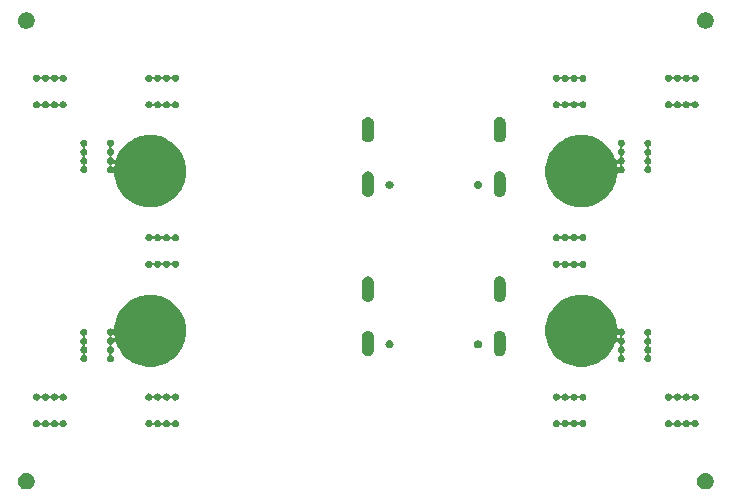
<source format=gbr>
G04 #@! TF.GenerationSoftware,KiCad,Pcbnew,(5.1.4)-1*
G04 #@! TF.CreationDate,2021-03-22T01:51:55-07:00*
G04 #@! TF.ProjectId,panelize,70616e65-6c69-47a6-952e-6b696361645f,rev?*
G04 #@! TF.SameCoordinates,Original*
G04 #@! TF.FileFunction,Soldermask,Top*
G04 #@! TF.FilePolarity,Negative*
%FSLAX46Y46*%
G04 Gerber Fmt 4.6, Leading zero omitted, Abs format (unit mm)*
G04 Created by KiCad (PCBNEW (5.1.4)-1) date 2021-03-22 01:51:55*
%MOMM*%
%LPD*%
G04 APERTURE LIST*
%ADD10C,0.100000*%
G04 APERTURE END LIST*
D10*
G36*
X23204473Y-31325938D02*
G01*
X23332049Y-31378782D01*
X23446859Y-31455495D01*
X23544505Y-31553141D01*
X23621218Y-31667951D01*
X23674062Y-31795527D01*
X23701000Y-31930956D01*
X23701000Y-32069044D01*
X23674062Y-32204473D01*
X23621218Y-32332049D01*
X23544505Y-32446859D01*
X23446859Y-32544505D01*
X23332049Y-32621218D01*
X23204473Y-32674062D01*
X23069044Y-32701000D01*
X22930956Y-32701000D01*
X22795527Y-32674062D01*
X22667951Y-32621218D01*
X22553141Y-32544505D01*
X22455495Y-32446859D01*
X22378782Y-32332049D01*
X22325938Y-32204473D01*
X22299000Y-32069044D01*
X22299000Y-31930956D01*
X22325938Y-31795527D01*
X22378782Y-31667951D01*
X22455495Y-31553141D01*
X22553141Y-31455495D01*
X22667951Y-31378782D01*
X22795527Y-31325938D01*
X22930956Y-31299000D01*
X23069044Y-31299000D01*
X23204473Y-31325938D01*
X23204473Y-31325938D01*
G37*
G36*
X-34295527Y-31325938D02*
G01*
X-34167951Y-31378782D01*
X-34053141Y-31455495D01*
X-33955495Y-31553141D01*
X-33878782Y-31667951D01*
X-33825938Y-31795527D01*
X-33799000Y-31930956D01*
X-33799000Y-32069044D01*
X-33825938Y-32204473D01*
X-33878782Y-32332049D01*
X-33955495Y-32446859D01*
X-34053141Y-32544505D01*
X-34167951Y-32621218D01*
X-34295527Y-32674062D01*
X-34430956Y-32701000D01*
X-34569044Y-32701000D01*
X-34704473Y-32674062D01*
X-34832049Y-32621218D01*
X-34946859Y-32544505D01*
X-35044505Y-32446859D01*
X-35121218Y-32332049D01*
X-35174062Y-32204473D01*
X-35201000Y-32069044D01*
X-35201000Y-31930956D01*
X-35174062Y-31795527D01*
X-35121218Y-31667951D01*
X-35044505Y-31553141D01*
X-34946859Y-31455495D01*
X-34832049Y-31378782D01*
X-34704473Y-31325938D01*
X-34569044Y-31299000D01*
X-34430956Y-31299000D01*
X-34295527Y-31325938D01*
X-34295527Y-31325938D01*
G37*
G36*
X19962797Y-26835567D02*
G01*
X20017575Y-26858257D01*
X20017577Y-26858258D01*
X20066876Y-26891198D01*
X20108802Y-26933124D01*
X20141742Y-26982423D01*
X20146067Y-26988896D01*
X20161612Y-27007838D01*
X20180554Y-27023383D01*
X20202165Y-27034934D01*
X20225614Y-27042047D01*
X20250000Y-27044449D01*
X20274386Y-27042047D01*
X20297835Y-27034934D01*
X20319446Y-27023383D01*
X20338388Y-27007838D01*
X20353933Y-26988896D01*
X20358258Y-26982423D01*
X20391198Y-26933124D01*
X20433124Y-26891198D01*
X20482423Y-26858258D01*
X20482425Y-26858257D01*
X20537203Y-26835567D01*
X20595353Y-26824000D01*
X20654647Y-26824000D01*
X20712797Y-26835567D01*
X20767575Y-26858257D01*
X20767577Y-26858258D01*
X20816876Y-26891198D01*
X20858802Y-26933124D01*
X20891742Y-26982423D01*
X20896067Y-26988896D01*
X20911612Y-27007838D01*
X20930554Y-27023383D01*
X20952165Y-27034934D01*
X20975614Y-27042047D01*
X21000000Y-27044449D01*
X21024386Y-27042047D01*
X21047835Y-27034934D01*
X21069446Y-27023383D01*
X21088388Y-27007838D01*
X21103933Y-26988896D01*
X21108258Y-26982423D01*
X21141198Y-26933124D01*
X21183124Y-26891198D01*
X21232423Y-26858258D01*
X21232425Y-26858257D01*
X21287203Y-26835567D01*
X21345353Y-26824000D01*
X21404647Y-26824000D01*
X21462797Y-26835567D01*
X21517575Y-26858257D01*
X21517577Y-26858258D01*
X21566876Y-26891198D01*
X21608802Y-26933124D01*
X21641742Y-26982423D01*
X21646067Y-26988896D01*
X21661612Y-27007838D01*
X21680554Y-27023383D01*
X21702165Y-27034934D01*
X21725614Y-27042047D01*
X21750000Y-27044449D01*
X21774386Y-27042047D01*
X21797835Y-27034934D01*
X21819446Y-27023383D01*
X21838388Y-27007838D01*
X21853933Y-26988896D01*
X21858258Y-26982423D01*
X21891198Y-26933124D01*
X21933124Y-26891198D01*
X21982423Y-26858258D01*
X21982425Y-26858257D01*
X22037203Y-26835567D01*
X22095353Y-26824000D01*
X22154647Y-26824000D01*
X22212797Y-26835567D01*
X22267575Y-26858257D01*
X22267577Y-26858258D01*
X22316876Y-26891198D01*
X22358802Y-26933124D01*
X22391742Y-26982423D01*
X22391743Y-26982425D01*
X22414433Y-27037203D01*
X22426000Y-27095353D01*
X22426000Y-27154647D01*
X22414433Y-27212797D01*
X22394423Y-27261104D01*
X22391742Y-27267577D01*
X22358802Y-27316876D01*
X22316876Y-27358802D01*
X22267577Y-27391742D01*
X22267576Y-27391743D01*
X22267575Y-27391743D01*
X22212797Y-27414433D01*
X22154647Y-27426000D01*
X22095353Y-27426000D01*
X22037203Y-27414433D01*
X21982425Y-27391743D01*
X21982424Y-27391743D01*
X21982423Y-27391742D01*
X21933124Y-27358802D01*
X21891198Y-27316876D01*
X21858258Y-27267577D01*
X21858257Y-27267575D01*
X21853933Y-27261104D01*
X21838388Y-27242162D01*
X21819446Y-27226617D01*
X21797835Y-27215066D01*
X21774386Y-27207953D01*
X21750000Y-27205551D01*
X21725614Y-27207953D01*
X21702165Y-27215066D01*
X21680554Y-27226617D01*
X21661612Y-27242162D01*
X21646067Y-27261104D01*
X21641743Y-27267575D01*
X21641742Y-27267577D01*
X21608802Y-27316876D01*
X21566876Y-27358802D01*
X21517577Y-27391742D01*
X21517576Y-27391743D01*
X21517575Y-27391743D01*
X21462797Y-27414433D01*
X21404647Y-27426000D01*
X21345353Y-27426000D01*
X21287203Y-27414433D01*
X21232425Y-27391743D01*
X21232424Y-27391743D01*
X21232423Y-27391742D01*
X21183124Y-27358802D01*
X21141198Y-27316876D01*
X21108258Y-27267577D01*
X21108257Y-27267575D01*
X21103933Y-27261104D01*
X21088388Y-27242162D01*
X21069446Y-27226617D01*
X21047835Y-27215066D01*
X21024386Y-27207953D01*
X21000000Y-27205551D01*
X20975614Y-27207953D01*
X20952165Y-27215066D01*
X20930554Y-27226617D01*
X20911612Y-27242162D01*
X20896067Y-27261104D01*
X20891743Y-27267575D01*
X20891742Y-27267577D01*
X20858802Y-27316876D01*
X20816876Y-27358802D01*
X20767577Y-27391742D01*
X20767576Y-27391743D01*
X20767575Y-27391743D01*
X20712797Y-27414433D01*
X20654647Y-27426000D01*
X20595353Y-27426000D01*
X20537203Y-27414433D01*
X20482425Y-27391743D01*
X20482424Y-27391743D01*
X20482423Y-27391742D01*
X20433124Y-27358802D01*
X20391198Y-27316876D01*
X20358258Y-27267577D01*
X20358257Y-27267575D01*
X20353933Y-27261104D01*
X20338388Y-27242162D01*
X20319446Y-27226617D01*
X20297835Y-27215066D01*
X20274386Y-27207953D01*
X20250000Y-27205551D01*
X20225614Y-27207953D01*
X20202165Y-27215066D01*
X20180554Y-27226617D01*
X20161612Y-27242162D01*
X20146067Y-27261104D01*
X20141743Y-27267575D01*
X20141742Y-27267577D01*
X20108802Y-27316876D01*
X20066876Y-27358802D01*
X20017577Y-27391742D01*
X20017576Y-27391743D01*
X20017575Y-27391743D01*
X19962797Y-27414433D01*
X19904647Y-27426000D01*
X19845353Y-27426000D01*
X19787203Y-27414433D01*
X19732425Y-27391743D01*
X19732424Y-27391743D01*
X19732423Y-27391742D01*
X19683124Y-27358802D01*
X19641198Y-27316876D01*
X19608258Y-27267577D01*
X19605577Y-27261104D01*
X19585567Y-27212797D01*
X19574000Y-27154647D01*
X19574000Y-27095353D01*
X19585567Y-27037203D01*
X19608257Y-26982425D01*
X19608258Y-26982423D01*
X19641198Y-26933124D01*
X19683124Y-26891198D01*
X19732423Y-26858258D01*
X19732425Y-26858257D01*
X19787203Y-26835567D01*
X19845353Y-26824000D01*
X19904647Y-26824000D01*
X19962797Y-26835567D01*
X19962797Y-26835567D01*
G37*
G36*
X-24037203Y-26835567D02*
G01*
X-23982425Y-26858257D01*
X-23982423Y-26858258D01*
X-23933124Y-26891198D01*
X-23891198Y-26933124D01*
X-23858258Y-26982423D01*
X-23853933Y-26988896D01*
X-23838388Y-27007838D01*
X-23819446Y-27023383D01*
X-23797835Y-27034934D01*
X-23774386Y-27042047D01*
X-23750000Y-27044449D01*
X-23725614Y-27042047D01*
X-23702165Y-27034934D01*
X-23680554Y-27023383D01*
X-23661612Y-27007838D01*
X-23646067Y-26988896D01*
X-23641742Y-26982423D01*
X-23608802Y-26933124D01*
X-23566876Y-26891198D01*
X-23517577Y-26858258D01*
X-23517575Y-26858257D01*
X-23462797Y-26835567D01*
X-23404647Y-26824000D01*
X-23345353Y-26824000D01*
X-23287203Y-26835567D01*
X-23232425Y-26858257D01*
X-23232423Y-26858258D01*
X-23183124Y-26891198D01*
X-23141198Y-26933124D01*
X-23108258Y-26982423D01*
X-23103933Y-26988896D01*
X-23088388Y-27007838D01*
X-23069446Y-27023383D01*
X-23047835Y-27034934D01*
X-23024386Y-27042047D01*
X-23000000Y-27044449D01*
X-22975614Y-27042047D01*
X-22952165Y-27034934D01*
X-22930554Y-27023383D01*
X-22911612Y-27007838D01*
X-22896067Y-26988896D01*
X-22891742Y-26982423D01*
X-22858802Y-26933124D01*
X-22816876Y-26891198D01*
X-22767577Y-26858258D01*
X-22767575Y-26858257D01*
X-22712797Y-26835567D01*
X-22654647Y-26824000D01*
X-22595353Y-26824000D01*
X-22537203Y-26835567D01*
X-22482425Y-26858257D01*
X-22482423Y-26858258D01*
X-22433124Y-26891198D01*
X-22391198Y-26933124D01*
X-22358258Y-26982423D01*
X-22353933Y-26988896D01*
X-22338388Y-27007838D01*
X-22319446Y-27023383D01*
X-22297835Y-27034934D01*
X-22274386Y-27042047D01*
X-22250000Y-27044449D01*
X-22225614Y-27042047D01*
X-22202165Y-27034934D01*
X-22180554Y-27023383D01*
X-22161612Y-27007838D01*
X-22146067Y-26988896D01*
X-22141742Y-26982423D01*
X-22108802Y-26933124D01*
X-22066876Y-26891198D01*
X-22017577Y-26858258D01*
X-22017575Y-26858257D01*
X-21962797Y-26835567D01*
X-21904647Y-26824000D01*
X-21845353Y-26824000D01*
X-21787203Y-26835567D01*
X-21732425Y-26858257D01*
X-21732423Y-26858258D01*
X-21683124Y-26891198D01*
X-21641198Y-26933124D01*
X-21608258Y-26982423D01*
X-21608257Y-26982425D01*
X-21585567Y-27037203D01*
X-21574000Y-27095353D01*
X-21574000Y-27154647D01*
X-21585567Y-27212797D01*
X-21605577Y-27261104D01*
X-21608258Y-27267577D01*
X-21641198Y-27316876D01*
X-21683124Y-27358802D01*
X-21732423Y-27391742D01*
X-21732424Y-27391743D01*
X-21732425Y-27391743D01*
X-21787203Y-27414433D01*
X-21845353Y-27426000D01*
X-21904647Y-27426000D01*
X-21962797Y-27414433D01*
X-22017575Y-27391743D01*
X-22017576Y-27391743D01*
X-22017577Y-27391742D01*
X-22066876Y-27358802D01*
X-22108802Y-27316876D01*
X-22141742Y-27267577D01*
X-22141743Y-27267575D01*
X-22146067Y-27261104D01*
X-22161612Y-27242162D01*
X-22180554Y-27226617D01*
X-22202165Y-27215066D01*
X-22225614Y-27207953D01*
X-22250000Y-27205551D01*
X-22274386Y-27207953D01*
X-22297835Y-27215066D01*
X-22319446Y-27226617D01*
X-22338388Y-27242162D01*
X-22353933Y-27261104D01*
X-22358257Y-27267575D01*
X-22358258Y-27267577D01*
X-22391198Y-27316876D01*
X-22433124Y-27358802D01*
X-22482423Y-27391742D01*
X-22482424Y-27391743D01*
X-22482425Y-27391743D01*
X-22537203Y-27414433D01*
X-22595353Y-27426000D01*
X-22654647Y-27426000D01*
X-22712797Y-27414433D01*
X-22767575Y-27391743D01*
X-22767576Y-27391743D01*
X-22767577Y-27391742D01*
X-22816876Y-27358802D01*
X-22858802Y-27316876D01*
X-22891742Y-27267577D01*
X-22891743Y-27267575D01*
X-22896067Y-27261104D01*
X-22911612Y-27242162D01*
X-22930554Y-27226617D01*
X-22952165Y-27215066D01*
X-22975614Y-27207953D01*
X-23000000Y-27205551D01*
X-23024386Y-27207953D01*
X-23047835Y-27215066D01*
X-23069446Y-27226617D01*
X-23088388Y-27242162D01*
X-23103933Y-27261104D01*
X-23108257Y-27267575D01*
X-23108258Y-27267577D01*
X-23141198Y-27316876D01*
X-23183124Y-27358802D01*
X-23232423Y-27391742D01*
X-23232424Y-27391743D01*
X-23232425Y-27391743D01*
X-23287203Y-27414433D01*
X-23345353Y-27426000D01*
X-23404647Y-27426000D01*
X-23462797Y-27414433D01*
X-23517575Y-27391743D01*
X-23517576Y-27391743D01*
X-23517577Y-27391742D01*
X-23566876Y-27358802D01*
X-23608802Y-27316876D01*
X-23641742Y-27267577D01*
X-23641743Y-27267575D01*
X-23646067Y-27261104D01*
X-23661612Y-27242162D01*
X-23680554Y-27226617D01*
X-23702165Y-27215066D01*
X-23725614Y-27207953D01*
X-23750000Y-27205551D01*
X-23774386Y-27207953D01*
X-23797835Y-27215066D01*
X-23819446Y-27226617D01*
X-23838388Y-27242162D01*
X-23853933Y-27261104D01*
X-23858257Y-27267575D01*
X-23858258Y-27267577D01*
X-23891198Y-27316876D01*
X-23933124Y-27358802D01*
X-23982423Y-27391742D01*
X-23982424Y-27391743D01*
X-23982425Y-27391743D01*
X-24037203Y-27414433D01*
X-24095353Y-27426000D01*
X-24154647Y-27426000D01*
X-24212797Y-27414433D01*
X-24267575Y-27391743D01*
X-24267576Y-27391743D01*
X-24267577Y-27391742D01*
X-24316876Y-27358802D01*
X-24358802Y-27316876D01*
X-24391742Y-27267577D01*
X-24394423Y-27261104D01*
X-24414433Y-27212797D01*
X-24426000Y-27154647D01*
X-24426000Y-27095353D01*
X-24414433Y-27037203D01*
X-24391743Y-26982425D01*
X-24391742Y-26982423D01*
X-24358802Y-26933124D01*
X-24316876Y-26891198D01*
X-24267577Y-26858258D01*
X-24267575Y-26858257D01*
X-24212797Y-26835567D01*
X-24154647Y-26824000D01*
X-24095353Y-26824000D01*
X-24037203Y-26835567D01*
X-24037203Y-26835567D01*
G37*
G36*
X10462797Y-26835567D02*
G01*
X10517575Y-26858257D01*
X10517577Y-26858258D01*
X10566876Y-26891198D01*
X10608802Y-26933124D01*
X10641742Y-26982423D01*
X10646067Y-26988896D01*
X10661612Y-27007838D01*
X10680554Y-27023383D01*
X10702165Y-27034934D01*
X10725614Y-27042047D01*
X10750000Y-27044449D01*
X10774386Y-27042047D01*
X10797835Y-27034934D01*
X10819446Y-27023383D01*
X10838388Y-27007838D01*
X10853933Y-26988896D01*
X10858258Y-26982423D01*
X10891198Y-26933124D01*
X10933124Y-26891198D01*
X10982423Y-26858258D01*
X10982425Y-26858257D01*
X11037203Y-26835567D01*
X11095353Y-26824000D01*
X11154647Y-26824000D01*
X11212797Y-26835567D01*
X11267575Y-26858257D01*
X11267577Y-26858258D01*
X11316876Y-26891198D01*
X11358802Y-26933124D01*
X11391742Y-26982423D01*
X11396067Y-26988896D01*
X11411612Y-27007838D01*
X11430554Y-27023383D01*
X11452165Y-27034934D01*
X11475614Y-27042047D01*
X11500000Y-27044449D01*
X11524386Y-27042047D01*
X11547835Y-27034934D01*
X11569446Y-27023383D01*
X11588388Y-27007838D01*
X11603933Y-26988896D01*
X11608258Y-26982423D01*
X11641198Y-26933124D01*
X11683124Y-26891198D01*
X11732423Y-26858258D01*
X11732425Y-26858257D01*
X11787203Y-26835567D01*
X11845353Y-26824000D01*
X11904647Y-26824000D01*
X11962797Y-26835567D01*
X12017575Y-26858257D01*
X12017577Y-26858258D01*
X12066876Y-26891198D01*
X12108802Y-26933124D01*
X12141742Y-26982423D01*
X12146067Y-26988896D01*
X12161612Y-27007838D01*
X12180554Y-27023383D01*
X12202165Y-27034934D01*
X12225614Y-27042047D01*
X12250000Y-27044449D01*
X12274386Y-27042047D01*
X12297835Y-27034934D01*
X12319446Y-27023383D01*
X12338388Y-27007838D01*
X12353933Y-26988896D01*
X12358258Y-26982423D01*
X12391198Y-26933124D01*
X12433124Y-26891198D01*
X12482423Y-26858258D01*
X12482425Y-26858257D01*
X12537203Y-26835567D01*
X12595353Y-26824000D01*
X12654647Y-26824000D01*
X12712797Y-26835567D01*
X12767575Y-26858257D01*
X12767577Y-26858258D01*
X12816876Y-26891198D01*
X12858802Y-26933124D01*
X12891742Y-26982423D01*
X12891743Y-26982425D01*
X12914433Y-27037203D01*
X12926000Y-27095353D01*
X12926000Y-27154647D01*
X12914433Y-27212797D01*
X12894423Y-27261104D01*
X12891742Y-27267577D01*
X12858802Y-27316876D01*
X12816876Y-27358802D01*
X12767577Y-27391742D01*
X12767576Y-27391743D01*
X12767575Y-27391743D01*
X12712797Y-27414433D01*
X12654647Y-27426000D01*
X12595353Y-27426000D01*
X12537203Y-27414433D01*
X12482425Y-27391743D01*
X12482424Y-27391743D01*
X12482423Y-27391742D01*
X12433124Y-27358802D01*
X12391198Y-27316876D01*
X12358258Y-27267577D01*
X12358257Y-27267575D01*
X12353933Y-27261104D01*
X12338388Y-27242162D01*
X12319446Y-27226617D01*
X12297835Y-27215066D01*
X12274386Y-27207953D01*
X12250000Y-27205551D01*
X12225614Y-27207953D01*
X12202165Y-27215066D01*
X12180554Y-27226617D01*
X12161612Y-27242162D01*
X12146067Y-27261104D01*
X12141743Y-27267575D01*
X12141742Y-27267577D01*
X12108802Y-27316876D01*
X12066876Y-27358802D01*
X12017577Y-27391742D01*
X12017576Y-27391743D01*
X12017575Y-27391743D01*
X11962797Y-27414433D01*
X11904647Y-27426000D01*
X11845353Y-27426000D01*
X11787203Y-27414433D01*
X11732425Y-27391743D01*
X11732424Y-27391743D01*
X11732423Y-27391742D01*
X11683124Y-27358802D01*
X11641198Y-27316876D01*
X11608258Y-27267577D01*
X11608257Y-27267575D01*
X11603933Y-27261104D01*
X11588388Y-27242162D01*
X11569446Y-27226617D01*
X11547835Y-27215066D01*
X11524386Y-27207953D01*
X11500000Y-27205551D01*
X11475614Y-27207953D01*
X11452165Y-27215066D01*
X11430554Y-27226617D01*
X11411612Y-27242162D01*
X11396067Y-27261104D01*
X11391743Y-27267575D01*
X11391742Y-27267577D01*
X11358802Y-27316876D01*
X11316876Y-27358802D01*
X11267577Y-27391742D01*
X11267576Y-27391743D01*
X11267575Y-27391743D01*
X11212797Y-27414433D01*
X11154647Y-27426000D01*
X11095353Y-27426000D01*
X11037203Y-27414433D01*
X10982425Y-27391743D01*
X10982424Y-27391743D01*
X10982423Y-27391742D01*
X10933124Y-27358802D01*
X10891198Y-27316876D01*
X10858258Y-27267577D01*
X10858257Y-27267575D01*
X10853933Y-27261104D01*
X10838388Y-27242162D01*
X10819446Y-27226617D01*
X10797835Y-27215066D01*
X10774386Y-27207953D01*
X10750000Y-27205551D01*
X10725614Y-27207953D01*
X10702165Y-27215066D01*
X10680554Y-27226617D01*
X10661612Y-27242162D01*
X10646067Y-27261104D01*
X10641743Y-27267575D01*
X10641742Y-27267577D01*
X10608802Y-27316876D01*
X10566876Y-27358802D01*
X10517577Y-27391742D01*
X10517576Y-27391743D01*
X10517575Y-27391743D01*
X10462797Y-27414433D01*
X10404647Y-27426000D01*
X10345353Y-27426000D01*
X10287203Y-27414433D01*
X10232425Y-27391743D01*
X10232424Y-27391743D01*
X10232423Y-27391742D01*
X10183124Y-27358802D01*
X10141198Y-27316876D01*
X10108258Y-27267577D01*
X10105577Y-27261104D01*
X10085567Y-27212797D01*
X10074000Y-27154647D01*
X10074000Y-27095353D01*
X10085567Y-27037203D01*
X10108257Y-26982425D01*
X10108258Y-26982423D01*
X10141198Y-26933124D01*
X10183124Y-26891198D01*
X10232423Y-26858258D01*
X10232425Y-26858257D01*
X10287203Y-26835567D01*
X10345353Y-26824000D01*
X10404647Y-26824000D01*
X10462797Y-26835567D01*
X10462797Y-26835567D01*
G37*
G36*
X-33537203Y-26835567D02*
G01*
X-33482425Y-26858257D01*
X-33482423Y-26858258D01*
X-33433124Y-26891198D01*
X-33391198Y-26933124D01*
X-33358258Y-26982423D01*
X-33353933Y-26988896D01*
X-33338388Y-27007838D01*
X-33319446Y-27023383D01*
X-33297835Y-27034934D01*
X-33274386Y-27042047D01*
X-33250000Y-27044449D01*
X-33225614Y-27042047D01*
X-33202165Y-27034934D01*
X-33180554Y-27023383D01*
X-33161612Y-27007838D01*
X-33146067Y-26988896D01*
X-33141742Y-26982423D01*
X-33108802Y-26933124D01*
X-33066876Y-26891198D01*
X-33017577Y-26858258D01*
X-33017575Y-26858257D01*
X-32962797Y-26835567D01*
X-32904647Y-26824000D01*
X-32845353Y-26824000D01*
X-32787203Y-26835567D01*
X-32732425Y-26858257D01*
X-32732423Y-26858258D01*
X-32683124Y-26891198D01*
X-32641198Y-26933124D01*
X-32608258Y-26982423D01*
X-32603933Y-26988896D01*
X-32588388Y-27007838D01*
X-32569446Y-27023383D01*
X-32547835Y-27034934D01*
X-32524386Y-27042047D01*
X-32500000Y-27044449D01*
X-32475614Y-27042047D01*
X-32452165Y-27034934D01*
X-32430554Y-27023383D01*
X-32411612Y-27007838D01*
X-32396067Y-26988896D01*
X-32391742Y-26982423D01*
X-32358802Y-26933124D01*
X-32316876Y-26891198D01*
X-32267577Y-26858258D01*
X-32267575Y-26858257D01*
X-32212797Y-26835567D01*
X-32154647Y-26824000D01*
X-32095353Y-26824000D01*
X-32037203Y-26835567D01*
X-31982425Y-26858257D01*
X-31982423Y-26858258D01*
X-31933124Y-26891198D01*
X-31891198Y-26933124D01*
X-31858258Y-26982423D01*
X-31853933Y-26988896D01*
X-31838388Y-27007838D01*
X-31819446Y-27023383D01*
X-31797835Y-27034934D01*
X-31774386Y-27042047D01*
X-31750000Y-27044449D01*
X-31725614Y-27042047D01*
X-31702165Y-27034934D01*
X-31680554Y-27023383D01*
X-31661612Y-27007838D01*
X-31646067Y-26988896D01*
X-31641742Y-26982423D01*
X-31608802Y-26933124D01*
X-31566876Y-26891198D01*
X-31517577Y-26858258D01*
X-31517575Y-26858257D01*
X-31462797Y-26835567D01*
X-31404647Y-26824000D01*
X-31345353Y-26824000D01*
X-31287203Y-26835567D01*
X-31232425Y-26858257D01*
X-31232423Y-26858258D01*
X-31183124Y-26891198D01*
X-31141198Y-26933124D01*
X-31108258Y-26982423D01*
X-31108257Y-26982425D01*
X-31085567Y-27037203D01*
X-31074000Y-27095353D01*
X-31074000Y-27154647D01*
X-31085567Y-27212797D01*
X-31105577Y-27261104D01*
X-31108258Y-27267577D01*
X-31141198Y-27316876D01*
X-31183124Y-27358802D01*
X-31232423Y-27391742D01*
X-31232424Y-27391743D01*
X-31232425Y-27391743D01*
X-31287203Y-27414433D01*
X-31345353Y-27426000D01*
X-31404647Y-27426000D01*
X-31462797Y-27414433D01*
X-31517575Y-27391743D01*
X-31517576Y-27391743D01*
X-31517577Y-27391742D01*
X-31566876Y-27358802D01*
X-31608802Y-27316876D01*
X-31641742Y-27267577D01*
X-31641743Y-27267575D01*
X-31646067Y-27261104D01*
X-31661612Y-27242162D01*
X-31680554Y-27226617D01*
X-31702165Y-27215066D01*
X-31725614Y-27207953D01*
X-31750000Y-27205551D01*
X-31774386Y-27207953D01*
X-31797835Y-27215066D01*
X-31819446Y-27226617D01*
X-31838388Y-27242162D01*
X-31853933Y-27261104D01*
X-31858257Y-27267575D01*
X-31858258Y-27267577D01*
X-31891198Y-27316876D01*
X-31933124Y-27358802D01*
X-31982423Y-27391742D01*
X-31982424Y-27391743D01*
X-31982425Y-27391743D01*
X-32037203Y-27414433D01*
X-32095353Y-27426000D01*
X-32154647Y-27426000D01*
X-32212797Y-27414433D01*
X-32267575Y-27391743D01*
X-32267576Y-27391743D01*
X-32267577Y-27391742D01*
X-32316876Y-27358802D01*
X-32358802Y-27316876D01*
X-32391742Y-27267577D01*
X-32391743Y-27267575D01*
X-32396067Y-27261104D01*
X-32411612Y-27242162D01*
X-32430554Y-27226617D01*
X-32452165Y-27215066D01*
X-32475614Y-27207953D01*
X-32500000Y-27205551D01*
X-32524386Y-27207953D01*
X-32547835Y-27215066D01*
X-32569446Y-27226617D01*
X-32588388Y-27242162D01*
X-32603933Y-27261104D01*
X-32608257Y-27267575D01*
X-32608258Y-27267577D01*
X-32641198Y-27316876D01*
X-32683124Y-27358802D01*
X-32732423Y-27391742D01*
X-32732424Y-27391743D01*
X-32732425Y-27391743D01*
X-32787203Y-27414433D01*
X-32845353Y-27426000D01*
X-32904647Y-27426000D01*
X-32962797Y-27414433D01*
X-33017575Y-27391743D01*
X-33017576Y-27391743D01*
X-33017577Y-27391742D01*
X-33066876Y-27358802D01*
X-33108802Y-27316876D01*
X-33141742Y-27267577D01*
X-33141743Y-27267575D01*
X-33146067Y-27261104D01*
X-33161612Y-27242162D01*
X-33180554Y-27226617D01*
X-33202165Y-27215066D01*
X-33225614Y-27207953D01*
X-33250000Y-27205551D01*
X-33274386Y-27207953D01*
X-33297835Y-27215066D01*
X-33319446Y-27226617D01*
X-33338388Y-27242162D01*
X-33353933Y-27261104D01*
X-33358257Y-27267575D01*
X-33358258Y-27267577D01*
X-33391198Y-27316876D01*
X-33433124Y-27358802D01*
X-33482423Y-27391742D01*
X-33482424Y-27391743D01*
X-33482425Y-27391743D01*
X-33537203Y-27414433D01*
X-33595353Y-27426000D01*
X-33654647Y-27426000D01*
X-33712797Y-27414433D01*
X-33767575Y-27391743D01*
X-33767576Y-27391743D01*
X-33767577Y-27391742D01*
X-33816876Y-27358802D01*
X-33858802Y-27316876D01*
X-33891742Y-27267577D01*
X-33894423Y-27261104D01*
X-33914433Y-27212797D01*
X-33926000Y-27154647D01*
X-33926000Y-27095353D01*
X-33914433Y-27037203D01*
X-33891743Y-26982425D01*
X-33891742Y-26982423D01*
X-33858802Y-26933124D01*
X-33816876Y-26891198D01*
X-33767577Y-26858258D01*
X-33767575Y-26858257D01*
X-33712797Y-26835567D01*
X-33654647Y-26824000D01*
X-33595353Y-26824000D01*
X-33537203Y-26835567D01*
X-33537203Y-26835567D01*
G37*
G36*
X10462797Y-24585567D02*
G01*
X10517575Y-24608257D01*
X10517577Y-24608258D01*
X10566876Y-24641198D01*
X10608802Y-24683124D01*
X10641742Y-24732423D01*
X10646067Y-24738896D01*
X10661612Y-24757838D01*
X10680554Y-24773383D01*
X10702165Y-24784934D01*
X10725614Y-24792047D01*
X10750000Y-24794449D01*
X10774386Y-24792047D01*
X10797835Y-24784934D01*
X10819446Y-24773383D01*
X10838388Y-24757838D01*
X10853933Y-24738896D01*
X10858258Y-24732423D01*
X10891198Y-24683124D01*
X10933124Y-24641198D01*
X10982423Y-24608258D01*
X10982425Y-24608257D01*
X11037203Y-24585567D01*
X11095353Y-24574000D01*
X11154647Y-24574000D01*
X11212797Y-24585567D01*
X11267575Y-24608257D01*
X11267577Y-24608258D01*
X11316876Y-24641198D01*
X11358802Y-24683124D01*
X11391742Y-24732423D01*
X11396067Y-24738896D01*
X11411612Y-24757838D01*
X11430554Y-24773383D01*
X11452165Y-24784934D01*
X11475614Y-24792047D01*
X11500000Y-24794449D01*
X11524386Y-24792047D01*
X11547835Y-24784934D01*
X11569446Y-24773383D01*
X11588388Y-24757838D01*
X11603933Y-24738896D01*
X11608258Y-24732423D01*
X11641198Y-24683124D01*
X11683124Y-24641198D01*
X11732423Y-24608258D01*
X11732425Y-24608257D01*
X11787203Y-24585567D01*
X11845353Y-24574000D01*
X11904647Y-24574000D01*
X11962797Y-24585567D01*
X12017575Y-24608257D01*
X12017577Y-24608258D01*
X12066876Y-24641198D01*
X12108802Y-24683124D01*
X12141742Y-24732423D01*
X12146067Y-24738896D01*
X12161612Y-24757838D01*
X12180554Y-24773383D01*
X12202165Y-24784934D01*
X12225614Y-24792047D01*
X12250000Y-24794449D01*
X12274386Y-24792047D01*
X12297835Y-24784934D01*
X12319446Y-24773383D01*
X12338388Y-24757838D01*
X12353933Y-24738896D01*
X12358258Y-24732423D01*
X12391198Y-24683124D01*
X12433124Y-24641198D01*
X12482423Y-24608258D01*
X12482425Y-24608257D01*
X12537203Y-24585567D01*
X12595353Y-24574000D01*
X12654647Y-24574000D01*
X12712797Y-24585567D01*
X12767575Y-24608257D01*
X12767577Y-24608258D01*
X12816876Y-24641198D01*
X12858802Y-24683124D01*
X12891742Y-24732423D01*
X12891743Y-24732425D01*
X12914433Y-24787203D01*
X12926000Y-24845353D01*
X12926000Y-24904647D01*
X12914433Y-24962797D01*
X12894423Y-25011104D01*
X12891742Y-25017577D01*
X12858802Y-25066876D01*
X12816876Y-25108802D01*
X12767577Y-25141742D01*
X12767576Y-25141743D01*
X12767575Y-25141743D01*
X12712797Y-25164433D01*
X12654647Y-25176000D01*
X12595353Y-25176000D01*
X12537203Y-25164433D01*
X12482425Y-25141743D01*
X12482424Y-25141743D01*
X12482423Y-25141742D01*
X12433124Y-25108802D01*
X12391198Y-25066876D01*
X12358258Y-25017577D01*
X12358257Y-25017575D01*
X12353933Y-25011104D01*
X12338388Y-24992162D01*
X12319446Y-24976617D01*
X12297835Y-24965066D01*
X12274386Y-24957953D01*
X12250000Y-24955551D01*
X12225614Y-24957953D01*
X12202165Y-24965066D01*
X12180554Y-24976617D01*
X12161612Y-24992162D01*
X12146067Y-25011104D01*
X12141743Y-25017575D01*
X12141742Y-25017577D01*
X12108802Y-25066876D01*
X12066876Y-25108802D01*
X12017577Y-25141742D01*
X12017576Y-25141743D01*
X12017575Y-25141743D01*
X11962797Y-25164433D01*
X11904647Y-25176000D01*
X11845353Y-25176000D01*
X11787203Y-25164433D01*
X11732425Y-25141743D01*
X11732424Y-25141743D01*
X11732423Y-25141742D01*
X11683124Y-25108802D01*
X11641198Y-25066876D01*
X11608258Y-25017577D01*
X11608257Y-25017575D01*
X11603933Y-25011104D01*
X11588388Y-24992162D01*
X11569446Y-24976617D01*
X11547835Y-24965066D01*
X11524386Y-24957953D01*
X11500000Y-24955551D01*
X11475614Y-24957953D01*
X11452165Y-24965066D01*
X11430554Y-24976617D01*
X11411612Y-24992162D01*
X11396067Y-25011104D01*
X11391743Y-25017575D01*
X11391742Y-25017577D01*
X11358802Y-25066876D01*
X11316876Y-25108802D01*
X11267577Y-25141742D01*
X11267576Y-25141743D01*
X11267575Y-25141743D01*
X11212797Y-25164433D01*
X11154647Y-25176000D01*
X11095353Y-25176000D01*
X11037203Y-25164433D01*
X10982425Y-25141743D01*
X10982424Y-25141743D01*
X10982423Y-25141742D01*
X10933124Y-25108802D01*
X10891198Y-25066876D01*
X10858258Y-25017577D01*
X10858257Y-25017575D01*
X10853933Y-25011104D01*
X10838388Y-24992162D01*
X10819446Y-24976617D01*
X10797835Y-24965066D01*
X10774386Y-24957953D01*
X10750000Y-24955551D01*
X10725614Y-24957953D01*
X10702165Y-24965066D01*
X10680554Y-24976617D01*
X10661612Y-24992162D01*
X10646067Y-25011104D01*
X10641743Y-25017575D01*
X10641742Y-25017577D01*
X10608802Y-25066876D01*
X10566876Y-25108802D01*
X10517577Y-25141742D01*
X10517576Y-25141743D01*
X10517575Y-25141743D01*
X10462797Y-25164433D01*
X10404647Y-25176000D01*
X10345353Y-25176000D01*
X10287203Y-25164433D01*
X10232425Y-25141743D01*
X10232424Y-25141743D01*
X10232423Y-25141742D01*
X10183124Y-25108802D01*
X10141198Y-25066876D01*
X10108258Y-25017577D01*
X10105577Y-25011104D01*
X10085567Y-24962797D01*
X10074000Y-24904647D01*
X10074000Y-24845353D01*
X10085567Y-24787203D01*
X10108257Y-24732425D01*
X10108258Y-24732423D01*
X10141198Y-24683124D01*
X10183124Y-24641198D01*
X10232423Y-24608258D01*
X10232425Y-24608257D01*
X10287203Y-24585567D01*
X10345353Y-24574000D01*
X10404647Y-24574000D01*
X10462797Y-24585567D01*
X10462797Y-24585567D01*
G37*
G36*
X-24037203Y-24585567D02*
G01*
X-23982425Y-24608257D01*
X-23982423Y-24608258D01*
X-23933124Y-24641198D01*
X-23891198Y-24683124D01*
X-23858258Y-24732423D01*
X-23853933Y-24738896D01*
X-23838388Y-24757838D01*
X-23819446Y-24773383D01*
X-23797835Y-24784934D01*
X-23774386Y-24792047D01*
X-23750000Y-24794449D01*
X-23725614Y-24792047D01*
X-23702165Y-24784934D01*
X-23680554Y-24773383D01*
X-23661612Y-24757838D01*
X-23646067Y-24738896D01*
X-23641742Y-24732423D01*
X-23608802Y-24683124D01*
X-23566876Y-24641198D01*
X-23517577Y-24608258D01*
X-23517575Y-24608257D01*
X-23462797Y-24585567D01*
X-23404647Y-24574000D01*
X-23345353Y-24574000D01*
X-23287203Y-24585567D01*
X-23232425Y-24608257D01*
X-23232423Y-24608258D01*
X-23183124Y-24641198D01*
X-23141198Y-24683124D01*
X-23108258Y-24732423D01*
X-23103933Y-24738896D01*
X-23088388Y-24757838D01*
X-23069446Y-24773383D01*
X-23047835Y-24784934D01*
X-23024386Y-24792047D01*
X-23000000Y-24794449D01*
X-22975614Y-24792047D01*
X-22952165Y-24784934D01*
X-22930554Y-24773383D01*
X-22911612Y-24757838D01*
X-22896067Y-24738896D01*
X-22891742Y-24732423D01*
X-22858802Y-24683124D01*
X-22816876Y-24641198D01*
X-22767577Y-24608258D01*
X-22767575Y-24608257D01*
X-22712797Y-24585567D01*
X-22654647Y-24574000D01*
X-22595353Y-24574000D01*
X-22537203Y-24585567D01*
X-22482425Y-24608257D01*
X-22482423Y-24608258D01*
X-22433124Y-24641198D01*
X-22391198Y-24683124D01*
X-22358258Y-24732423D01*
X-22353933Y-24738896D01*
X-22338388Y-24757838D01*
X-22319446Y-24773383D01*
X-22297835Y-24784934D01*
X-22274386Y-24792047D01*
X-22250000Y-24794449D01*
X-22225614Y-24792047D01*
X-22202165Y-24784934D01*
X-22180554Y-24773383D01*
X-22161612Y-24757838D01*
X-22146067Y-24738896D01*
X-22141742Y-24732423D01*
X-22108802Y-24683124D01*
X-22066876Y-24641198D01*
X-22017577Y-24608258D01*
X-22017575Y-24608257D01*
X-21962797Y-24585567D01*
X-21904647Y-24574000D01*
X-21845353Y-24574000D01*
X-21787203Y-24585567D01*
X-21732425Y-24608257D01*
X-21732423Y-24608258D01*
X-21683124Y-24641198D01*
X-21641198Y-24683124D01*
X-21608258Y-24732423D01*
X-21608257Y-24732425D01*
X-21585567Y-24787203D01*
X-21574000Y-24845353D01*
X-21574000Y-24904647D01*
X-21585567Y-24962797D01*
X-21605577Y-25011104D01*
X-21608258Y-25017577D01*
X-21641198Y-25066876D01*
X-21683124Y-25108802D01*
X-21732423Y-25141742D01*
X-21732424Y-25141743D01*
X-21732425Y-25141743D01*
X-21787203Y-25164433D01*
X-21845353Y-25176000D01*
X-21904647Y-25176000D01*
X-21962797Y-25164433D01*
X-22017575Y-25141743D01*
X-22017576Y-25141743D01*
X-22017577Y-25141742D01*
X-22066876Y-25108802D01*
X-22108802Y-25066876D01*
X-22141742Y-25017577D01*
X-22141743Y-25017575D01*
X-22146067Y-25011104D01*
X-22161612Y-24992162D01*
X-22180554Y-24976617D01*
X-22202165Y-24965066D01*
X-22225614Y-24957953D01*
X-22250000Y-24955551D01*
X-22274386Y-24957953D01*
X-22297835Y-24965066D01*
X-22319446Y-24976617D01*
X-22338388Y-24992162D01*
X-22353933Y-25011104D01*
X-22358257Y-25017575D01*
X-22358258Y-25017577D01*
X-22391198Y-25066876D01*
X-22433124Y-25108802D01*
X-22482423Y-25141742D01*
X-22482424Y-25141743D01*
X-22482425Y-25141743D01*
X-22537203Y-25164433D01*
X-22595353Y-25176000D01*
X-22654647Y-25176000D01*
X-22712797Y-25164433D01*
X-22767575Y-25141743D01*
X-22767576Y-25141743D01*
X-22767577Y-25141742D01*
X-22816876Y-25108802D01*
X-22858802Y-25066876D01*
X-22891742Y-25017577D01*
X-22891743Y-25017575D01*
X-22896067Y-25011104D01*
X-22911612Y-24992162D01*
X-22930554Y-24976617D01*
X-22952165Y-24965066D01*
X-22975614Y-24957953D01*
X-23000000Y-24955551D01*
X-23024386Y-24957953D01*
X-23047835Y-24965066D01*
X-23069446Y-24976617D01*
X-23088388Y-24992162D01*
X-23103933Y-25011104D01*
X-23108257Y-25017575D01*
X-23108258Y-25017577D01*
X-23141198Y-25066876D01*
X-23183124Y-25108802D01*
X-23232423Y-25141742D01*
X-23232424Y-25141743D01*
X-23232425Y-25141743D01*
X-23287203Y-25164433D01*
X-23345353Y-25176000D01*
X-23404647Y-25176000D01*
X-23462797Y-25164433D01*
X-23517575Y-25141743D01*
X-23517576Y-25141743D01*
X-23517577Y-25141742D01*
X-23566876Y-25108802D01*
X-23608802Y-25066876D01*
X-23641742Y-25017577D01*
X-23641743Y-25017575D01*
X-23646067Y-25011104D01*
X-23661612Y-24992162D01*
X-23680554Y-24976617D01*
X-23702165Y-24965066D01*
X-23725614Y-24957953D01*
X-23750000Y-24955551D01*
X-23774386Y-24957953D01*
X-23797835Y-24965066D01*
X-23819446Y-24976617D01*
X-23838388Y-24992162D01*
X-23853933Y-25011104D01*
X-23858257Y-25017575D01*
X-23858258Y-25017577D01*
X-23891198Y-25066876D01*
X-23933124Y-25108802D01*
X-23982423Y-25141742D01*
X-23982424Y-25141743D01*
X-23982425Y-25141743D01*
X-24037203Y-25164433D01*
X-24095353Y-25176000D01*
X-24154647Y-25176000D01*
X-24212797Y-25164433D01*
X-24267575Y-25141743D01*
X-24267576Y-25141743D01*
X-24267577Y-25141742D01*
X-24316876Y-25108802D01*
X-24358802Y-25066876D01*
X-24391742Y-25017577D01*
X-24394423Y-25011104D01*
X-24414433Y-24962797D01*
X-24426000Y-24904647D01*
X-24426000Y-24845353D01*
X-24414433Y-24787203D01*
X-24391743Y-24732425D01*
X-24391742Y-24732423D01*
X-24358802Y-24683124D01*
X-24316876Y-24641198D01*
X-24267577Y-24608258D01*
X-24267575Y-24608257D01*
X-24212797Y-24585567D01*
X-24154647Y-24574000D01*
X-24095353Y-24574000D01*
X-24037203Y-24585567D01*
X-24037203Y-24585567D01*
G37*
G36*
X-33537203Y-24585567D02*
G01*
X-33482425Y-24608257D01*
X-33482423Y-24608258D01*
X-33433124Y-24641198D01*
X-33391198Y-24683124D01*
X-33358258Y-24732423D01*
X-33353933Y-24738896D01*
X-33338388Y-24757838D01*
X-33319446Y-24773383D01*
X-33297835Y-24784934D01*
X-33274386Y-24792047D01*
X-33250000Y-24794449D01*
X-33225614Y-24792047D01*
X-33202165Y-24784934D01*
X-33180554Y-24773383D01*
X-33161612Y-24757838D01*
X-33146067Y-24738896D01*
X-33141742Y-24732423D01*
X-33108802Y-24683124D01*
X-33066876Y-24641198D01*
X-33017577Y-24608258D01*
X-33017575Y-24608257D01*
X-32962797Y-24585567D01*
X-32904647Y-24574000D01*
X-32845353Y-24574000D01*
X-32787203Y-24585567D01*
X-32732425Y-24608257D01*
X-32732423Y-24608258D01*
X-32683124Y-24641198D01*
X-32641198Y-24683124D01*
X-32608258Y-24732423D01*
X-32603933Y-24738896D01*
X-32588388Y-24757838D01*
X-32569446Y-24773383D01*
X-32547835Y-24784934D01*
X-32524386Y-24792047D01*
X-32500000Y-24794449D01*
X-32475614Y-24792047D01*
X-32452165Y-24784934D01*
X-32430554Y-24773383D01*
X-32411612Y-24757838D01*
X-32396067Y-24738896D01*
X-32391742Y-24732423D01*
X-32358802Y-24683124D01*
X-32316876Y-24641198D01*
X-32267577Y-24608258D01*
X-32267575Y-24608257D01*
X-32212797Y-24585567D01*
X-32154647Y-24574000D01*
X-32095353Y-24574000D01*
X-32037203Y-24585567D01*
X-31982425Y-24608257D01*
X-31982423Y-24608258D01*
X-31933124Y-24641198D01*
X-31891198Y-24683124D01*
X-31858258Y-24732423D01*
X-31853933Y-24738896D01*
X-31838388Y-24757838D01*
X-31819446Y-24773383D01*
X-31797835Y-24784934D01*
X-31774386Y-24792047D01*
X-31750000Y-24794449D01*
X-31725614Y-24792047D01*
X-31702165Y-24784934D01*
X-31680554Y-24773383D01*
X-31661612Y-24757838D01*
X-31646067Y-24738896D01*
X-31641742Y-24732423D01*
X-31608802Y-24683124D01*
X-31566876Y-24641198D01*
X-31517577Y-24608258D01*
X-31517575Y-24608257D01*
X-31462797Y-24585567D01*
X-31404647Y-24574000D01*
X-31345353Y-24574000D01*
X-31287203Y-24585567D01*
X-31232425Y-24608257D01*
X-31232423Y-24608258D01*
X-31183124Y-24641198D01*
X-31141198Y-24683124D01*
X-31108258Y-24732423D01*
X-31108257Y-24732425D01*
X-31085567Y-24787203D01*
X-31074000Y-24845353D01*
X-31074000Y-24904647D01*
X-31085567Y-24962797D01*
X-31105577Y-25011104D01*
X-31108258Y-25017577D01*
X-31141198Y-25066876D01*
X-31183124Y-25108802D01*
X-31232423Y-25141742D01*
X-31232424Y-25141743D01*
X-31232425Y-25141743D01*
X-31287203Y-25164433D01*
X-31345353Y-25176000D01*
X-31404647Y-25176000D01*
X-31462797Y-25164433D01*
X-31517575Y-25141743D01*
X-31517576Y-25141743D01*
X-31517577Y-25141742D01*
X-31566876Y-25108802D01*
X-31608802Y-25066876D01*
X-31641742Y-25017577D01*
X-31641743Y-25017575D01*
X-31646067Y-25011104D01*
X-31661612Y-24992162D01*
X-31680554Y-24976617D01*
X-31702165Y-24965066D01*
X-31725614Y-24957953D01*
X-31750000Y-24955551D01*
X-31774386Y-24957953D01*
X-31797835Y-24965066D01*
X-31819446Y-24976617D01*
X-31838388Y-24992162D01*
X-31853933Y-25011104D01*
X-31858257Y-25017575D01*
X-31858258Y-25017577D01*
X-31891198Y-25066876D01*
X-31933124Y-25108802D01*
X-31982423Y-25141742D01*
X-31982424Y-25141743D01*
X-31982425Y-25141743D01*
X-32037203Y-25164433D01*
X-32095353Y-25176000D01*
X-32154647Y-25176000D01*
X-32212797Y-25164433D01*
X-32267575Y-25141743D01*
X-32267576Y-25141743D01*
X-32267577Y-25141742D01*
X-32316876Y-25108802D01*
X-32358802Y-25066876D01*
X-32391742Y-25017577D01*
X-32391743Y-25017575D01*
X-32396067Y-25011104D01*
X-32411612Y-24992162D01*
X-32430554Y-24976617D01*
X-32452165Y-24965066D01*
X-32475614Y-24957953D01*
X-32500000Y-24955551D01*
X-32524386Y-24957953D01*
X-32547835Y-24965066D01*
X-32569446Y-24976617D01*
X-32588388Y-24992162D01*
X-32603933Y-25011104D01*
X-32608257Y-25017575D01*
X-32608258Y-25017577D01*
X-32641198Y-25066876D01*
X-32683124Y-25108802D01*
X-32732423Y-25141742D01*
X-32732424Y-25141743D01*
X-32732425Y-25141743D01*
X-32787203Y-25164433D01*
X-32845353Y-25176000D01*
X-32904647Y-25176000D01*
X-32962797Y-25164433D01*
X-33017575Y-25141743D01*
X-33017576Y-25141743D01*
X-33017577Y-25141742D01*
X-33066876Y-25108802D01*
X-33108802Y-25066876D01*
X-33141742Y-25017577D01*
X-33141743Y-25017575D01*
X-33146067Y-25011104D01*
X-33161612Y-24992162D01*
X-33180554Y-24976617D01*
X-33202165Y-24965066D01*
X-33225614Y-24957953D01*
X-33250000Y-24955551D01*
X-33274386Y-24957953D01*
X-33297835Y-24965066D01*
X-33319446Y-24976617D01*
X-33338388Y-24992162D01*
X-33353933Y-25011104D01*
X-33358257Y-25017575D01*
X-33358258Y-25017577D01*
X-33391198Y-25066876D01*
X-33433124Y-25108802D01*
X-33482423Y-25141742D01*
X-33482424Y-25141743D01*
X-33482425Y-25141743D01*
X-33537203Y-25164433D01*
X-33595353Y-25176000D01*
X-33654647Y-25176000D01*
X-33712797Y-25164433D01*
X-33767575Y-25141743D01*
X-33767576Y-25141743D01*
X-33767577Y-25141742D01*
X-33816876Y-25108802D01*
X-33858802Y-25066876D01*
X-33891742Y-25017577D01*
X-33894423Y-25011104D01*
X-33914433Y-24962797D01*
X-33926000Y-24904647D01*
X-33926000Y-24845353D01*
X-33914433Y-24787203D01*
X-33891743Y-24732425D01*
X-33891742Y-24732423D01*
X-33858802Y-24683124D01*
X-33816876Y-24641198D01*
X-33767577Y-24608258D01*
X-33767575Y-24608257D01*
X-33712797Y-24585567D01*
X-33654647Y-24574000D01*
X-33595353Y-24574000D01*
X-33537203Y-24585567D01*
X-33537203Y-24585567D01*
G37*
G36*
X19962797Y-24585567D02*
G01*
X20017575Y-24608257D01*
X20017577Y-24608258D01*
X20066876Y-24641198D01*
X20108802Y-24683124D01*
X20141742Y-24732423D01*
X20146067Y-24738896D01*
X20161612Y-24757838D01*
X20180554Y-24773383D01*
X20202165Y-24784934D01*
X20225614Y-24792047D01*
X20250000Y-24794449D01*
X20274386Y-24792047D01*
X20297835Y-24784934D01*
X20319446Y-24773383D01*
X20338388Y-24757838D01*
X20353933Y-24738896D01*
X20358258Y-24732423D01*
X20391198Y-24683124D01*
X20433124Y-24641198D01*
X20482423Y-24608258D01*
X20482425Y-24608257D01*
X20537203Y-24585567D01*
X20595353Y-24574000D01*
X20654647Y-24574000D01*
X20712797Y-24585567D01*
X20767575Y-24608257D01*
X20767577Y-24608258D01*
X20816876Y-24641198D01*
X20858802Y-24683124D01*
X20891742Y-24732423D01*
X20896067Y-24738896D01*
X20911612Y-24757838D01*
X20930554Y-24773383D01*
X20952165Y-24784934D01*
X20975614Y-24792047D01*
X21000000Y-24794449D01*
X21024386Y-24792047D01*
X21047835Y-24784934D01*
X21069446Y-24773383D01*
X21088388Y-24757838D01*
X21103933Y-24738896D01*
X21108258Y-24732423D01*
X21141198Y-24683124D01*
X21183124Y-24641198D01*
X21232423Y-24608258D01*
X21232425Y-24608257D01*
X21287203Y-24585567D01*
X21345353Y-24574000D01*
X21404647Y-24574000D01*
X21462797Y-24585567D01*
X21517575Y-24608257D01*
X21517577Y-24608258D01*
X21566876Y-24641198D01*
X21608802Y-24683124D01*
X21641742Y-24732423D01*
X21646067Y-24738896D01*
X21661612Y-24757838D01*
X21680554Y-24773383D01*
X21702165Y-24784934D01*
X21725614Y-24792047D01*
X21750000Y-24794449D01*
X21774386Y-24792047D01*
X21797835Y-24784934D01*
X21819446Y-24773383D01*
X21838388Y-24757838D01*
X21853933Y-24738896D01*
X21858258Y-24732423D01*
X21891198Y-24683124D01*
X21933124Y-24641198D01*
X21982423Y-24608258D01*
X21982425Y-24608257D01*
X22037203Y-24585567D01*
X22095353Y-24574000D01*
X22154647Y-24574000D01*
X22212797Y-24585567D01*
X22267575Y-24608257D01*
X22267577Y-24608258D01*
X22316876Y-24641198D01*
X22358802Y-24683124D01*
X22391742Y-24732423D01*
X22391743Y-24732425D01*
X22414433Y-24787203D01*
X22426000Y-24845353D01*
X22426000Y-24904647D01*
X22414433Y-24962797D01*
X22394423Y-25011104D01*
X22391742Y-25017577D01*
X22358802Y-25066876D01*
X22316876Y-25108802D01*
X22267577Y-25141742D01*
X22267576Y-25141743D01*
X22267575Y-25141743D01*
X22212797Y-25164433D01*
X22154647Y-25176000D01*
X22095353Y-25176000D01*
X22037203Y-25164433D01*
X21982425Y-25141743D01*
X21982424Y-25141743D01*
X21982423Y-25141742D01*
X21933124Y-25108802D01*
X21891198Y-25066876D01*
X21858258Y-25017577D01*
X21858257Y-25017575D01*
X21853933Y-25011104D01*
X21838388Y-24992162D01*
X21819446Y-24976617D01*
X21797835Y-24965066D01*
X21774386Y-24957953D01*
X21750000Y-24955551D01*
X21725614Y-24957953D01*
X21702165Y-24965066D01*
X21680554Y-24976617D01*
X21661612Y-24992162D01*
X21646067Y-25011104D01*
X21641743Y-25017575D01*
X21641742Y-25017577D01*
X21608802Y-25066876D01*
X21566876Y-25108802D01*
X21517577Y-25141742D01*
X21517576Y-25141743D01*
X21517575Y-25141743D01*
X21462797Y-25164433D01*
X21404647Y-25176000D01*
X21345353Y-25176000D01*
X21287203Y-25164433D01*
X21232425Y-25141743D01*
X21232424Y-25141743D01*
X21232423Y-25141742D01*
X21183124Y-25108802D01*
X21141198Y-25066876D01*
X21108258Y-25017577D01*
X21108257Y-25017575D01*
X21103933Y-25011104D01*
X21088388Y-24992162D01*
X21069446Y-24976617D01*
X21047835Y-24965066D01*
X21024386Y-24957953D01*
X21000000Y-24955551D01*
X20975614Y-24957953D01*
X20952165Y-24965066D01*
X20930554Y-24976617D01*
X20911612Y-24992162D01*
X20896067Y-25011104D01*
X20891743Y-25017575D01*
X20891742Y-25017577D01*
X20858802Y-25066876D01*
X20816876Y-25108802D01*
X20767577Y-25141742D01*
X20767576Y-25141743D01*
X20767575Y-25141743D01*
X20712797Y-25164433D01*
X20654647Y-25176000D01*
X20595353Y-25176000D01*
X20537203Y-25164433D01*
X20482425Y-25141743D01*
X20482424Y-25141743D01*
X20482423Y-25141742D01*
X20433124Y-25108802D01*
X20391198Y-25066876D01*
X20358258Y-25017577D01*
X20358257Y-25017575D01*
X20353933Y-25011104D01*
X20338388Y-24992162D01*
X20319446Y-24976617D01*
X20297835Y-24965066D01*
X20274386Y-24957953D01*
X20250000Y-24955551D01*
X20225614Y-24957953D01*
X20202165Y-24965066D01*
X20180554Y-24976617D01*
X20161612Y-24992162D01*
X20146067Y-25011104D01*
X20141743Y-25017575D01*
X20141742Y-25017577D01*
X20108802Y-25066876D01*
X20066876Y-25108802D01*
X20017577Y-25141742D01*
X20017576Y-25141743D01*
X20017575Y-25141743D01*
X19962797Y-25164433D01*
X19904647Y-25176000D01*
X19845353Y-25176000D01*
X19787203Y-25164433D01*
X19732425Y-25141743D01*
X19732424Y-25141743D01*
X19732423Y-25141742D01*
X19683124Y-25108802D01*
X19641198Y-25066876D01*
X19608258Y-25017577D01*
X19605577Y-25011104D01*
X19585567Y-24962797D01*
X19574000Y-24904647D01*
X19574000Y-24845353D01*
X19585567Y-24787203D01*
X19608257Y-24732425D01*
X19608258Y-24732423D01*
X19641198Y-24683124D01*
X19683124Y-24641198D01*
X19732423Y-24608258D01*
X19732425Y-24608257D01*
X19787203Y-24585567D01*
X19845353Y-24574000D01*
X19904647Y-24574000D01*
X19962797Y-24585567D01*
X19962797Y-24585567D01*
G37*
G36*
X-23110057Y-16316248D02*
G01*
X-22554811Y-16546238D01*
X-22380807Y-16662504D01*
X-22055101Y-16880134D01*
X-21630134Y-17305101D01*
X-21560026Y-17410025D01*
X-21296238Y-17804811D01*
X-21066248Y-18360057D01*
X-20949000Y-18949501D01*
X-20949000Y-19550499D01*
X-21066248Y-20139943D01*
X-21296238Y-20695189D01*
X-21329383Y-20744794D01*
X-21630134Y-21194899D01*
X-22055101Y-21619866D01*
X-22276163Y-21767575D01*
X-22554811Y-21953762D01*
X-23110057Y-22183752D01*
X-23699501Y-22301000D01*
X-24300499Y-22301000D01*
X-24889943Y-22183752D01*
X-25445189Y-21953762D01*
X-25723837Y-21767575D01*
X-25944899Y-21619866D01*
X-26369866Y-21194899D01*
X-26670617Y-20744794D01*
X-26703762Y-20695189D01*
X-26879087Y-20271916D01*
X-26890638Y-20250305D01*
X-26906183Y-20231363D01*
X-26925125Y-20215818D01*
X-26946736Y-20204267D01*
X-26970185Y-20197154D01*
X-26994571Y-20194752D01*
X-27018957Y-20197154D01*
X-27042406Y-20204267D01*
X-27064017Y-20215818D01*
X-27082959Y-20231363D01*
X-27098504Y-20250305D01*
X-27105647Y-20263670D01*
X-27108258Y-20267577D01*
X-27141198Y-20316876D01*
X-27183124Y-20358802D01*
X-27232423Y-20391742D01*
X-27238896Y-20396067D01*
X-27257838Y-20411612D01*
X-27273383Y-20430554D01*
X-27284934Y-20452165D01*
X-27292047Y-20475614D01*
X-27294449Y-20500000D01*
X-27292047Y-20524386D01*
X-27284934Y-20547835D01*
X-27273383Y-20569446D01*
X-27257838Y-20588388D01*
X-27238896Y-20603933D01*
X-27232423Y-20608258D01*
X-27183124Y-20641198D01*
X-27141198Y-20683124D01*
X-27108258Y-20732423D01*
X-27108257Y-20732425D01*
X-27085567Y-20787203D01*
X-27074000Y-20845353D01*
X-27074000Y-20904647D01*
X-27085567Y-20962797D01*
X-27102307Y-21003211D01*
X-27108258Y-21017577D01*
X-27141198Y-21066876D01*
X-27183124Y-21108802D01*
X-27194394Y-21116332D01*
X-27238896Y-21146067D01*
X-27257838Y-21161612D01*
X-27273383Y-21180554D01*
X-27284934Y-21202165D01*
X-27292047Y-21225614D01*
X-27294449Y-21250000D01*
X-27292047Y-21274386D01*
X-27284934Y-21297835D01*
X-27273383Y-21319446D01*
X-27257838Y-21338388D01*
X-27238896Y-21353933D01*
X-27232423Y-21358258D01*
X-27183124Y-21391198D01*
X-27141198Y-21433124D01*
X-27108258Y-21482423D01*
X-27108257Y-21482425D01*
X-27085567Y-21537203D01*
X-27074000Y-21595353D01*
X-27074000Y-21654647D01*
X-27085567Y-21712797D01*
X-27108257Y-21767575D01*
X-27108258Y-21767577D01*
X-27141198Y-21816876D01*
X-27183124Y-21858802D01*
X-27232423Y-21891742D01*
X-27232424Y-21891743D01*
X-27232425Y-21891743D01*
X-27287203Y-21914433D01*
X-27345353Y-21926000D01*
X-27404647Y-21926000D01*
X-27462797Y-21914433D01*
X-27517575Y-21891743D01*
X-27517576Y-21891743D01*
X-27517577Y-21891742D01*
X-27566876Y-21858802D01*
X-27608802Y-21816876D01*
X-27641742Y-21767577D01*
X-27641743Y-21767575D01*
X-27664433Y-21712797D01*
X-27676000Y-21654647D01*
X-27676000Y-21595353D01*
X-27664433Y-21537203D01*
X-27641743Y-21482425D01*
X-27641742Y-21482423D01*
X-27608802Y-21433124D01*
X-27566876Y-21391198D01*
X-27517577Y-21358258D01*
X-27511104Y-21353933D01*
X-27492162Y-21338388D01*
X-27476617Y-21319446D01*
X-27465066Y-21297835D01*
X-27457953Y-21274386D01*
X-27455551Y-21250000D01*
X-27457953Y-21225614D01*
X-27465066Y-21202165D01*
X-27476617Y-21180554D01*
X-27492162Y-21161612D01*
X-27511104Y-21146067D01*
X-27555606Y-21116332D01*
X-27566876Y-21108802D01*
X-27608802Y-21066876D01*
X-27641742Y-21017577D01*
X-27647693Y-21003211D01*
X-27664433Y-20962797D01*
X-27676000Y-20904647D01*
X-27676000Y-20845353D01*
X-27664433Y-20787203D01*
X-27641743Y-20732425D01*
X-27641742Y-20732423D01*
X-27608802Y-20683124D01*
X-27566876Y-20641198D01*
X-27517577Y-20608258D01*
X-27511104Y-20603933D01*
X-27492162Y-20588388D01*
X-27476617Y-20569446D01*
X-27465066Y-20547835D01*
X-27457953Y-20524386D01*
X-27455551Y-20500000D01*
X-27457953Y-20475614D01*
X-27465066Y-20452165D01*
X-27476617Y-20430554D01*
X-27492162Y-20411612D01*
X-27511104Y-20396067D01*
X-27517577Y-20391742D01*
X-27566876Y-20358802D01*
X-27608802Y-20316876D01*
X-27641742Y-20267577D01*
X-27641743Y-20267575D01*
X-27664433Y-20212797D01*
X-27676000Y-20154647D01*
X-27676000Y-20095353D01*
X-27664433Y-20037203D01*
X-27641743Y-19982425D01*
X-27641742Y-19982423D01*
X-27608802Y-19933124D01*
X-27566876Y-19891198D01*
X-27517577Y-19858258D01*
X-27511104Y-19853933D01*
X-27492162Y-19838388D01*
X-27476617Y-19819446D01*
X-27465066Y-19797835D01*
X-27457953Y-19774386D01*
X-27455551Y-19750000D01*
X-27455551Y-19749999D01*
X-27294449Y-19749999D01*
X-27292047Y-19774385D01*
X-27284934Y-19797834D01*
X-27273383Y-19819445D01*
X-27257838Y-19838387D01*
X-27238895Y-19853933D01*
X-27203506Y-19877579D01*
X-27181896Y-19889130D01*
X-27158447Y-19896243D01*
X-27134061Y-19898645D01*
X-27109674Y-19896243D01*
X-27086226Y-19889130D01*
X-27064615Y-19877579D01*
X-27045673Y-19862033D01*
X-27030128Y-19843091D01*
X-27018577Y-19821481D01*
X-27011464Y-19798032D01*
X-27009062Y-19773646D01*
X-27011464Y-19749261D01*
X-27019767Y-19707517D01*
X-27026880Y-19684068D01*
X-27038430Y-19662457D01*
X-27053976Y-19643515D01*
X-27072917Y-19627970D01*
X-27094528Y-19616418D01*
X-27117977Y-19609305D01*
X-27142363Y-19606903D01*
X-27166749Y-19609305D01*
X-27190198Y-19616418D01*
X-27211809Y-19627969D01*
X-27238895Y-19646067D01*
X-27257837Y-19661612D01*
X-27273382Y-19680554D01*
X-27284934Y-19702164D01*
X-27292047Y-19725613D01*
X-27294449Y-19749999D01*
X-27455551Y-19749999D01*
X-27457953Y-19725614D01*
X-27465066Y-19702165D01*
X-27476617Y-19680554D01*
X-27492162Y-19661612D01*
X-27511104Y-19646067D01*
X-27517577Y-19641742D01*
X-27566876Y-19608802D01*
X-27608802Y-19566876D01*
X-27641742Y-19517577D01*
X-27641743Y-19517575D01*
X-27664433Y-19462797D01*
X-27676000Y-19404647D01*
X-27676000Y-19345353D01*
X-27664433Y-19287203D01*
X-27641743Y-19232425D01*
X-27623806Y-19205580D01*
X-27608802Y-19183124D01*
X-27566876Y-19141198D01*
X-27517577Y-19108258D01*
X-27498278Y-19100264D01*
X-27462797Y-19085567D01*
X-27404647Y-19074000D01*
X-27345353Y-19074000D01*
X-27287203Y-19085567D01*
X-27223834Y-19111815D01*
X-27200385Y-19118928D01*
X-27175999Y-19121330D01*
X-27151613Y-19118928D01*
X-27128164Y-19111815D01*
X-27106553Y-19100264D01*
X-27087611Y-19084718D01*
X-27072066Y-19065777D01*
X-27060515Y-19044166D01*
X-27053402Y-19020717D01*
X-27051000Y-18996331D01*
X-27051000Y-18949501D01*
X-26933752Y-18360057D01*
X-26703762Y-17804811D01*
X-26439974Y-17410025D01*
X-26369866Y-17305101D01*
X-25944899Y-16880134D01*
X-25619193Y-16662504D01*
X-25445189Y-16546238D01*
X-24889943Y-16316248D01*
X-24300499Y-16199000D01*
X-23699501Y-16199000D01*
X-23110057Y-16316248D01*
X-23110057Y-16316248D01*
G37*
G36*
X13389943Y-16316248D02*
G01*
X13945189Y-16546238D01*
X14119193Y-16662504D01*
X14444899Y-16880134D01*
X14869866Y-17305101D01*
X14939974Y-17410025D01*
X15203762Y-17804811D01*
X15433752Y-18360057D01*
X15551000Y-18949501D01*
X15551000Y-18996331D01*
X15553402Y-19020717D01*
X15560515Y-19044166D01*
X15572066Y-19065777D01*
X15587611Y-19084719D01*
X15606553Y-19100264D01*
X15628164Y-19111815D01*
X15651613Y-19118928D01*
X15675999Y-19121330D01*
X15700385Y-19118928D01*
X15723834Y-19111815D01*
X15787203Y-19085567D01*
X15845353Y-19074000D01*
X15904647Y-19074000D01*
X15962797Y-19085567D01*
X15998278Y-19100264D01*
X16017577Y-19108258D01*
X16066876Y-19141198D01*
X16108802Y-19183124D01*
X16123806Y-19205580D01*
X16141743Y-19232425D01*
X16164433Y-19287203D01*
X16176000Y-19345353D01*
X16176000Y-19404647D01*
X16164433Y-19462797D01*
X16141743Y-19517575D01*
X16141742Y-19517577D01*
X16108802Y-19566876D01*
X16066876Y-19608802D01*
X16017577Y-19641742D01*
X16011104Y-19646067D01*
X15992162Y-19661612D01*
X15976617Y-19680554D01*
X15965066Y-19702165D01*
X15957953Y-19725614D01*
X15955551Y-19750000D01*
X15957953Y-19774386D01*
X15965066Y-19797835D01*
X15976617Y-19819446D01*
X15992162Y-19838388D01*
X16011104Y-19853933D01*
X16017577Y-19858258D01*
X16066876Y-19891198D01*
X16108802Y-19933124D01*
X16141742Y-19982423D01*
X16141743Y-19982425D01*
X16164433Y-20037203D01*
X16176000Y-20095353D01*
X16176000Y-20154647D01*
X16164433Y-20212797D01*
X16141743Y-20267575D01*
X16141742Y-20267577D01*
X16108802Y-20316876D01*
X16066876Y-20358802D01*
X16017577Y-20391742D01*
X16011104Y-20396067D01*
X15992162Y-20411612D01*
X15976617Y-20430554D01*
X15965066Y-20452165D01*
X15957953Y-20475614D01*
X15955551Y-20500000D01*
X15957953Y-20524386D01*
X15965066Y-20547835D01*
X15976617Y-20569446D01*
X15992162Y-20588388D01*
X16011104Y-20603933D01*
X16017577Y-20608258D01*
X16066876Y-20641198D01*
X16108802Y-20683124D01*
X16141742Y-20732423D01*
X16141743Y-20732425D01*
X16164433Y-20787203D01*
X16176000Y-20845353D01*
X16176000Y-20904647D01*
X16164433Y-20962797D01*
X16147693Y-21003211D01*
X16141742Y-21017577D01*
X16108802Y-21066876D01*
X16066876Y-21108802D01*
X16055606Y-21116332D01*
X16011104Y-21146067D01*
X15992162Y-21161612D01*
X15976617Y-21180554D01*
X15965066Y-21202165D01*
X15957953Y-21225614D01*
X15955551Y-21250000D01*
X15957953Y-21274386D01*
X15965066Y-21297835D01*
X15976617Y-21319446D01*
X15992162Y-21338388D01*
X16011104Y-21353933D01*
X16017577Y-21358258D01*
X16066876Y-21391198D01*
X16108802Y-21433124D01*
X16141742Y-21482423D01*
X16141743Y-21482425D01*
X16164433Y-21537203D01*
X16176000Y-21595353D01*
X16176000Y-21654647D01*
X16164433Y-21712797D01*
X16141743Y-21767575D01*
X16141742Y-21767577D01*
X16108802Y-21816876D01*
X16066876Y-21858802D01*
X16017577Y-21891742D01*
X16017576Y-21891743D01*
X16017575Y-21891743D01*
X15962797Y-21914433D01*
X15904647Y-21926000D01*
X15845353Y-21926000D01*
X15787203Y-21914433D01*
X15732425Y-21891743D01*
X15732424Y-21891743D01*
X15732423Y-21891742D01*
X15683124Y-21858802D01*
X15641198Y-21816876D01*
X15608258Y-21767577D01*
X15608257Y-21767575D01*
X15585567Y-21712797D01*
X15574000Y-21654647D01*
X15574000Y-21595353D01*
X15585567Y-21537203D01*
X15608257Y-21482425D01*
X15608258Y-21482423D01*
X15641198Y-21433124D01*
X15683124Y-21391198D01*
X15732423Y-21358258D01*
X15738896Y-21353933D01*
X15757838Y-21338388D01*
X15773383Y-21319446D01*
X15784934Y-21297835D01*
X15792047Y-21274386D01*
X15794449Y-21250000D01*
X15792047Y-21225614D01*
X15784934Y-21202165D01*
X15773383Y-21180554D01*
X15757838Y-21161612D01*
X15738896Y-21146067D01*
X15694394Y-21116332D01*
X15683124Y-21108802D01*
X15641198Y-21066876D01*
X15608258Y-21017577D01*
X15602307Y-21003211D01*
X15585567Y-20962797D01*
X15574000Y-20904647D01*
X15574000Y-20845353D01*
X15585567Y-20787203D01*
X15608257Y-20732425D01*
X15608258Y-20732423D01*
X15641198Y-20683124D01*
X15683124Y-20641198D01*
X15732423Y-20608258D01*
X15738896Y-20603933D01*
X15757838Y-20588388D01*
X15773383Y-20569446D01*
X15784934Y-20547835D01*
X15792047Y-20524386D01*
X15794449Y-20500000D01*
X15792047Y-20475614D01*
X15784934Y-20452165D01*
X15773383Y-20430554D01*
X15757838Y-20411612D01*
X15738896Y-20396067D01*
X15732423Y-20391742D01*
X15683124Y-20358802D01*
X15641198Y-20316876D01*
X15608258Y-20267577D01*
X15605647Y-20263670D01*
X15598504Y-20250305D01*
X15582959Y-20231363D01*
X15564017Y-20215818D01*
X15542406Y-20204267D01*
X15518957Y-20197154D01*
X15494571Y-20194752D01*
X15470185Y-20197154D01*
X15446736Y-20204267D01*
X15425125Y-20215818D01*
X15406183Y-20231363D01*
X15390638Y-20250305D01*
X15379087Y-20271916D01*
X15203762Y-20695189D01*
X15170617Y-20744794D01*
X14869866Y-21194899D01*
X14444899Y-21619866D01*
X14223837Y-21767575D01*
X13945189Y-21953762D01*
X13389943Y-22183752D01*
X12800499Y-22301000D01*
X12199501Y-22301000D01*
X11610057Y-22183752D01*
X11054811Y-21953762D01*
X10776163Y-21767575D01*
X10555101Y-21619866D01*
X10130134Y-21194899D01*
X9829383Y-20744794D01*
X9796238Y-20695189D01*
X9566248Y-20139943D01*
X9493388Y-19773647D01*
X15509062Y-19773647D01*
X15511464Y-19798033D01*
X15518577Y-19821482D01*
X15530129Y-19843093D01*
X15545674Y-19862034D01*
X15564616Y-19877580D01*
X15586227Y-19889130D01*
X15609676Y-19896243D01*
X15634062Y-19898645D01*
X15658448Y-19896243D01*
X15681897Y-19889130D01*
X15703506Y-19877579D01*
X15738895Y-19853933D01*
X15757837Y-19838388D01*
X15773383Y-19819446D01*
X15784934Y-19797835D01*
X15792047Y-19774387D01*
X15794449Y-19750000D01*
X15792047Y-19725614D01*
X15784934Y-19702165D01*
X15773383Y-19680555D01*
X15757838Y-19661613D01*
X15738895Y-19646067D01*
X15711809Y-19627969D01*
X15690198Y-19616418D01*
X15666749Y-19609305D01*
X15642363Y-19606903D01*
X15617977Y-19609305D01*
X15594528Y-19616418D01*
X15572918Y-19627970D01*
X15553976Y-19643515D01*
X15538431Y-19662457D01*
X15526880Y-19684068D01*
X15519767Y-19707517D01*
X15511464Y-19749261D01*
X15509062Y-19773647D01*
X9493388Y-19773647D01*
X9449000Y-19550499D01*
X9449000Y-18949501D01*
X9566248Y-18360057D01*
X9796238Y-17804811D01*
X10060026Y-17410025D01*
X10130134Y-17305101D01*
X10555101Y-16880134D01*
X10880807Y-16662504D01*
X11054811Y-16546238D01*
X11610057Y-16316248D01*
X12199501Y-16199000D01*
X12800499Y-16199000D01*
X13389943Y-16316248D01*
X13389943Y-16316248D01*
G37*
G36*
X-29537203Y-19085567D02*
G01*
X-29501722Y-19100264D01*
X-29482423Y-19108258D01*
X-29433124Y-19141198D01*
X-29391198Y-19183124D01*
X-29376194Y-19205580D01*
X-29358257Y-19232425D01*
X-29335567Y-19287203D01*
X-29324000Y-19345353D01*
X-29324000Y-19404647D01*
X-29335567Y-19462797D01*
X-29358257Y-19517575D01*
X-29358258Y-19517577D01*
X-29391198Y-19566876D01*
X-29433124Y-19608802D01*
X-29482423Y-19641742D01*
X-29488896Y-19646067D01*
X-29507838Y-19661612D01*
X-29523383Y-19680554D01*
X-29534934Y-19702165D01*
X-29542047Y-19725614D01*
X-29544449Y-19750000D01*
X-29542047Y-19774386D01*
X-29534934Y-19797835D01*
X-29523383Y-19819446D01*
X-29507838Y-19838388D01*
X-29488896Y-19853933D01*
X-29482423Y-19858258D01*
X-29433124Y-19891198D01*
X-29391198Y-19933124D01*
X-29358258Y-19982423D01*
X-29358257Y-19982425D01*
X-29335567Y-20037203D01*
X-29324000Y-20095353D01*
X-29324000Y-20154647D01*
X-29335567Y-20212797D01*
X-29358257Y-20267575D01*
X-29358258Y-20267577D01*
X-29391198Y-20316876D01*
X-29433124Y-20358802D01*
X-29482423Y-20391742D01*
X-29488896Y-20396067D01*
X-29507838Y-20411612D01*
X-29523383Y-20430554D01*
X-29534934Y-20452165D01*
X-29542047Y-20475614D01*
X-29544449Y-20500000D01*
X-29542047Y-20524386D01*
X-29534934Y-20547835D01*
X-29523383Y-20569446D01*
X-29507838Y-20588388D01*
X-29488896Y-20603933D01*
X-29482423Y-20608258D01*
X-29433124Y-20641198D01*
X-29391198Y-20683124D01*
X-29358258Y-20732423D01*
X-29358257Y-20732425D01*
X-29335567Y-20787203D01*
X-29324000Y-20845353D01*
X-29324000Y-20904647D01*
X-29335567Y-20962797D01*
X-29352307Y-21003211D01*
X-29358258Y-21017577D01*
X-29391198Y-21066876D01*
X-29433124Y-21108802D01*
X-29444394Y-21116332D01*
X-29488896Y-21146067D01*
X-29507838Y-21161612D01*
X-29523383Y-21180554D01*
X-29534934Y-21202165D01*
X-29542047Y-21225614D01*
X-29544449Y-21250000D01*
X-29542047Y-21274386D01*
X-29534934Y-21297835D01*
X-29523383Y-21319446D01*
X-29507838Y-21338388D01*
X-29488896Y-21353933D01*
X-29482423Y-21358258D01*
X-29433124Y-21391198D01*
X-29391198Y-21433124D01*
X-29358258Y-21482423D01*
X-29358257Y-21482425D01*
X-29335567Y-21537203D01*
X-29324000Y-21595353D01*
X-29324000Y-21654647D01*
X-29335567Y-21712797D01*
X-29358257Y-21767575D01*
X-29358258Y-21767577D01*
X-29391198Y-21816876D01*
X-29433124Y-21858802D01*
X-29482423Y-21891742D01*
X-29482424Y-21891743D01*
X-29482425Y-21891743D01*
X-29537203Y-21914433D01*
X-29595353Y-21926000D01*
X-29654647Y-21926000D01*
X-29712797Y-21914433D01*
X-29767575Y-21891743D01*
X-29767576Y-21891743D01*
X-29767577Y-21891742D01*
X-29816876Y-21858802D01*
X-29858802Y-21816876D01*
X-29891742Y-21767577D01*
X-29891743Y-21767575D01*
X-29914433Y-21712797D01*
X-29926000Y-21654647D01*
X-29926000Y-21595353D01*
X-29914433Y-21537203D01*
X-29891743Y-21482425D01*
X-29891742Y-21482423D01*
X-29858802Y-21433124D01*
X-29816876Y-21391198D01*
X-29767577Y-21358258D01*
X-29761104Y-21353933D01*
X-29742162Y-21338388D01*
X-29726617Y-21319446D01*
X-29715066Y-21297835D01*
X-29707953Y-21274386D01*
X-29705551Y-21250000D01*
X-29707953Y-21225614D01*
X-29715066Y-21202165D01*
X-29726617Y-21180554D01*
X-29742162Y-21161612D01*
X-29761104Y-21146067D01*
X-29805606Y-21116332D01*
X-29816876Y-21108802D01*
X-29858802Y-21066876D01*
X-29891742Y-21017577D01*
X-29897693Y-21003211D01*
X-29914433Y-20962797D01*
X-29926000Y-20904647D01*
X-29926000Y-20845353D01*
X-29914433Y-20787203D01*
X-29891743Y-20732425D01*
X-29891742Y-20732423D01*
X-29858802Y-20683124D01*
X-29816876Y-20641198D01*
X-29767577Y-20608258D01*
X-29761104Y-20603933D01*
X-29742162Y-20588388D01*
X-29726617Y-20569446D01*
X-29715066Y-20547835D01*
X-29707953Y-20524386D01*
X-29705551Y-20500000D01*
X-29707953Y-20475614D01*
X-29715066Y-20452165D01*
X-29726617Y-20430554D01*
X-29742162Y-20411612D01*
X-29761104Y-20396067D01*
X-29767577Y-20391742D01*
X-29816876Y-20358802D01*
X-29858802Y-20316876D01*
X-29891742Y-20267577D01*
X-29891743Y-20267575D01*
X-29914433Y-20212797D01*
X-29926000Y-20154647D01*
X-29926000Y-20095353D01*
X-29914433Y-20037203D01*
X-29891743Y-19982425D01*
X-29891742Y-19982423D01*
X-29858802Y-19933124D01*
X-29816876Y-19891198D01*
X-29767577Y-19858258D01*
X-29761104Y-19853933D01*
X-29742162Y-19838388D01*
X-29726617Y-19819446D01*
X-29715066Y-19797835D01*
X-29707953Y-19774386D01*
X-29705551Y-19750000D01*
X-29707953Y-19725614D01*
X-29715066Y-19702165D01*
X-29726617Y-19680554D01*
X-29742162Y-19661612D01*
X-29761104Y-19646067D01*
X-29767577Y-19641742D01*
X-29816876Y-19608802D01*
X-29858802Y-19566876D01*
X-29891742Y-19517577D01*
X-29891743Y-19517575D01*
X-29914433Y-19462797D01*
X-29926000Y-19404647D01*
X-29926000Y-19345353D01*
X-29914433Y-19287203D01*
X-29891743Y-19232425D01*
X-29873806Y-19205580D01*
X-29858802Y-19183124D01*
X-29816876Y-19141198D01*
X-29767577Y-19108258D01*
X-29748278Y-19100264D01*
X-29712797Y-19085567D01*
X-29654647Y-19074000D01*
X-29595353Y-19074000D01*
X-29537203Y-19085567D01*
X-29537203Y-19085567D01*
G37*
G36*
X18212797Y-19085567D02*
G01*
X18248278Y-19100264D01*
X18267577Y-19108258D01*
X18316876Y-19141198D01*
X18358802Y-19183124D01*
X18373806Y-19205580D01*
X18391743Y-19232425D01*
X18414433Y-19287203D01*
X18426000Y-19345353D01*
X18426000Y-19404647D01*
X18414433Y-19462797D01*
X18391743Y-19517575D01*
X18391742Y-19517577D01*
X18358802Y-19566876D01*
X18316876Y-19608802D01*
X18267577Y-19641742D01*
X18261104Y-19646067D01*
X18242162Y-19661612D01*
X18226617Y-19680554D01*
X18215066Y-19702165D01*
X18207953Y-19725614D01*
X18205551Y-19750000D01*
X18207953Y-19774386D01*
X18215066Y-19797835D01*
X18226617Y-19819446D01*
X18242162Y-19838388D01*
X18261104Y-19853933D01*
X18267577Y-19858258D01*
X18316876Y-19891198D01*
X18358802Y-19933124D01*
X18391742Y-19982423D01*
X18391743Y-19982425D01*
X18414433Y-20037203D01*
X18426000Y-20095353D01*
X18426000Y-20154647D01*
X18414433Y-20212797D01*
X18391743Y-20267575D01*
X18391742Y-20267577D01*
X18358802Y-20316876D01*
X18316876Y-20358802D01*
X18267577Y-20391742D01*
X18261104Y-20396067D01*
X18242162Y-20411612D01*
X18226617Y-20430554D01*
X18215066Y-20452165D01*
X18207953Y-20475614D01*
X18205551Y-20500000D01*
X18207953Y-20524386D01*
X18215066Y-20547835D01*
X18226617Y-20569446D01*
X18242162Y-20588388D01*
X18261104Y-20603933D01*
X18267577Y-20608258D01*
X18316876Y-20641198D01*
X18358802Y-20683124D01*
X18391742Y-20732423D01*
X18391743Y-20732425D01*
X18414433Y-20787203D01*
X18426000Y-20845353D01*
X18426000Y-20904647D01*
X18414433Y-20962797D01*
X18397693Y-21003211D01*
X18391742Y-21017577D01*
X18358802Y-21066876D01*
X18316876Y-21108802D01*
X18305606Y-21116332D01*
X18261104Y-21146067D01*
X18242162Y-21161612D01*
X18226617Y-21180554D01*
X18215066Y-21202165D01*
X18207953Y-21225614D01*
X18205551Y-21250000D01*
X18207953Y-21274386D01*
X18215066Y-21297835D01*
X18226617Y-21319446D01*
X18242162Y-21338388D01*
X18261104Y-21353933D01*
X18267577Y-21358258D01*
X18316876Y-21391198D01*
X18358802Y-21433124D01*
X18391742Y-21482423D01*
X18391743Y-21482425D01*
X18414433Y-21537203D01*
X18426000Y-21595353D01*
X18426000Y-21654647D01*
X18414433Y-21712797D01*
X18391743Y-21767575D01*
X18391742Y-21767577D01*
X18358802Y-21816876D01*
X18316876Y-21858802D01*
X18267577Y-21891742D01*
X18267576Y-21891743D01*
X18267575Y-21891743D01*
X18212797Y-21914433D01*
X18154647Y-21926000D01*
X18095353Y-21926000D01*
X18037203Y-21914433D01*
X17982425Y-21891743D01*
X17982424Y-21891743D01*
X17982423Y-21891742D01*
X17933124Y-21858802D01*
X17891198Y-21816876D01*
X17858258Y-21767577D01*
X17858257Y-21767575D01*
X17835567Y-21712797D01*
X17824000Y-21654647D01*
X17824000Y-21595353D01*
X17835567Y-21537203D01*
X17858257Y-21482425D01*
X17858258Y-21482423D01*
X17891198Y-21433124D01*
X17933124Y-21391198D01*
X17982423Y-21358258D01*
X17988896Y-21353933D01*
X18007838Y-21338388D01*
X18023383Y-21319446D01*
X18034934Y-21297835D01*
X18042047Y-21274386D01*
X18044449Y-21250000D01*
X18042047Y-21225614D01*
X18034934Y-21202165D01*
X18023383Y-21180554D01*
X18007838Y-21161612D01*
X17988896Y-21146067D01*
X17944394Y-21116332D01*
X17933124Y-21108802D01*
X17891198Y-21066876D01*
X17858258Y-21017577D01*
X17852307Y-21003211D01*
X17835567Y-20962797D01*
X17824000Y-20904647D01*
X17824000Y-20845353D01*
X17835567Y-20787203D01*
X17858257Y-20732425D01*
X17858258Y-20732423D01*
X17891198Y-20683124D01*
X17933124Y-20641198D01*
X17982423Y-20608258D01*
X17988896Y-20603933D01*
X18007838Y-20588388D01*
X18023383Y-20569446D01*
X18034934Y-20547835D01*
X18042047Y-20524386D01*
X18044449Y-20500000D01*
X18042047Y-20475614D01*
X18034934Y-20452165D01*
X18023383Y-20430554D01*
X18007838Y-20411612D01*
X17988896Y-20396067D01*
X17982423Y-20391742D01*
X17933124Y-20358802D01*
X17891198Y-20316876D01*
X17858258Y-20267577D01*
X17858257Y-20267575D01*
X17835567Y-20212797D01*
X17824000Y-20154647D01*
X17824000Y-20095353D01*
X17835567Y-20037203D01*
X17858257Y-19982425D01*
X17858258Y-19982423D01*
X17891198Y-19933124D01*
X17933124Y-19891198D01*
X17982423Y-19858258D01*
X17988896Y-19853933D01*
X18007838Y-19838388D01*
X18023383Y-19819446D01*
X18034934Y-19797835D01*
X18042047Y-19774386D01*
X18044449Y-19750000D01*
X18042047Y-19725614D01*
X18034934Y-19702165D01*
X18023383Y-19680554D01*
X18007838Y-19661612D01*
X17988896Y-19646067D01*
X17982423Y-19641742D01*
X17933124Y-19608802D01*
X17891198Y-19566876D01*
X17858258Y-19517577D01*
X17858257Y-19517575D01*
X17835567Y-19462797D01*
X17824000Y-19404647D01*
X17824000Y-19345353D01*
X17835567Y-19287203D01*
X17858257Y-19232425D01*
X17876194Y-19205580D01*
X17891198Y-19183124D01*
X17933124Y-19141198D01*
X17982423Y-19108258D01*
X18001722Y-19100264D01*
X18037203Y-19085567D01*
X18095353Y-19074000D01*
X18154647Y-19074000D01*
X18212797Y-19085567D01*
X18212797Y-19085567D01*
G37*
G36*
X-5476788Y-19261249D02*
G01*
X-5382349Y-19289897D01*
X-5295313Y-19336418D01*
X-5219025Y-19399025D01*
X-5156418Y-19475313D01*
X-5109897Y-19562348D01*
X-5081249Y-19656787D01*
X-5074000Y-19730388D01*
X-5074000Y-20929612D01*
X-5081249Y-21003213D01*
X-5109897Y-21097652D01*
X-5156418Y-21184687D01*
X-5219025Y-21260975D01*
X-5295313Y-21323582D01*
X-5382348Y-21370103D01*
X-5476787Y-21398751D01*
X-5575000Y-21408424D01*
X-5673212Y-21398751D01*
X-5767651Y-21370103D01*
X-5854686Y-21323582D01*
X-5930974Y-21260975D01*
X-5993581Y-21184687D01*
X-6040102Y-21097652D01*
X-6068750Y-21003213D01*
X-6075999Y-20929612D01*
X-6076000Y-19730389D01*
X-6068751Y-19656788D01*
X-6040103Y-19562349D01*
X-5993582Y-19475313D01*
X-5930975Y-19399025D01*
X-5854687Y-19336418D01*
X-5767652Y-19289897D01*
X-5673213Y-19261249D01*
X-5575000Y-19251576D01*
X-5476788Y-19261249D01*
X-5476788Y-19261249D01*
G37*
G36*
X5673212Y-19261249D02*
G01*
X5767651Y-19289897D01*
X5854687Y-19336418D01*
X5930975Y-19399025D01*
X5993582Y-19475313D01*
X6040103Y-19562348D01*
X6068751Y-19656787D01*
X6076000Y-19730388D01*
X6076000Y-20929612D01*
X6068751Y-21003213D01*
X6040103Y-21097652D01*
X5993582Y-21184687D01*
X5930975Y-21260975D01*
X5854687Y-21323582D01*
X5767652Y-21370103D01*
X5673213Y-21398751D01*
X5575000Y-21408424D01*
X5476788Y-21398751D01*
X5382349Y-21370103D01*
X5295314Y-21323582D01*
X5219026Y-21260975D01*
X5156419Y-21184687D01*
X5109898Y-21097652D01*
X5081250Y-21003213D01*
X5074001Y-20929612D01*
X5074000Y-19730389D01*
X5081249Y-19656788D01*
X5109897Y-19562349D01*
X5156418Y-19475313D01*
X5219025Y-19399025D01*
X5295313Y-19336418D01*
X5382348Y-19289897D01*
X5476787Y-19261249D01*
X5575000Y-19251576D01*
X5673212Y-19261249D01*
X5673212Y-19261249D01*
G37*
G36*
X3852383Y-20072489D02*
G01*
X3852386Y-20072490D01*
X3852385Y-20072490D01*
X3916258Y-20098946D01*
X3973748Y-20137360D01*
X4022640Y-20186252D01*
X4061054Y-20243742D01*
X4082624Y-20295818D01*
X4087511Y-20307617D01*
X4101000Y-20375430D01*
X4101000Y-20444570D01*
X4087511Y-20512383D01*
X4087510Y-20512385D01*
X4061054Y-20576258D01*
X4022640Y-20633748D01*
X3973748Y-20682640D01*
X3916258Y-20721054D01*
X3864182Y-20742624D01*
X3852383Y-20747511D01*
X3784570Y-20761000D01*
X3715430Y-20761000D01*
X3647617Y-20747511D01*
X3635818Y-20742624D01*
X3583742Y-20721054D01*
X3526252Y-20682640D01*
X3477360Y-20633748D01*
X3438946Y-20576258D01*
X3412490Y-20512385D01*
X3412489Y-20512383D01*
X3399000Y-20444570D01*
X3399000Y-20375430D01*
X3412489Y-20307617D01*
X3417376Y-20295818D01*
X3438946Y-20243742D01*
X3477360Y-20186252D01*
X3526252Y-20137360D01*
X3583742Y-20098946D01*
X3647615Y-20072490D01*
X3647614Y-20072490D01*
X3647617Y-20072489D01*
X3715430Y-20059000D01*
X3784570Y-20059000D01*
X3852383Y-20072489D01*
X3852383Y-20072489D01*
G37*
G36*
X-3647617Y-20072489D02*
G01*
X-3647614Y-20072490D01*
X-3647615Y-20072490D01*
X-3583742Y-20098946D01*
X-3526252Y-20137360D01*
X-3477360Y-20186252D01*
X-3438946Y-20243742D01*
X-3417376Y-20295818D01*
X-3412489Y-20307617D01*
X-3399000Y-20375430D01*
X-3399000Y-20444570D01*
X-3412489Y-20512383D01*
X-3412490Y-20512385D01*
X-3438946Y-20576258D01*
X-3477360Y-20633748D01*
X-3526252Y-20682640D01*
X-3583742Y-20721054D01*
X-3635818Y-20742624D01*
X-3647617Y-20747511D01*
X-3715430Y-20761000D01*
X-3784570Y-20761000D01*
X-3852383Y-20747511D01*
X-3864182Y-20742624D01*
X-3916258Y-20721054D01*
X-3973748Y-20682640D01*
X-4022640Y-20633748D01*
X-4061054Y-20576258D01*
X-4087510Y-20512385D01*
X-4087511Y-20512383D01*
X-4101000Y-20444570D01*
X-4101000Y-20375430D01*
X-4087511Y-20307617D01*
X-4082624Y-20295818D01*
X-4061054Y-20243742D01*
X-4022640Y-20186252D01*
X-3973748Y-20137360D01*
X-3916258Y-20098946D01*
X-3852385Y-20072490D01*
X-3852386Y-20072490D01*
X-3852383Y-20072489D01*
X-3784570Y-20059000D01*
X-3715430Y-20059000D01*
X-3647617Y-20072489D01*
X-3647617Y-20072489D01*
G37*
G36*
X-5476788Y-14661249D02*
G01*
X-5382349Y-14689897D01*
X-5295313Y-14736418D01*
X-5219025Y-14799025D01*
X-5156418Y-14875313D01*
X-5109897Y-14962348D01*
X-5081249Y-15056787D01*
X-5074000Y-15130388D01*
X-5074000Y-16329612D01*
X-5081249Y-16403213D01*
X-5109897Y-16497652D01*
X-5156418Y-16584687D01*
X-5219025Y-16660975D01*
X-5295313Y-16723582D01*
X-5382348Y-16770103D01*
X-5476787Y-16798751D01*
X-5575000Y-16808424D01*
X-5673212Y-16798751D01*
X-5767651Y-16770103D01*
X-5854686Y-16723582D01*
X-5930974Y-16660975D01*
X-5993581Y-16584687D01*
X-6040102Y-16497652D01*
X-6068750Y-16403213D01*
X-6075999Y-16329612D01*
X-6076000Y-15130389D01*
X-6068751Y-15056788D01*
X-6040103Y-14962349D01*
X-5993582Y-14875313D01*
X-5930975Y-14799025D01*
X-5854687Y-14736418D01*
X-5767652Y-14689897D01*
X-5673213Y-14661249D01*
X-5575000Y-14651576D01*
X-5476788Y-14661249D01*
X-5476788Y-14661249D01*
G37*
G36*
X5673212Y-14661249D02*
G01*
X5767651Y-14689897D01*
X5854687Y-14736418D01*
X5930975Y-14799025D01*
X5993582Y-14875313D01*
X6040103Y-14962348D01*
X6068751Y-15056787D01*
X6076000Y-15130388D01*
X6076000Y-16329612D01*
X6068751Y-16403213D01*
X6040103Y-16497652D01*
X5993582Y-16584687D01*
X5930975Y-16660975D01*
X5854687Y-16723582D01*
X5767652Y-16770103D01*
X5673213Y-16798751D01*
X5575000Y-16808424D01*
X5476788Y-16798751D01*
X5382349Y-16770103D01*
X5295314Y-16723582D01*
X5219026Y-16660975D01*
X5156419Y-16584687D01*
X5109898Y-16497652D01*
X5081250Y-16403213D01*
X5074001Y-16329612D01*
X5074000Y-15130389D01*
X5081249Y-15056788D01*
X5109897Y-14962349D01*
X5156418Y-14875313D01*
X5219025Y-14799025D01*
X5295313Y-14736418D01*
X5382348Y-14689897D01*
X5476787Y-14661249D01*
X5575000Y-14651576D01*
X5673212Y-14661249D01*
X5673212Y-14661249D01*
G37*
G36*
X10462797Y-13335567D02*
G01*
X10517575Y-13358257D01*
X10517577Y-13358258D01*
X10566876Y-13391198D01*
X10608802Y-13433124D01*
X10641742Y-13482423D01*
X10646067Y-13488896D01*
X10661612Y-13507838D01*
X10680554Y-13523383D01*
X10702165Y-13534934D01*
X10725614Y-13542047D01*
X10750000Y-13544449D01*
X10774386Y-13542047D01*
X10797835Y-13534934D01*
X10819446Y-13523383D01*
X10838388Y-13507838D01*
X10853933Y-13488896D01*
X10858258Y-13482423D01*
X10891198Y-13433124D01*
X10933124Y-13391198D01*
X10982423Y-13358258D01*
X10982425Y-13358257D01*
X11037203Y-13335567D01*
X11095353Y-13324000D01*
X11154647Y-13324000D01*
X11212797Y-13335567D01*
X11267575Y-13358257D01*
X11267577Y-13358258D01*
X11316876Y-13391198D01*
X11358802Y-13433124D01*
X11391742Y-13482423D01*
X11396067Y-13488896D01*
X11411612Y-13507838D01*
X11430554Y-13523383D01*
X11452165Y-13534934D01*
X11475614Y-13542047D01*
X11500000Y-13544449D01*
X11524386Y-13542047D01*
X11547835Y-13534934D01*
X11569446Y-13523383D01*
X11588388Y-13507838D01*
X11603933Y-13488896D01*
X11608258Y-13482423D01*
X11641198Y-13433124D01*
X11683124Y-13391198D01*
X11732423Y-13358258D01*
X11732425Y-13358257D01*
X11787203Y-13335567D01*
X11845353Y-13324000D01*
X11904647Y-13324000D01*
X11962797Y-13335567D01*
X12017575Y-13358257D01*
X12017577Y-13358258D01*
X12066876Y-13391198D01*
X12108802Y-13433124D01*
X12141742Y-13482423D01*
X12146067Y-13488896D01*
X12161612Y-13507838D01*
X12180554Y-13523383D01*
X12202165Y-13534934D01*
X12225614Y-13542047D01*
X12250000Y-13544449D01*
X12274386Y-13542047D01*
X12297835Y-13534934D01*
X12319446Y-13523383D01*
X12338388Y-13507838D01*
X12353933Y-13488896D01*
X12358258Y-13482423D01*
X12391198Y-13433124D01*
X12433124Y-13391198D01*
X12482423Y-13358258D01*
X12482425Y-13358257D01*
X12537203Y-13335567D01*
X12595353Y-13324000D01*
X12654647Y-13324000D01*
X12712797Y-13335567D01*
X12767575Y-13358257D01*
X12767577Y-13358258D01*
X12816876Y-13391198D01*
X12858802Y-13433124D01*
X12891742Y-13482423D01*
X12891743Y-13482425D01*
X12914433Y-13537203D01*
X12926000Y-13595353D01*
X12926000Y-13654647D01*
X12914433Y-13712797D01*
X12894423Y-13761104D01*
X12891742Y-13767577D01*
X12858802Y-13816876D01*
X12816876Y-13858802D01*
X12767577Y-13891742D01*
X12767576Y-13891743D01*
X12767575Y-13891743D01*
X12712797Y-13914433D01*
X12654647Y-13926000D01*
X12595353Y-13926000D01*
X12537203Y-13914433D01*
X12482425Y-13891743D01*
X12482424Y-13891743D01*
X12482423Y-13891742D01*
X12433124Y-13858802D01*
X12391198Y-13816876D01*
X12358258Y-13767577D01*
X12358257Y-13767575D01*
X12353933Y-13761104D01*
X12338388Y-13742162D01*
X12319446Y-13726617D01*
X12297835Y-13715066D01*
X12274386Y-13707953D01*
X12250000Y-13705551D01*
X12225614Y-13707953D01*
X12202165Y-13715066D01*
X12180554Y-13726617D01*
X12161612Y-13742162D01*
X12146067Y-13761104D01*
X12141743Y-13767575D01*
X12141742Y-13767577D01*
X12108802Y-13816876D01*
X12066876Y-13858802D01*
X12017577Y-13891742D01*
X12017576Y-13891743D01*
X12017575Y-13891743D01*
X11962797Y-13914433D01*
X11904647Y-13926000D01*
X11845353Y-13926000D01*
X11787203Y-13914433D01*
X11732425Y-13891743D01*
X11732424Y-13891743D01*
X11732423Y-13891742D01*
X11683124Y-13858802D01*
X11641198Y-13816876D01*
X11608258Y-13767577D01*
X11608257Y-13767575D01*
X11603933Y-13761104D01*
X11588388Y-13742162D01*
X11569446Y-13726617D01*
X11547835Y-13715066D01*
X11524386Y-13707953D01*
X11500000Y-13705551D01*
X11475614Y-13707953D01*
X11452165Y-13715066D01*
X11430554Y-13726617D01*
X11411612Y-13742162D01*
X11396067Y-13761104D01*
X11391743Y-13767575D01*
X11391742Y-13767577D01*
X11358802Y-13816876D01*
X11316876Y-13858802D01*
X11267577Y-13891742D01*
X11267576Y-13891743D01*
X11267575Y-13891743D01*
X11212797Y-13914433D01*
X11154647Y-13926000D01*
X11095353Y-13926000D01*
X11037203Y-13914433D01*
X10982425Y-13891743D01*
X10982424Y-13891743D01*
X10982423Y-13891742D01*
X10933124Y-13858802D01*
X10891198Y-13816876D01*
X10858258Y-13767577D01*
X10858257Y-13767575D01*
X10853933Y-13761104D01*
X10838388Y-13742162D01*
X10819446Y-13726617D01*
X10797835Y-13715066D01*
X10774386Y-13707953D01*
X10750000Y-13705551D01*
X10725614Y-13707953D01*
X10702165Y-13715066D01*
X10680554Y-13726617D01*
X10661612Y-13742162D01*
X10646067Y-13761104D01*
X10641743Y-13767575D01*
X10641742Y-13767577D01*
X10608802Y-13816876D01*
X10566876Y-13858802D01*
X10517577Y-13891742D01*
X10517576Y-13891743D01*
X10517575Y-13891743D01*
X10462797Y-13914433D01*
X10404647Y-13926000D01*
X10345353Y-13926000D01*
X10287203Y-13914433D01*
X10232425Y-13891743D01*
X10232424Y-13891743D01*
X10232423Y-13891742D01*
X10183124Y-13858802D01*
X10141198Y-13816876D01*
X10108258Y-13767577D01*
X10105577Y-13761104D01*
X10085567Y-13712797D01*
X10074000Y-13654647D01*
X10074000Y-13595353D01*
X10085567Y-13537203D01*
X10108257Y-13482425D01*
X10108258Y-13482423D01*
X10141198Y-13433124D01*
X10183124Y-13391198D01*
X10232423Y-13358258D01*
X10232425Y-13358257D01*
X10287203Y-13335567D01*
X10345353Y-13324000D01*
X10404647Y-13324000D01*
X10462797Y-13335567D01*
X10462797Y-13335567D01*
G37*
G36*
X-24037203Y-13335567D02*
G01*
X-23982425Y-13358257D01*
X-23982423Y-13358258D01*
X-23933124Y-13391198D01*
X-23891198Y-13433124D01*
X-23858258Y-13482423D01*
X-23853933Y-13488896D01*
X-23838388Y-13507838D01*
X-23819446Y-13523383D01*
X-23797835Y-13534934D01*
X-23774386Y-13542047D01*
X-23750000Y-13544449D01*
X-23725614Y-13542047D01*
X-23702165Y-13534934D01*
X-23680554Y-13523383D01*
X-23661612Y-13507838D01*
X-23646067Y-13488896D01*
X-23641742Y-13482423D01*
X-23608802Y-13433124D01*
X-23566876Y-13391198D01*
X-23517577Y-13358258D01*
X-23517575Y-13358257D01*
X-23462797Y-13335567D01*
X-23404647Y-13324000D01*
X-23345353Y-13324000D01*
X-23287203Y-13335567D01*
X-23232425Y-13358257D01*
X-23232423Y-13358258D01*
X-23183124Y-13391198D01*
X-23141198Y-13433124D01*
X-23108258Y-13482423D01*
X-23103933Y-13488896D01*
X-23088388Y-13507838D01*
X-23069446Y-13523383D01*
X-23047835Y-13534934D01*
X-23024386Y-13542047D01*
X-23000000Y-13544449D01*
X-22975614Y-13542047D01*
X-22952165Y-13534934D01*
X-22930554Y-13523383D01*
X-22911612Y-13507838D01*
X-22896067Y-13488896D01*
X-22891742Y-13482423D01*
X-22858802Y-13433124D01*
X-22816876Y-13391198D01*
X-22767577Y-13358258D01*
X-22767575Y-13358257D01*
X-22712797Y-13335567D01*
X-22654647Y-13324000D01*
X-22595353Y-13324000D01*
X-22537203Y-13335567D01*
X-22482425Y-13358257D01*
X-22482423Y-13358258D01*
X-22433124Y-13391198D01*
X-22391198Y-13433124D01*
X-22358258Y-13482423D01*
X-22353933Y-13488896D01*
X-22338388Y-13507838D01*
X-22319446Y-13523383D01*
X-22297835Y-13534934D01*
X-22274386Y-13542047D01*
X-22250000Y-13544449D01*
X-22225614Y-13542047D01*
X-22202165Y-13534934D01*
X-22180554Y-13523383D01*
X-22161612Y-13507838D01*
X-22146067Y-13488896D01*
X-22141742Y-13482423D01*
X-22108802Y-13433124D01*
X-22066876Y-13391198D01*
X-22017577Y-13358258D01*
X-22017575Y-13358257D01*
X-21962797Y-13335567D01*
X-21904647Y-13324000D01*
X-21845353Y-13324000D01*
X-21787203Y-13335567D01*
X-21732425Y-13358257D01*
X-21732423Y-13358258D01*
X-21683124Y-13391198D01*
X-21641198Y-13433124D01*
X-21608258Y-13482423D01*
X-21608257Y-13482425D01*
X-21585567Y-13537203D01*
X-21574000Y-13595353D01*
X-21574000Y-13654647D01*
X-21585567Y-13712797D01*
X-21605577Y-13761104D01*
X-21608258Y-13767577D01*
X-21641198Y-13816876D01*
X-21683124Y-13858802D01*
X-21732423Y-13891742D01*
X-21732424Y-13891743D01*
X-21732425Y-13891743D01*
X-21787203Y-13914433D01*
X-21845353Y-13926000D01*
X-21904647Y-13926000D01*
X-21962797Y-13914433D01*
X-22017575Y-13891743D01*
X-22017576Y-13891743D01*
X-22017577Y-13891742D01*
X-22066876Y-13858802D01*
X-22108802Y-13816876D01*
X-22141742Y-13767577D01*
X-22141743Y-13767575D01*
X-22146067Y-13761104D01*
X-22161612Y-13742162D01*
X-22180554Y-13726617D01*
X-22202165Y-13715066D01*
X-22225614Y-13707953D01*
X-22250000Y-13705551D01*
X-22274386Y-13707953D01*
X-22297835Y-13715066D01*
X-22319446Y-13726617D01*
X-22338388Y-13742162D01*
X-22353933Y-13761104D01*
X-22358257Y-13767575D01*
X-22358258Y-13767577D01*
X-22391198Y-13816876D01*
X-22433124Y-13858802D01*
X-22482423Y-13891742D01*
X-22482424Y-13891743D01*
X-22482425Y-13891743D01*
X-22537203Y-13914433D01*
X-22595353Y-13926000D01*
X-22654647Y-13926000D01*
X-22712797Y-13914433D01*
X-22767575Y-13891743D01*
X-22767576Y-13891743D01*
X-22767577Y-13891742D01*
X-22816876Y-13858802D01*
X-22858802Y-13816876D01*
X-22891742Y-13767577D01*
X-22891743Y-13767575D01*
X-22896067Y-13761104D01*
X-22911612Y-13742162D01*
X-22930554Y-13726617D01*
X-22952165Y-13715066D01*
X-22975614Y-13707953D01*
X-23000000Y-13705551D01*
X-23024386Y-13707953D01*
X-23047835Y-13715066D01*
X-23069446Y-13726617D01*
X-23088388Y-13742162D01*
X-23103933Y-13761104D01*
X-23108257Y-13767575D01*
X-23108258Y-13767577D01*
X-23141198Y-13816876D01*
X-23183124Y-13858802D01*
X-23232423Y-13891742D01*
X-23232424Y-13891743D01*
X-23232425Y-13891743D01*
X-23287203Y-13914433D01*
X-23345353Y-13926000D01*
X-23404647Y-13926000D01*
X-23462797Y-13914433D01*
X-23517575Y-13891743D01*
X-23517576Y-13891743D01*
X-23517577Y-13891742D01*
X-23566876Y-13858802D01*
X-23608802Y-13816876D01*
X-23641742Y-13767577D01*
X-23641743Y-13767575D01*
X-23646067Y-13761104D01*
X-23661612Y-13742162D01*
X-23680554Y-13726617D01*
X-23702165Y-13715066D01*
X-23725614Y-13707953D01*
X-23750000Y-13705551D01*
X-23774386Y-13707953D01*
X-23797835Y-13715066D01*
X-23819446Y-13726617D01*
X-23838388Y-13742162D01*
X-23853933Y-13761104D01*
X-23858257Y-13767575D01*
X-23858258Y-13767577D01*
X-23891198Y-13816876D01*
X-23933124Y-13858802D01*
X-23982423Y-13891742D01*
X-23982424Y-13891743D01*
X-23982425Y-13891743D01*
X-24037203Y-13914433D01*
X-24095353Y-13926000D01*
X-24154647Y-13926000D01*
X-24212797Y-13914433D01*
X-24267575Y-13891743D01*
X-24267576Y-13891743D01*
X-24267577Y-13891742D01*
X-24316876Y-13858802D01*
X-24358802Y-13816876D01*
X-24391742Y-13767577D01*
X-24394423Y-13761104D01*
X-24414433Y-13712797D01*
X-24426000Y-13654647D01*
X-24426000Y-13595353D01*
X-24414433Y-13537203D01*
X-24391743Y-13482425D01*
X-24391742Y-13482423D01*
X-24358802Y-13433124D01*
X-24316876Y-13391198D01*
X-24267577Y-13358258D01*
X-24267575Y-13358257D01*
X-24212797Y-13335567D01*
X-24154647Y-13324000D01*
X-24095353Y-13324000D01*
X-24037203Y-13335567D01*
X-24037203Y-13335567D01*
G37*
G36*
X10462797Y-11085567D02*
G01*
X10517575Y-11108257D01*
X10517577Y-11108258D01*
X10566876Y-11141198D01*
X10608802Y-11183124D01*
X10641742Y-11232423D01*
X10646067Y-11238896D01*
X10661612Y-11257838D01*
X10680554Y-11273383D01*
X10702165Y-11284934D01*
X10725614Y-11292047D01*
X10750000Y-11294449D01*
X10774386Y-11292047D01*
X10797835Y-11284934D01*
X10819446Y-11273383D01*
X10838388Y-11257838D01*
X10853933Y-11238896D01*
X10858258Y-11232423D01*
X10891198Y-11183124D01*
X10933124Y-11141198D01*
X10982423Y-11108258D01*
X10982425Y-11108257D01*
X11037203Y-11085567D01*
X11095353Y-11074000D01*
X11154647Y-11074000D01*
X11212797Y-11085567D01*
X11267575Y-11108257D01*
X11267577Y-11108258D01*
X11316876Y-11141198D01*
X11358802Y-11183124D01*
X11391742Y-11232423D01*
X11396067Y-11238896D01*
X11411612Y-11257838D01*
X11430554Y-11273383D01*
X11452165Y-11284934D01*
X11475614Y-11292047D01*
X11500000Y-11294449D01*
X11524386Y-11292047D01*
X11547835Y-11284934D01*
X11569446Y-11273383D01*
X11588388Y-11257838D01*
X11603933Y-11238896D01*
X11608258Y-11232423D01*
X11641198Y-11183124D01*
X11683124Y-11141198D01*
X11732423Y-11108258D01*
X11732425Y-11108257D01*
X11787203Y-11085567D01*
X11845353Y-11074000D01*
X11904647Y-11074000D01*
X11962797Y-11085567D01*
X12017575Y-11108257D01*
X12017577Y-11108258D01*
X12066876Y-11141198D01*
X12108802Y-11183124D01*
X12141742Y-11232423D01*
X12146067Y-11238896D01*
X12161612Y-11257838D01*
X12180554Y-11273383D01*
X12202165Y-11284934D01*
X12225614Y-11292047D01*
X12250000Y-11294449D01*
X12274386Y-11292047D01*
X12297835Y-11284934D01*
X12319446Y-11273383D01*
X12338388Y-11257838D01*
X12353933Y-11238896D01*
X12358258Y-11232423D01*
X12391198Y-11183124D01*
X12433124Y-11141198D01*
X12482423Y-11108258D01*
X12482425Y-11108257D01*
X12537203Y-11085567D01*
X12595353Y-11074000D01*
X12654647Y-11074000D01*
X12712797Y-11085567D01*
X12767575Y-11108257D01*
X12767577Y-11108258D01*
X12816876Y-11141198D01*
X12858802Y-11183124D01*
X12891742Y-11232423D01*
X12891743Y-11232425D01*
X12914433Y-11287203D01*
X12926000Y-11345353D01*
X12926000Y-11404647D01*
X12914433Y-11462797D01*
X12894423Y-11511104D01*
X12891742Y-11517577D01*
X12858802Y-11566876D01*
X12816876Y-11608802D01*
X12767577Y-11641742D01*
X12767576Y-11641743D01*
X12767575Y-11641743D01*
X12712797Y-11664433D01*
X12654647Y-11676000D01*
X12595353Y-11676000D01*
X12537203Y-11664433D01*
X12482425Y-11641743D01*
X12482424Y-11641743D01*
X12482423Y-11641742D01*
X12433124Y-11608802D01*
X12391198Y-11566876D01*
X12358258Y-11517577D01*
X12358257Y-11517575D01*
X12353933Y-11511104D01*
X12338388Y-11492162D01*
X12319446Y-11476617D01*
X12297835Y-11465066D01*
X12274386Y-11457953D01*
X12250000Y-11455551D01*
X12225614Y-11457953D01*
X12202165Y-11465066D01*
X12180554Y-11476617D01*
X12161612Y-11492162D01*
X12146067Y-11511104D01*
X12141743Y-11517575D01*
X12141742Y-11517577D01*
X12108802Y-11566876D01*
X12066876Y-11608802D01*
X12017577Y-11641742D01*
X12017576Y-11641743D01*
X12017575Y-11641743D01*
X11962797Y-11664433D01*
X11904647Y-11676000D01*
X11845353Y-11676000D01*
X11787203Y-11664433D01*
X11732425Y-11641743D01*
X11732424Y-11641743D01*
X11732423Y-11641742D01*
X11683124Y-11608802D01*
X11641198Y-11566876D01*
X11608258Y-11517577D01*
X11608257Y-11517575D01*
X11603933Y-11511104D01*
X11588388Y-11492162D01*
X11569446Y-11476617D01*
X11547835Y-11465066D01*
X11524386Y-11457953D01*
X11500000Y-11455551D01*
X11475614Y-11457953D01*
X11452165Y-11465066D01*
X11430554Y-11476617D01*
X11411612Y-11492162D01*
X11396067Y-11511104D01*
X11391743Y-11517575D01*
X11391742Y-11517577D01*
X11358802Y-11566876D01*
X11316876Y-11608802D01*
X11267577Y-11641742D01*
X11267576Y-11641743D01*
X11267575Y-11641743D01*
X11212797Y-11664433D01*
X11154647Y-11676000D01*
X11095353Y-11676000D01*
X11037203Y-11664433D01*
X10982425Y-11641743D01*
X10982424Y-11641743D01*
X10982423Y-11641742D01*
X10933124Y-11608802D01*
X10891198Y-11566876D01*
X10858258Y-11517577D01*
X10858257Y-11517575D01*
X10853933Y-11511104D01*
X10838388Y-11492162D01*
X10819446Y-11476617D01*
X10797835Y-11465066D01*
X10774386Y-11457953D01*
X10750000Y-11455551D01*
X10725614Y-11457953D01*
X10702165Y-11465066D01*
X10680554Y-11476617D01*
X10661612Y-11492162D01*
X10646067Y-11511104D01*
X10641743Y-11517575D01*
X10641742Y-11517577D01*
X10608802Y-11566876D01*
X10566876Y-11608802D01*
X10517577Y-11641742D01*
X10517576Y-11641743D01*
X10517575Y-11641743D01*
X10462797Y-11664433D01*
X10404647Y-11676000D01*
X10345353Y-11676000D01*
X10287203Y-11664433D01*
X10232425Y-11641743D01*
X10232424Y-11641743D01*
X10232423Y-11641742D01*
X10183124Y-11608802D01*
X10141198Y-11566876D01*
X10108258Y-11517577D01*
X10105577Y-11511104D01*
X10085567Y-11462797D01*
X10074000Y-11404647D01*
X10074000Y-11345353D01*
X10085567Y-11287203D01*
X10108257Y-11232425D01*
X10108258Y-11232423D01*
X10141198Y-11183124D01*
X10183124Y-11141198D01*
X10232423Y-11108258D01*
X10232425Y-11108257D01*
X10287203Y-11085567D01*
X10345353Y-11074000D01*
X10404647Y-11074000D01*
X10462797Y-11085567D01*
X10462797Y-11085567D01*
G37*
G36*
X-24037203Y-11085567D02*
G01*
X-23982425Y-11108257D01*
X-23982423Y-11108258D01*
X-23933124Y-11141198D01*
X-23891198Y-11183124D01*
X-23858258Y-11232423D01*
X-23853933Y-11238896D01*
X-23838388Y-11257838D01*
X-23819446Y-11273383D01*
X-23797835Y-11284934D01*
X-23774386Y-11292047D01*
X-23750000Y-11294449D01*
X-23725614Y-11292047D01*
X-23702165Y-11284934D01*
X-23680554Y-11273383D01*
X-23661612Y-11257838D01*
X-23646067Y-11238896D01*
X-23641742Y-11232423D01*
X-23608802Y-11183124D01*
X-23566876Y-11141198D01*
X-23517577Y-11108258D01*
X-23517575Y-11108257D01*
X-23462797Y-11085567D01*
X-23404647Y-11074000D01*
X-23345353Y-11074000D01*
X-23287203Y-11085567D01*
X-23232425Y-11108257D01*
X-23232423Y-11108258D01*
X-23183124Y-11141198D01*
X-23141198Y-11183124D01*
X-23108258Y-11232423D01*
X-23103933Y-11238896D01*
X-23088388Y-11257838D01*
X-23069446Y-11273383D01*
X-23047835Y-11284934D01*
X-23024386Y-11292047D01*
X-23000000Y-11294449D01*
X-22975614Y-11292047D01*
X-22952165Y-11284934D01*
X-22930554Y-11273383D01*
X-22911612Y-11257838D01*
X-22896067Y-11238896D01*
X-22891742Y-11232423D01*
X-22858802Y-11183124D01*
X-22816876Y-11141198D01*
X-22767577Y-11108258D01*
X-22767575Y-11108257D01*
X-22712797Y-11085567D01*
X-22654647Y-11074000D01*
X-22595353Y-11074000D01*
X-22537203Y-11085567D01*
X-22482425Y-11108257D01*
X-22482423Y-11108258D01*
X-22433124Y-11141198D01*
X-22391198Y-11183124D01*
X-22358258Y-11232423D01*
X-22353933Y-11238896D01*
X-22338388Y-11257838D01*
X-22319446Y-11273383D01*
X-22297835Y-11284934D01*
X-22274386Y-11292047D01*
X-22250000Y-11294449D01*
X-22225614Y-11292047D01*
X-22202165Y-11284934D01*
X-22180554Y-11273383D01*
X-22161612Y-11257838D01*
X-22146067Y-11238896D01*
X-22141742Y-11232423D01*
X-22108802Y-11183124D01*
X-22066876Y-11141198D01*
X-22017577Y-11108258D01*
X-22017575Y-11108257D01*
X-21962797Y-11085567D01*
X-21904647Y-11074000D01*
X-21845353Y-11074000D01*
X-21787203Y-11085567D01*
X-21732425Y-11108257D01*
X-21732423Y-11108258D01*
X-21683124Y-11141198D01*
X-21641198Y-11183124D01*
X-21608258Y-11232423D01*
X-21608257Y-11232425D01*
X-21585567Y-11287203D01*
X-21574000Y-11345353D01*
X-21574000Y-11404647D01*
X-21585567Y-11462797D01*
X-21605577Y-11511104D01*
X-21608258Y-11517577D01*
X-21641198Y-11566876D01*
X-21683124Y-11608802D01*
X-21732423Y-11641742D01*
X-21732424Y-11641743D01*
X-21732425Y-11641743D01*
X-21787203Y-11664433D01*
X-21845353Y-11676000D01*
X-21904647Y-11676000D01*
X-21962797Y-11664433D01*
X-22017575Y-11641743D01*
X-22017576Y-11641743D01*
X-22017577Y-11641742D01*
X-22066876Y-11608802D01*
X-22108802Y-11566876D01*
X-22141742Y-11517577D01*
X-22141743Y-11517575D01*
X-22146067Y-11511104D01*
X-22161612Y-11492162D01*
X-22180554Y-11476617D01*
X-22202165Y-11465066D01*
X-22225614Y-11457953D01*
X-22250000Y-11455551D01*
X-22274386Y-11457953D01*
X-22297835Y-11465066D01*
X-22319446Y-11476617D01*
X-22338388Y-11492162D01*
X-22353933Y-11511104D01*
X-22358257Y-11517575D01*
X-22358258Y-11517577D01*
X-22391198Y-11566876D01*
X-22433124Y-11608802D01*
X-22482423Y-11641742D01*
X-22482424Y-11641743D01*
X-22482425Y-11641743D01*
X-22537203Y-11664433D01*
X-22595353Y-11676000D01*
X-22654647Y-11676000D01*
X-22712797Y-11664433D01*
X-22767575Y-11641743D01*
X-22767576Y-11641743D01*
X-22767577Y-11641742D01*
X-22816876Y-11608802D01*
X-22858802Y-11566876D01*
X-22891742Y-11517577D01*
X-22891743Y-11517575D01*
X-22896067Y-11511104D01*
X-22911612Y-11492162D01*
X-22930554Y-11476617D01*
X-22952165Y-11465066D01*
X-22975614Y-11457953D01*
X-23000000Y-11455551D01*
X-23024386Y-11457953D01*
X-23047835Y-11465066D01*
X-23069446Y-11476617D01*
X-23088388Y-11492162D01*
X-23103933Y-11511104D01*
X-23108257Y-11517575D01*
X-23108258Y-11517577D01*
X-23141198Y-11566876D01*
X-23183124Y-11608802D01*
X-23232423Y-11641742D01*
X-23232424Y-11641743D01*
X-23232425Y-11641743D01*
X-23287203Y-11664433D01*
X-23345353Y-11676000D01*
X-23404647Y-11676000D01*
X-23462797Y-11664433D01*
X-23517575Y-11641743D01*
X-23517576Y-11641743D01*
X-23517577Y-11641742D01*
X-23566876Y-11608802D01*
X-23608802Y-11566876D01*
X-23641742Y-11517577D01*
X-23641743Y-11517575D01*
X-23646067Y-11511104D01*
X-23661612Y-11492162D01*
X-23680554Y-11476617D01*
X-23702165Y-11465066D01*
X-23725614Y-11457953D01*
X-23750000Y-11455551D01*
X-23774386Y-11457953D01*
X-23797835Y-11465066D01*
X-23819446Y-11476617D01*
X-23838388Y-11492162D01*
X-23853933Y-11511104D01*
X-23858257Y-11517575D01*
X-23858258Y-11517577D01*
X-23891198Y-11566876D01*
X-23933124Y-11608802D01*
X-23982423Y-11641742D01*
X-23982424Y-11641743D01*
X-23982425Y-11641743D01*
X-24037203Y-11664433D01*
X-24095353Y-11676000D01*
X-24154647Y-11676000D01*
X-24212797Y-11664433D01*
X-24267575Y-11641743D01*
X-24267576Y-11641743D01*
X-24267577Y-11641742D01*
X-24316876Y-11608802D01*
X-24358802Y-11566876D01*
X-24391742Y-11517577D01*
X-24394423Y-11511104D01*
X-24414433Y-11462797D01*
X-24426000Y-11404647D01*
X-24426000Y-11345353D01*
X-24414433Y-11287203D01*
X-24391743Y-11232425D01*
X-24391742Y-11232423D01*
X-24358802Y-11183124D01*
X-24316876Y-11141198D01*
X-24267577Y-11108258D01*
X-24267575Y-11108257D01*
X-24212797Y-11085567D01*
X-24154647Y-11074000D01*
X-24095353Y-11074000D01*
X-24037203Y-11085567D01*
X-24037203Y-11085567D01*
G37*
G36*
X-23110057Y-2816248D02*
G01*
X-22554811Y-3046238D01*
X-22380807Y-3162504D01*
X-22055101Y-3380134D01*
X-21630134Y-3805101D01*
X-21560026Y-3910025D01*
X-21296238Y-4304811D01*
X-21066248Y-4860057D01*
X-20949000Y-5449501D01*
X-20949000Y-6050499D01*
X-21066248Y-6639943D01*
X-21296238Y-7195189D01*
X-21329383Y-7244794D01*
X-21630134Y-7694899D01*
X-22055101Y-8119866D01*
X-22306653Y-8287948D01*
X-22554811Y-8453762D01*
X-23110057Y-8683752D01*
X-23699501Y-8801000D01*
X-24300499Y-8801000D01*
X-24889943Y-8683752D01*
X-25445189Y-8453762D01*
X-25693347Y-8287948D01*
X-25944899Y-8119866D01*
X-26369866Y-7694899D01*
X-26670617Y-7244794D01*
X-26703762Y-7195189D01*
X-26933752Y-6639943D01*
X-27051000Y-6050499D01*
X-27051000Y-6003669D01*
X-27053402Y-5979283D01*
X-27060515Y-5955834D01*
X-27072066Y-5934223D01*
X-27087611Y-5915281D01*
X-27106553Y-5899736D01*
X-27128164Y-5888185D01*
X-27151613Y-5881072D01*
X-27175999Y-5878670D01*
X-27200385Y-5881072D01*
X-27223834Y-5888185D01*
X-27287203Y-5914433D01*
X-27345353Y-5926000D01*
X-27404647Y-5926000D01*
X-27462797Y-5914433D01*
X-27517575Y-5891743D01*
X-27517576Y-5891743D01*
X-27517577Y-5891742D01*
X-27566876Y-5858802D01*
X-27608802Y-5816876D01*
X-27641742Y-5767577D01*
X-27644363Y-5761249D01*
X-27664433Y-5712797D01*
X-27676000Y-5654647D01*
X-27676000Y-5595353D01*
X-27664433Y-5537203D01*
X-27641743Y-5482425D01*
X-27641742Y-5482423D01*
X-27608802Y-5433124D01*
X-27566876Y-5391198D01*
X-27517577Y-5358258D01*
X-27511104Y-5353933D01*
X-27492162Y-5338388D01*
X-27476617Y-5319446D01*
X-27465066Y-5297835D01*
X-27457953Y-5274386D01*
X-27455551Y-5250000D01*
X-27294449Y-5250000D01*
X-27292047Y-5274386D01*
X-27284934Y-5297835D01*
X-27273383Y-5319445D01*
X-27257838Y-5338387D01*
X-27238895Y-5353933D01*
X-27211809Y-5372031D01*
X-27190198Y-5383582D01*
X-27166749Y-5390695D01*
X-27142363Y-5393097D01*
X-27117977Y-5390695D01*
X-27094528Y-5383582D01*
X-27072918Y-5372030D01*
X-27053976Y-5356485D01*
X-27038431Y-5337543D01*
X-27026880Y-5315932D01*
X-27019767Y-5292483D01*
X-27011464Y-5250739D01*
X-27009062Y-5226353D01*
X-27011464Y-5201967D01*
X-27018577Y-5178518D01*
X-27030129Y-5156907D01*
X-27045674Y-5137966D01*
X-27064616Y-5122420D01*
X-27086227Y-5110870D01*
X-27109676Y-5103757D01*
X-27134062Y-5101355D01*
X-27158448Y-5103757D01*
X-27181897Y-5110870D01*
X-27203506Y-5122421D01*
X-27238895Y-5146067D01*
X-27257837Y-5161612D01*
X-27273383Y-5180554D01*
X-27284934Y-5202165D01*
X-27292047Y-5225613D01*
X-27294449Y-5250000D01*
X-27455551Y-5250000D01*
X-27457953Y-5225614D01*
X-27465066Y-5202165D01*
X-27476617Y-5180554D01*
X-27492162Y-5161612D01*
X-27511104Y-5146067D01*
X-27546493Y-5122421D01*
X-27566876Y-5108802D01*
X-27608802Y-5066876D01*
X-27641742Y-5017577D01*
X-27641743Y-5017575D01*
X-27664433Y-4962797D01*
X-27676000Y-4904647D01*
X-27676000Y-4845353D01*
X-27664433Y-4787203D01*
X-27641743Y-4732425D01*
X-27641742Y-4732423D01*
X-27608802Y-4683124D01*
X-27566876Y-4641198D01*
X-27517577Y-4608258D01*
X-27511104Y-4603933D01*
X-27492162Y-4588388D01*
X-27476617Y-4569446D01*
X-27465066Y-4547835D01*
X-27457953Y-4524386D01*
X-27455551Y-4500000D01*
X-27457953Y-4475614D01*
X-27465066Y-4452165D01*
X-27476617Y-4430554D01*
X-27492162Y-4411612D01*
X-27511104Y-4396067D01*
X-27517577Y-4391742D01*
X-27566876Y-4358802D01*
X-27608802Y-4316876D01*
X-27641742Y-4267577D01*
X-27646866Y-4255206D01*
X-27664433Y-4212797D01*
X-27676000Y-4154647D01*
X-27676000Y-4095353D01*
X-27664433Y-4037203D01*
X-27641743Y-3982425D01*
X-27641742Y-3982423D01*
X-27608802Y-3933124D01*
X-27566876Y-3891198D01*
X-27517577Y-3858258D01*
X-27511104Y-3853933D01*
X-27492162Y-3838388D01*
X-27476617Y-3819446D01*
X-27465066Y-3797835D01*
X-27457953Y-3774386D01*
X-27455551Y-3750000D01*
X-27457953Y-3725614D01*
X-27465066Y-3702165D01*
X-27476617Y-3680554D01*
X-27492162Y-3661612D01*
X-27511104Y-3646067D01*
X-27517577Y-3641742D01*
X-27566876Y-3608802D01*
X-27608802Y-3566876D01*
X-27641742Y-3517577D01*
X-27651334Y-3494420D01*
X-27664433Y-3462797D01*
X-27676000Y-3404647D01*
X-27676000Y-3345353D01*
X-27664433Y-3287203D01*
X-27641743Y-3232425D01*
X-27641742Y-3232423D01*
X-27608802Y-3183124D01*
X-27566876Y-3141198D01*
X-27517577Y-3108258D01*
X-27517575Y-3108257D01*
X-27462797Y-3085567D01*
X-27404647Y-3074000D01*
X-27345353Y-3074000D01*
X-27287203Y-3085567D01*
X-27232425Y-3108257D01*
X-27232423Y-3108258D01*
X-27183124Y-3141198D01*
X-27141198Y-3183124D01*
X-27108258Y-3232423D01*
X-27108257Y-3232425D01*
X-27085567Y-3287203D01*
X-27074000Y-3345353D01*
X-27074000Y-3404647D01*
X-27085567Y-3462797D01*
X-27098666Y-3494420D01*
X-27108258Y-3517577D01*
X-27141198Y-3566876D01*
X-27183124Y-3608802D01*
X-27232423Y-3641742D01*
X-27238896Y-3646067D01*
X-27257838Y-3661612D01*
X-27273383Y-3680554D01*
X-27284934Y-3702165D01*
X-27292047Y-3725614D01*
X-27294449Y-3750000D01*
X-27292047Y-3774386D01*
X-27284934Y-3797835D01*
X-27273383Y-3819446D01*
X-27257838Y-3838388D01*
X-27238896Y-3853933D01*
X-27232423Y-3858258D01*
X-27183124Y-3891198D01*
X-27141198Y-3933124D01*
X-27108258Y-3982423D01*
X-27108257Y-3982425D01*
X-27085567Y-4037203D01*
X-27074000Y-4095353D01*
X-27074000Y-4154647D01*
X-27085567Y-4212797D01*
X-27103134Y-4255206D01*
X-27108258Y-4267577D01*
X-27141198Y-4316876D01*
X-27183124Y-4358802D01*
X-27232423Y-4391742D01*
X-27238896Y-4396067D01*
X-27257838Y-4411612D01*
X-27273383Y-4430554D01*
X-27284934Y-4452165D01*
X-27292047Y-4475614D01*
X-27294449Y-4500000D01*
X-27292047Y-4524386D01*
X-27284934Y-4547835D01*
X-27273383Y-4569446D01*
X-27257838Y-4588388D01*
X-27238896Y-4603933D01*
X-27232423Y-4608258D01*
X-27183124Y-4641198D01*
X-27141198Y-4683124D01*
X-27120305Y-4714394D01*
X-27105647Y-4736330D01*
X-27098504Y-4749695D01*
X-27082959Y-4768637D01*
X-27064017Y-4784182D01*
X-27042406Y-4795733D01*
X-27018957Y-4802846D01*
X-26994571Y-4805248D01*
X-26970185Y-4802846D01*
X-26946736Y-4795733D01*
X-26925125Y-4784182D01*
X-26906183Y-4768637D01*
X-26890638Y-4749695D01*
X-26879087Y-4728084D01*
X-26703762Y-4304811D01*
X-26439974Y-3910025D01*
X-26369866Y-3805101D01*
X-25944899Y-3380134D01*
X-25619193Y-3162504D01*
X-25445189Y-3046238D01*
X-24889943Y-2816248D01*
X-24300499Y-2699000D01*
X-23699501Y-2699000D01*
X-23110057Y-2816248D01*
X-23110057Y-2816248D01*
G37*
G36*
X13389943Y-2816248D02*
G01*
X13945189Y-3046238D01*
X14119193Y-3162504D01*
X14444899Y-3380134D01*
X14869866Y-3805101D01*
X14939974Y-3910025D01*
X15203762Y-4304811D01*
X15379087Y-4728084D01*
X15390638Y-4749695D01*
X15406183Y-4768637D01*
X15425125Y-4784182D01*
X15446736Y-4795733D01*
X15470185Y-4802846D01*
X15494571Y-4805248D01*
X15518957Y-4802846D01*
X15542406Y-4795733D01*
X15564017Y-4784182D01*
X15582959Y-4768637D01*
X15598504Y-4749695D01*
X15605647Y-4736330D01*
X15620305Y-4714394D01*
X15641198Y-4683124D01*
X15683124Y-4641198D01*
X15732423Y-4608258D01*
X15738896Y-4603933D01*
X15757838Y-4588388D01*
X15773383Y-4569446D01*
X15784934Y-4547835D01*
X15792047Y-4524386D01*
X15794449Y-4500000D01*
X15792047Y-4475614D01*
X15784934Y-4452165D01*
X15773383Y-4430554D01*
X15757838Y-4411612D01*
X15738896Y-4396067D01*
X15732423Y-4391742D01*
X15683124Y-4358802D01*
X15641198Y-4316876D01*
X15608258Y-4267577D01*
X15603134Y-4255206D01*
X15585567Y-4212797D01*
X15574000Y-4154647D01*
X15574000Y-4095353D01*
X15585567Y-4037203D01*
X15608257Y-3982425D01*
X15608258Y-3982423D01*
X15641198Y-3933124D01*
X15683124Y-3891198D01*
X15732423Y-3858258D01*
X15738896Y-3853933D01*
X15757838Y-3838388D01*
X15773383Y-3819446D01*
X15784934Y-3797835D01*
X15792047Y-3774386D01*
X15794449Y-3750000D01*
X15792047Y-3725614D01*
X15784934Y-3702165D01*
X15773383Y-3680554D01*
X15757838Y-3661612D01*
X15738896Y-3646067D01*
X15732423Y-3641742D01*
X15683124Y-3608802D01*
X15641198Y-3566876D01*
X15608258Y-3517577D01*
X15598666Y-3494420D01*
X15585567Y-3462797D01*
X15574000Y-3404647D01*
X15574000Y-3345353D01*
X15585567Y-3287203D01*
X15608257Y-3232425D01*
X15608258Y-3232423D01*
X15641198Y-3183124D01*
X15683124Y-3141198D01*
X15732423Y-3108258D01*
X15732425Y-3108257D01*
X15787203Y-3085567D01*
X15845353Y-3074000D01*
X15904647Y-3074000D01*
X15962797Y-3085567D01*
X16017575Y-3108257D01*
X16017577Y-3108258D01*
X16066876Y-3141198D01*
X16108802Y-3183124D01*
X16141742Y-3232423D01*
X16141743Y-3232425D01*
X16164433Y-3287203D01*
X16176000Y-3345353D01*
X16176000Y-3404647D01*
X16164433Y-3462797D01*
X16151334Y-3494420D01*
X16141742Y-3517577D01*
X16108802Y-3566876D01*
X16066876Y-3608802D01*
X16017577Y-3641742D01*
X16011104Y-3646067D01*
X15992162Y-3661612D01*
X15976617Y-3680554D01*
X15965066Y-3702165D01*
X15957953Y-3725614D01*
X15955551Y-3750000D01*
X15957953Y-3774386D01*
X15965066Y-3797835D01*
X15976617Y-3819446D01*
X15992162Y-3838388D01*
X16011104Y-3853933D01*
X16017577Y-3858258D01*
X16066876Y-3891198D01*
X16108802Y-3933124D01*
X16141742Y-3982423D01*
X16141743Y-3982425D01*
X16164433Y-4037203D01*
X16176000Y-4095353D01*
X16176000Y-4154647D01*
X16164433Y-4212797D01*
X16146866Y-4255206D01*
X16141742Y-4267577D01*
X16108802Y-4316876D01*
X16066876Y-4358802D01*
X16017577Y-4391742D01*
X16011104Y-4396067D01*
X15992162Y-4411612D01*
X15976617Y-4430554D01*
X15965066Y-4452165D01*
X15957953Y-4475614D01*
X15955551Y-4500000D01*
X15957953Y-4524386D01*
X15965066Y-4547835D01*
X15976617Y-4569446D01*
X15992162Y-4588388D01*
X16011104Y-4603933D01*
X16017577Y-4608258D01*
X16066876Y-4641198D01*
X16108802Y-4683124D01*
X16141742Y-4732423D01*
X16141743Y-4732425D01*
X16164433Y-4787203D01*
X16176000Y-4845353D01*
X16176000Y-4904647D01*
X16164433Y-4962797D01*
X16141743Y-5017575D01*
X16141742Y-5017577D01*
X16108802Y-5066876D01*
X16066876Y-5108802D01*
X16046493Y-5122421D01*
X16011104Y-5146067D01*
X15992162Y-5161612D01*
X15976617Y-5180554D01*
X15965066Y-5202165D01*
X15957953Y-5225614D01*
X15955551Y-5250000D01*
X15957953Y-5274386D01*
X15965066Y-5297835D01*
X15976617Y-5319446D01*
X15992162Y-5338388D01*
X16011104Y-5353933D01*
X16017577Y-5358258D01*
X16066876Y-5391198D01*
X16108802Y-5433124D01*
X16141742Y-5482423D01*
X16141743Y-5482425D01*
X16164433Y-5537203D01*
X16176000Y-5595353D01*
X16176000Y-5654647D01*
X16164433Y-5712797D01*
X16144363Y-5761249D01*
X16141742Y-5767577D01*
X16108802Y-5816876D01*
X16066876Y-5858802D01*
X16017577Y-5891742D01*
X16017576Y-5891743D01*
X16017575Y-5891743D01*
X15962797Y-5914433D01*
X15904647Y-5926000D01*
X15845353Y-5926000D01*
X15787203Y-5914433D01*
X15723834Y-5888185D01*
X15700385Y-5881072D01*
X15675999Y-5878670D01*
X15651613Y-5881072D01*
X15628164Y-5888185D01*
X15606553Y-5899736D01*
X15587611Y-5915282D01*
X15572066Y-5934223D01*
X15560515Y-5955834D01*
X15553402Y-5979283D01*
X15551000Y-6003669D01*
X15551000Y-6050499D01*
X15433752Y-6639943D01*
X15203762Y-7195189D01*
X15170617Y-7244794D01*
X14869866Y-7694899D01*
X14444899Y-8119866D01*
X14193347Y-8287948D01*
X13945189Y-8453762D01*
X13389943Y-8683752D01*
X12800499Y-8801000D01*
X12199501Y-8801000D01*
X11610057Y-8683752D01*
X11054811Y-8453762D01*
X10806653Y-8287948D01*
X10555101Y-8119866D01*
X10130134Y-7694899D01*
X9829383Y-7244794D01*
X9796238Y-7195189D01*
X9566248Y-6639943D01*
X9449000Y-6050499D01*
X9449000Y-5449501D01*
X9493386Y-5226354D01*
X15509062Y-5226354D01*
X15511464Y-5250739D01*
X15519767Y-5292483D01*
X15526880Y-5315932D01*
X15538430Y-5337543D01*
X15553976Y-5356485D01*
X15572917Y-5372030D01*
X15594528Y-5383582D01*
X15617977Y-5390695D01*
X15642363Y-5393097D01*
X15666749Y-5390695D01*
X15690198Y-5383582D01*
X15711809Y-5372031D01*
X15738895Y-5353933D01*
X15757837Y-5338388D01*
X15773382Y-5319446D01*
X15784934Y-5297836D01*
X15792047Y-5274387D01*
X15794449Y-5250001D01*
X15792047Y-5225615D01*
X15784934Y-5202166D01*
X15773383Y-5180555D01*
X15757838Y-5161613D01*
X15738895Y-5146067D01*
X15703506Y-5122421D01*
X15681896Y-5110870D01*
X15658447Y-5103757D01*
X15634061Y-5101355D01*
X15609674Y-5103757D01*
X15586226Y-5110870D01*
X15564615Y-5122421D01*
X15545673Y-5137967D01*
X15530128Y-5156909D01*
X15518577Y-5178519D01*
X15511464Y-5201968D01*
X15509062Y-5226354D01*
X9493386Y-5226354D01*
X9566248Y-4860057D01*
X9796238Y-4304811D01*
X10060026Y-3910025D01*
X10130134Y-3805101D01*
X10555101Y-3380134D01*
X10880807Y-3162504D01*
X11054811Y-3046238D01*
X11610057Y-2816248D01*
X12199501Y-2699000D01*
X12800499Y-2699000D01*
X13389943Y-2816248D01*
X13389943Y-2816248D01*
G37*
G36*
X-5476788Y-5761249D02*
G01*
X-5382349Y-5789897D01*
X-5295313Y-5836418D01*
X-5219025Y-5899025D01*
X-5156418Y-5975313D01*
X-5109897Y-6062348D01*
X-5081249Y-6156787D01*
X-5074000Y-6230388D01*
X-5074000Y-7429612D01*
X-5081249Y-7503213D01*
X-5109897Y-7597652D01*
X-5156418Y-7684687D01*
X-5219025Y-7760975D01*
X-5295313Y-7823582D01*
X-5382348Y-7870103D01*
X-5476787Y-7898751D01*
X-5575000Y-7908424D01*
X-5673212Y-7898751D01*
X-5767651Y-7870103D01*
X-5854686Y-7823582D01*
X-5930974Y-7760975D01*
X-5993581Y-7684687D01*
X-6040102Y-7597652D01*
X-6068750Y-7503213D01*
X-6075999Y-7429612D01*
X-6076000Y-6230389D01*
X-6068751Y-6156788D01*
X-6040103Y-6062349D01*
X-5993582Y-5975313D01*
X-5930975Y-5899025D01*
X-5854687Y-5836418D01*
X-5767652Y-5789897D01*
X-5673213Y-5761249D01*
X-5575000Y-5751576D01*
X-5476788Y-5761249D01*
X-5476788Y-5761249D01*
G37*
G36*
X5673212Y-5761249D02*
G01*
X5767651Y-5789897D01*
X5854687Y-5836418D01*
X5930975Y-5899025D01*
X5993582Y-5975313D01*
X6040103Y-6062348D01*
X6068751Y-6156787D01*
X6076000Y-6230388D01*
X6076000Y-7429612D01*
X6068751Y-7503213D01*
X6040103Y-7597652D01*
X5993582Y-7684687D01*
X5930975Y-7760975D01*
X5854687Y-7823582D01*
X5767652Y-7870103D01*
X5673213Y-7898751D01*
X5575000Y-7908424D01*
X5476788Y-7898751D01*
X5382349Y-7870103D01*
X5295314Y-7823582D01*
X5219026Y-7760975D01*
X5156419Y-7684687D01*
X5109898Y-7597652D01*
X5081250Y-7503213D01*
X5074001Y-7429612D01*
X5074000Y-6230389D01*
X5081249Y-6156788D01*
X5109897Y-6062349D01*
X5156418Y-5975313D01*
X5219025Y-5899025D01*
X5295313Y-5836418D01*
X5382348Y-5789897D01*
X5476787Y-5761249D01*
X5575000Y-5751576D01*
X5673212Y-5761249D01*
X5673212Y-5761249D01*
G37*
G36*
X3852383Y-6572489D02*
G01*
X3852386Y-6572490D01*
X3852385Y-6572490D01*
X3916258Y-6598946D01*
X3973748Y-6637360D01*
X4022640Y-6686252D01*
X4061054Y-6743742D01*
X4082624Y-6795818D01*
X4087511Y-6807617D01*
X4101000Y-6875430D01*
X4101000Y-6944570D01*
X4087511Y-7012383D01*
X4087510Y-7012385D01*
X4061054Y-7076258D01*
X4022640Y-7133748D01*
X3973748Y-7182640D01*
X3916258Y-7221054D01*
X3864182Y-7242624D01*
X3852383Y-7247511D01*
X3784570Y-7261000D01*
X3715430Y-7261000D01*
X3647617Y-7247511D01*
X3635818Y-7242624D01*
X3583742Y-7221054D01*
X3526252Y-7182640D01*
X3477360Y-7133748D01*
X3438946Y-7076258D01*
X3412490Y-7012385D01*
X3412489Y-7012383D01*
X3399000Y-6944570D01*
X3399000Y-6875430D01*
X3412489Y-6807617D01*
X3417376Y-6795818D01*
X3438946Y-6743742D01*
X3477360Y-6686252D01*
X3526252Y-6637360D01*
X3583742Y-6598946D01*
X3647615Y-6572490D01*
X3647614Y-6572490D01*
X3647617Y-6572489D01*
X3715430Y-6559000D01*
X3784570Y-6559000D01*
X3852383Y-6572489D01*
X3852383Y-6572489D01*
G37*
G36*
X-3647617Y-6572489D02*
G01*
X-3647614Y-6572490D01*
X-3647615Y-6572490D01*
X-3583742Y-6598946D01*
X-3526252Y-6637360D01*
X-3477360Y-6686252D01*
X-3438946Y-6743742D01*
X-3417376Y-6795818D01*
X-3412489Y-6807617D01*
X-3399000Y-6875430D01*
X-3399000Y-6944570D01*
X-3412489Y-7012383D01*
X-3412490Y-7012385D01*
X-3438946Y-7076258D01*
X-3477360Y-7133748D01*
X-3526252Y-7182640D01*
X-3583742Y-7221054D01*
X-3635818Y-7242624D01*
X-3647617Y-7247511D01*
X-3715430Y-7261000D01*
X-3784570Y-7261000D01*
X-3852383Y-7247511D01*
X-3864182Y-7242624D01*
X-3916258Y-7221054D01*
X-3973748Y-7182640D01*
X-4022640Y-7133748D01*
X-4061054Y-7076258D01*
X-4087510Y-7012385D01*
X-4087511Y-7012383D01*
X-4101000Y-6944570D01*
X-4101000Y-6875430D01*
X-4087511Y-6807617D01*
X-4082624Y-6795818D01*
X-4061054Y-6743742D01*
X-4022640Y-6686252D01*
X-3973748Y-6637360D01*
X-3916258Y-6598946D01*
X-3852385Y-6572490D01*
X-3852386Y-6572490D01*
X-3852383Y-6572489D01*
X-3784570Y-6559000D01*
X-3715430Y-6559000D01*
X-3647617Y-6572489D01*
X-3647617Y-6572489D01*
G37*
G36*
X-29537203Y-3085567D02*
G01*
X-29482425Y-3108257D01*
X-29482423Y-3108258D01*
X-29433124Y-3141198D01*
X-29391198Y-3183124D01*
X-29358258Y-3232423D01*
X-29358257Y-3232425D01*
X-29335567Y-3287203D01*
X-29324000Y-3345353D01*
X-29324000Y-3404647D01*
X-29335567Y-3462797D01*
X-29348666Y-3494420D01*
X-29358258Y-3517577D01*
X-29391198Y-3566876D01*
X-29433124Y-3608802D01*
X-29482423Y-3641742D01*
X-29488896Y-3646067D01*
X-29507838Y-3661612D01*
X-29523383Y-3680554D01*
X-29534934Y-3702165D01*
X-29542047Y-3725614D01*
X-29544449Y-3750000D01*
X-29542047Y-3774386D01*
X-29534934Y-3797835D01*
X-29523383Y-3819446D01*
X-29507838Y-3838388D01*
X-29488896Y-3853933D01*
X-29482423Y-3858258D01*
X-29433124Y-3891198D01*
X-29391198Y-3933124D01*
X-29358258Y-3982423D01*
X-29358257Y-3982425D01*
X-29335567Y-4037203D01*
X-29324000Y-4095353D01*
X-29324000Y-4154647D01*
X-29335567Y-4212797D01*
X-29353134Y-4255206D01*
X-29358258Y-4267577D01*
X-29391198Y-4316876D01*
X-29433124Y-4358802D01*
X-29482423Y-4391742D01*
X-29488896Y-4396067D01*
X-29507838Y-4411612D01*
X-29523383Y-4430554D01*
X-29534934Y-4452165D01*
X-29542047Y-4475614D01*
X-29544449Y-4500000D01*
X-29542047Y-4524386D01*
X-29534934Y-4547835D01*
X-29523383Y-4569446D01*
X-29507838Y-4588388D01*
X-29488896Y-4603933D01*
X-29482423Y-4608258D01*
X-29433124Y-4641198D01*
X-29391198Y-4683124D01*
X-29358258Y-4732423D01*
X-29358257Y-4732425D01*
X-29335567Y-4787203D01*
X-29324000Y-4845353D01*
X-29324000Y-4904647D01*
X-29335567Y-4962797D01*
X-29358257Y-5017575D01*
X-29358258Y-5017577D01*
X-29391198Y-5066876D01*
X-29433124Y-5108802D01*
X-29453507Y-5122421D01*
X-29488896Y-5146067D01*
X-29507838Y-5161612D01*
X-29523383Y-5180554D01*
X-29534934Y-5202165D01*
X-29542047Y-5225614D01*
X-29544449Y-5250000D01*
X-29542047Y-5274386D01*
X-29534934Y-5297835D01*
X-29523383Y-5319446D01*
X-29507838Y-5338388D01*
X-29488896Y-5353933D01*
X-29482423Y-5358258D01*
X-29433124Y-5391198D01*
X-29391198Y-5433124D01*
X-29358258Y-5482423D01*
X-29358257Y-5482425D01*
X-29335567Y-5537203D01*
X-29324000Y-5595353D01*
X-29324000Y-5654647D01*
X-29335567Y-5712797D01*
X-29355637Y-5761249D01*
X-29358258Y-5767577D01*
X-29391198Y-5816876D01*
X-29433124Y-5858802D01*
X-29482423Y-5891742D01*
X-29482424Y-5891743D01*
X-29482425Y-5891743D01*
X-29537203Y-5914433D01*
X-29595353Y-5926000D01*
X-29654647Y-5926000D01*
X-29712797Y-5914433D01*
X-29767575Y-5891743D01*
X-29767576Y-5891743D01*
X-29767577Y-5891742D01*
X-29816876Y-5858802D01*
X-29858802Y-5816876D01*
X-29891742Y-5767577D01*
X-29894363Y-5761249D01*
X-29914433Y-5712797D01*
X-29926000Y-5654647D01*
X-29926000Y-5595353D01*
X-29914433Y-5537203D01*
X-29891743Y-5482425D01*
X-29891742Y-5482423D01*
X-29858802Y-5433124D01*
X-29816876Y-5391198D01*
X-29767577Y-5358258D01*
X-29761104Y-5353933D01*
X-29742162Y-5338388D01*
X-29726617Y-5319446D01*
X-29715066Y-5297835D01*
X-29707953Y-5274386D01*
X-29705551Y-5250000D01*
X-29707953Y-5225614D01*
X-29715066Y-5202165D01*
X-29726617Y-5180554D01*
X-29742162Y-5161612D01*
X-29761104Y-5146067D01*
X-29796493Y-5122421D01*
X-29816876Y-5108802D01*
X-29858802Y-5066876D01*
X-29891742Y-5017577D01*
X-29891743Y-5017575D01*
X-29914433Y-4962797D01*
X-29926000Y-4904647D01*
X-29926000Y-4845353D01*
X-29914433Y-4787203D01*
X-29891743Y-4732425D01*
X-29891742Y-4732423D01*
X-29858802Y-4683124D01*
X-29816876Y-4641198D01*
X-29767577Y-4608258D01*
X-29761104Y-4603933D01*
X-29742162Y-4588388D01*
X-29726617Y-4569446D01*
X-29715066Y-4547835D01*
X-29707953Y-4524386D01*
X-29705551Y-4500000D01*
X-29707953Y-4475614D01*
X-29715066Y-4452165D01*
X-29726617Y-4430554D01*
X-29742162Y-4411612D01*
X-29761104Y-4396067D01*
X-29767577Y-4391742D01*
X-29816876Y-4358802D01*
X-29858802Y-4316876D01*
X-29891742Y-4267577D01*
X-29896866Y-4255206D01*
X-29914433Y-4212797D01*
X-29926000Y-4154647D01*
X-29926000Y-4095353D01*
X-29914433Y-4037203D01*
X-29891743Y-3982425D01*
X-29891742Y-3982423D01*
X-29858802Y-3933124D01*
X-29816876Y-3891198D01*
X-29767577Y-3858258D01*
X-29761104Y-3853933D01*
X-29742162Y-3838388D01*
X-29726617Y-3819446D01*
X-29715066Y-3797835D01*
X-29707953Y-3774386D01*
X-29705551Y-3750000D01*
X-29707953Y-3725614D01*
X-29715066Y-3702165D01*
X-29726617Y-3680554D01*
X-29742162Y-3661612D01*
X-29761104Y-3646067D01*
X-29767577Y-3641742D01*
X-29816876Y-3608802D01*
X-29858802Y-3566876D01*
X-29891742Y-3517577D01*
X-29901334Y-3494420D01*
X-29914433Y-3462797D01*
X-29926000Y-3404647D01*
X-29926000Y-3345353D01*
X-29914433Y-3287203D01*
X-29891743Y-3232425D01*
X-29891742Y-3232423D01*
X-29858802Y-3183124D01*
X-29816876Y-3141198D01*
X-29767577Y-3108258D01*
X-29767575Y-3108257D01*
X-29712797Y-3085567D01*
X-29654647Y-3074000D01*
X-29595353Y-3074000D01*
X-29537203Y-3085567D01*
X-29537203Y-3085567D01*
G37*
G36*
X18212797Y-3085567D02*
G01*
X18267575Y-3108257D01*
X18267577Y-3108258D01*
X18316876Y-3141198D01*
X18358802Y-3183124D01*
X18391742Y-3232423D01*
X18391743Y-3232425D01*
X18414433Y-3287203D01*
X18426000Y-3345353D01*
X18426000Y-3404647D01*
X18414433Y-3462797D01*
X18401334Y-3494420D01*
X18391742Y-3517577D01*
X18358802Y-3566876D01*
X18316876Y-3608802D01*
X18267577Y-3641742D01*
X18261104Y-3646067D01*
X18242162Y-3661612D01*
X18226617Y-3680554D01*
X18215066Y-3702165D01*
X18207953Y-3725614D01*
X18205551Y-3750000D01*
X18207953Y-3774386D01*
X18215066Y-3797835D01*
X18226617Y-3819446D01*
X18242162Y-3838388D01*
X18261104Y-3853933D01*
X18267577Y-3858258D01*
X18316876Y-3891198D01*
X18358802Y-3933124D01*
X18391742Y-3982423D01*
X18391743Y-3982425D01*
X18414433Y-4037203D01*
X18426000Y-4095353D01*
X18426000Y-4154647D01*
X18414433Y-4212797D01*
X18396866Y-4255206D01*
X18391742Y-4267577D01*
X18358802Y-4316876D01*
X18316876Y-4358802D01*
X18267577Y-4391742D01*
X18261104Y-4396067D01*
X18242162Y-4411612D01*
X18226617Y-4430554D01*
X18215066Y-4452165D01*
X18207953Y-4475614D01*
X18205551Y-4500000D01*
X18207953Y-4524386D01*
X18215066Y-4547835D01*
X18226617Y-4569446D01*
X18242162Y-4588388D01*
X18261104Y-4603933D01*
X18267577Y-4608258D01*
X18316876Y-4641198D01*
X18358802Y-4683124D01*
X18391742Y-4732423D01*
X18391743Y-4732425D01*
X18414433Y-4787203D01*
X18426000Y-4845353D01*
X18426000Y-4904647D01*
X18414433Y-4962797D01*
X18391743Y-5017575D01*
X18391742Y-5017577D01*
X18358802Y-5066876D01*
X18316876Y-5108802D01*
X18296493Y-5122421D01*
X18261104Y-5146067D01*
X18242162Y-5161612D01*
X18226617Y-5180554D01*
X18215066Y-5202165D01*
X18207953Y-5225614D01*
X18205551Y-5250000D01*
X18207953Y-5274386D01*
X18215066Y-5297835D01*
X18226617Y-5319446D01*
X18242162Y-5338388D01*
X18261104Y-5353933D01*
X18267577Y-5358258D01*
X18316876Y-5391198D01*
X18358802Y-5433124D01*
X18391742Y-5482423D01*
X18391743Y-5482425D01*
X18414433Y-5537203D01*
X18426000Y-5595353D01*
X18426000Y-5654647D01*
X18414433Y-5712797D01*
X18394363Y-5761249D01*
X18391742Y-5767577D01*
X18358802Y-5816876D01*
X18316876Y-5858802D01*
X18267577Y-5891742D01*
X18267576Y-5891743D01*
X18267575Y-5891743D01*
X18212797Y-5914433D01*
X18154647Y-5926000D01*
X18095353Y-5926000D01*
X18037203Y-5914433D01*
X17982425Y-5891743D01*
X17982424Y-5891743D01*
X17982423Y-5891742D01*
X17933124Y-5858802D01*
X17891198Y-5816876D01*
X17858258Y-5767577D01*
X17855637Y-5761249D01*
X17835567Y-5712797D01*
X17824000Y-5654647D01*
X17824000Y-5595353D01*
X17835567Y-5537203D01*
X17858257Y-5482425D01*
X17858258Y-5482423D01*
X17891198Y-5433124D01*
X17933124Y-5391198D01*
X17982423Y-5358258D01*
X17988896Y-5353933D01*
X18007838Y-5338388D01*
X18023383Y-5319446D01*
X18034934Y-5297835D01*
X18042047Y-5274386D01*
X18044449Y-5250000D01*
X18042047Y-5225614D01*
X18034934Y-5202165D01*
X18023383Y-5180554D01*
X18007838Y-5161612D01*
X17988896Y-5146067D01*
X17953507Y-5122421D01*
X17933124Y-5108802D01*
X17891198Y-5066876D01*
X17858258Y-5017577D01*
X17858257Y-5017575D01*
X17835567Y-4962797D01*
X17824000Y-4904647D01*
X17824000Y-4845353D01*
X17835567Y-4787203D01*
X17858257Y-4732425D01*
X17858258Y-4732423D01*
X17891198Y-4683124D01*
X17933124Y-4641198D01*
X17982423Y-4608258D01*
X17988896Y-4603933D01*
X18007838Y-4588388D01*
X18023383Y-4569446D01*
X18034934Y-4547835D01*
X18042047Y-4524386D01*
X18044449Y-4500000D01*
X18042047Y-4475614D01*
X18034934Y-4452165D01*
X18023383Y-4430554D01*
X18007838Y-4411612D01*
X17988896Y-4396067D01*
X17982423Y-4391742D01*
X17933124Y-4358802D01*
X17891198Y-4316876D01*
X17858258Y-4267577D01*
X17853134Y-4255206D01*
X17835567Y-4212797D01*
X17824000Y-4154647D01*
X17824000Y-4095353D01*
X17835567Y-4037203D01*
X17858257Y-3982425D01*
X17858258Y-3982423D01*
X17891198Y-3933124D01*
X17933124Y-3891198D01*
X17982423Y-3858258D01*
X17988896Y-3853933D01*
X18007838Y-3838388D01*
X18023383Y-3819446D01*
X18034934Y-3797835D01*
X18042047Y-3774386D01*
X18044449Y-3750000D01*
X18042047Y-3725614D01*
X18034934Y-3702165D01*
X18023383Y-3680554D01*
X18007838Y-3661612D01*
X17988896Y-3646067D01*
X17982423Y-3641742D01*
X17933124Y-3608802D01*
X17891198Y-3566876D01*
X17858258Y-3517577D01*
X17848666Y-3494420D01*
X17835567Y-3462797D01*
X17824000Y-3404647D01*
X17824000Y-3345353D01*
X17835567Y-3287203D01*
X17858257Y-3232425D01*
X17858258Y-3232423D01*
X17891198Y-3183124D01*
X17933124Y-3141198D01*
X17982423Y-3108258D01*
X17982425Y-3108257D01*
X18037203Y-3085567D01*
X18095353Y-3074000D01*
X18154647Y-3074000D01*
X18212797Y-3085567D01*
X18212797Y-3085567D01*
G37*
G36*
X5673212Y-1161249D02*
G01*
X5767651Y-1189897D01*
X5854687Y-1236418D01*
X5930975Y-1299025D01*
X5993582Y-1375313D01*
X6040103Y-1462348D01*
X6068751Y-1556787D01*
X6076000Y-1630388D01*
X6076000Y-2829612D01*
X6068751Y-2903213D01*
X6040103Y-2997652D01*
X5993582Y-3084687D01*
X5930975Y-3160975D01*
X5854687Y-3223582D01*
X5767652Y-3270103D01*
X5673213Y-3298751D01*
X5575000Y-3308424D01*
X5476788Y-3298751D01*
X5382349Y-3270103D01*
X5295314Y-3223582D01*
X5219026Y-3160975D01*
X5156419Y-3084687D01*
X5109898Y-2997652D01*
X5081250Y-2903213D01*
X5074001Y-2829612D01*
X5074000Y-1630389D01*
X5081249Y-1556788D01*
X5109897Y-1462349D01*
X5156418Y-1375313D01*
X5219025Y-1299025D01*
X5295313Y-1236418D01*
X5382348Y-1189897D01*
X5476787Y-1161249D01*
X5575000Y-1151576D01*
X5673212Y-1161249D01*
X5673212Y-1161249D01*
G37*
G36*
X-5476788Y-1161249D02*
G01*
X-5382349Y-1189897D01*
X-5295313Y-1236418D01*
X-5219025Y-1299025D01*
X-5156418Y-1375313D01*
X-5109897Y-1462348D01*
X-5081249Y-1556787D01*
X-5074000Y-1630388D01*
X-5074000Y-2829612D01*
X-5081249Y-2903213D01*
X-5109897Y-2997652D01*
X-5156418Y-3084687D01*
X-5219025Y-3160975D01*
X-5295313Y-3223582D01*
X-5382348Y-3270103D01*
X-5476787Y-3298751D01*
X-5575000Y-3308424D01*
X-5673212Y-3298751D01*
X-5767651Y-3270103D01*
X-5854686Y-3223582D01*
X-5930974Y-3160975D01*
X-5993581Y-3084687D01*
X-6040102Y-2997652D01*
X-6068750Y-2903213D01*
X-6075999Y-2829612D01*
X-6076000Y-1630389D01*
X-6068751Y-1556788D01*
X-6040103Y-1462349D01*
X-5993582Y-1375313D01*
X-5930975Y-1299025D01*
X-5854687Y-1236418D01*
X-5767652Y-1189897D01*
X-5673213Y-1161249D01*
X-5575000Y-1151576D01*
X-5476788Y-1161249D01*
X-5476788Y-1161249D01*
G37*
G36*
X10462797Y164433D02*
G01*
X10517575Y141743D01*
X10517577Y141742D01*
X10566876Y108802D01*
X10608802Y66876D01*
X10641742Y17577D01*
X10646067Y11104D01*
X10661612Y-7838D01*
X10680554Y-23383D01*
X10702165Y-34934D01*
X10725614Y-42047D01*
X10750000Y-44449D01*
X10774386Y-42047D01*
X10797835Y-34934D01*
X10819446Y-23383D01*
X10838388Y-7838D01*
X10853933Y11104D01*
X10858258Y17577D01*
X10891198Y66876D01*
X10933124Y108802D01*
X10982423Y141742D01*
X10982425Y141743D01*
X11037203Y164433D01*
X11095353Y176000D01*
X11154647Y176000D01*
X11212797Y164433D01*
X11267575Y141743D01*
X11267577Y141742D01*
X11316876Y108802D01*
X11358802Y66876D01*
X11391742Y17577D01*
X11396067Y11104D01*
X11411612Y-7838D01*
X11430554Y-23383D01*
X11452165Y-34934D01*
X11475614Y-42047D01*
X11500000Y-44449D01*
X11524386Y-42047D01*
X11547835Y-34934D01*
X11569446Y-23383D01*
X11588388Y-7838D01*
X11603933Y11104D01*
X11608258Y17577D01*
X11641198Y66876D01*
X11683124Y108802D01*
X11732423Y141742D01*
X11732425Y141743D01*
X11787203Y164433D01*
X11845353Y176000D01*
X11904647Y176000D01*
X11962797Y164433D01*
X12017575Y141743D01*
X12017577Y141742D01*
X12066876Y108802D01*
X12108802Y66876D01*
X12141742Y17577D01*
X12146067Y11104D01*
X12161612Y-7838D01*
X12180554Y-23383D01*
X12202165Y-34934D01*
X12225614Y-42047D01*
X12250000Y-44449D01*
X12274386Y-42047D01*
X12297835Y-34934D01*
X12319446Y-23383D01*
X12338388Y-7838D01*
X12353933Y11104D01*
X12358258Y17577D01*
X12391198Y66876D01*
X12433124Y108802D01*
X12482423Y141742D01*
X12482425Y141743D01*
X12537203Y164433D01*
X12595353Y176000D01*
X12654647Y176000D01*
X12712797Y164433D01*
X12767575Y141743D01*
X12767577Y141742D01*
X12816876Y108802D01*
X12858802Y66876D01*
X12891742Y17577D01*
X12891743Y17575D01*
X12914433Y-37203D01*
X12926000Y-95353D01*
X12926000Y-154647D01*
X12914433Y-212797D01*
X12894423Y-261104D01*
X12891742Y-267577D01*
X12858802Y-316876D01*
X12816876Y-358802D01*
X12767577Y-391742D01*
X12767576Y-391743D01*
X12767575Y-391743D01*
X12712797Y-414433D01*
X12654647Y-426000D01*
X12595353Y-426000D01*
X12537203Y-414433D01*
X12482425Y-391743D01*
X12482424Y-391743D01*
X12482423Y-391742D01*
X12433124Y-358802D01*
X12391198Y-316876D01*
X12358258Y-267577D01*
X12358257Y-267575D01*
X12353933Y-261104D01*
X12338388Y-242162D01*
X12319446Y-226617D01*
X12297835Y-215066D01*
X12274386Y-207953D01*
X12250000Y-205551D01*
X12225614Y-207953D01*
X12202165Y-215066D01*
X12180554Y-226617D01*
X12161612Y-242162D01*
X12146067Y-261104D01*
X12141743Y-267575D01*
X12141742Y-267577D01*
X12108802Y-316876D01*
X12066876Y-358802D01*
X12017577Y-391742D01*
X12017576Y-391743D01*
X12017575Y-391743D01*
X11962797Y-414433D01*
X11904647Y-426000D01*
X11845353Y-426000D01*
X11787203Y-414433D01*
X11732425Y-391743D01*
X11732424Y-391743D01*
X11732423Y-391742D01*
X11683124Y-358802D01*
X11641198Y-316876D01*
X11608258Y-267577D01*
X11608257Y-267575D01*
X11603933Y-261104D01*
X11588388Y-242162D01*
X11569446Y-226617D01*
X11547835Y-215066D01*
X11524386Y-207953D01*
X11500000Y-205551D01*
X11475614Y-207953D01*
X11452165Y-215066D01*
X11430554Y-226617D01*
X11411612Y-242162D01*
X11396067Y-261104D01*
X11391743Y-267575D01*
X11391742Y-267577D01*
X11358802Y-316876D01*
X11316876Y-358802D01*
X11267577Y-391742D01*
X11267576Y-391743D01*
X11267575Y-391743D01*
X11212797Y-414433D01*
X11154647Y-426000D01*
X11095353Y-426000D01*
X11037203Y-414433D01*
X10982425Y-391743D01*
X10982424Y-391743D01*
X10982423Y-391742D01*
X10933124Y-358802D01*
X10891198Y-316876D01*
X10858258Y-267577D01*
X10858257Y-267575D01*
X10853933Y-261104D01*
X10838388Y-242162D01*
X10819446Y-226617D01*
X10797835Y-215066D01*
X10774386Y-207953D01*
X10750000Y-205551D01*
X10725614Y-207953D01*
X10702165Y-215066D01*
X10680554Y-226617D01*
X10661612Y-242162D01*
X10646067Y-261104D01*
X10641743Y-267575D01*
X10641742Y-267577D01*
X10608802Y-316876D01*
X10566876Y-358802D01*
X10517577Y-391742D01*
X10517576Y-391743D01*
X10517575Y-391743D01*
X10462797Y-414433D01*
X10404647Y-426000D01*
X10345353Y-426000D01*
X10287203Y-414433D01*
X10232425Y-391743D01*
X10232424Y-391743D01*
X10232423Y-391742D01*
X10183124Y-358802D01*
X10141198Y-316876D01*
X10108258Y-267577D01*
X10105577Y-261104D01*
X10085567Y-212797D01*
X10074000Y-154647D01*
X10074000Y-95353D01*
X10085567Y-37203D01*
X10108257Y17575D01*
X10108258Y17577D01*
X10141198Y66876D01*
X10183124Y108802D01*
X10232423Y141742D01*
X10232425Y141743D01*
X10287203Y164433D01*
X10345353Y176000D01*
X10404647Y176000D01*
X10462797Y164433D01*
X10462797Y164433D01*
G37*
G36*
X-33537203Y164433D02*
G01*
X-33482425Y141743D01*
X-33482423Y141742D01*
X-33433124Y108802D01*
X-33391198Y66876D01*
X-33358258Y17577D01*
X-33353933Y11104D01*
X-33338388Y-7838D01*
X-33319446Y-23383D01*
X-33297835Y-34934D01*
X-33274386Y-42047D01*
X-33250000Y-44449D01*
X-33225614Y-42047D01*
X-33202165Y-34934D01*
X-33180554Y-23383D01*
X-33161612Y-7838D01*
X-33146067Y11104D01*
X-33141742Y17577D01*
X-33108802Y66876D01*
X-33066876Y108802D01*
X-33017577Y141742D01*
X-33017575Y141743D01*
X-32962797Y164433D01*
X-32904647Y176000D01*
X-32845353Y176000D01*
X-32787203Y164433D01*
X-32732425Y141743D01*
X-32732423Y141742D01*
X-32683124Y108802D01*
X-32641198Y66876D01*
X-32608258Y17577D01*
X-32603933Y11104D01*
X-32588388Y-7838D01*
X-32569446Y-23383D01*
X-32547835Y-34934D01*
X-32524386Y-42047D01*
X-32500000Y-44449D01*
X-32475614Y-42047D01*
X-32452165Y-34934D01*
X-32430554Y-23383D01*
X-32411612Y-7838D01*
X-32396067Y11104D01*
X-32391742Y17577D01*
X-32358802Y66876D01*
X-32316876Y108802D01*
X-32267577Y141742D01*
X-32267575Y141743D01*
X-32212797Y164433D01*
X-32154647Y176000D01*
X-32095353Y176000D01*
X-32037203Y164433D01*
X-31982425Y141743D01*
X-31982423Y141742D01*
X-31933124Y108802D01*
X-31891198Y66876D01*
X-31858258Y17577D01*
X-31853933Y11104D01*
X-31838388Y-7838D01*
X-31819446Y-23383D01*
X-31797835Y-34934D01*
X-31774386Y-42047D01*
X-31750000Y-44449D01*
X-31725614Y-42047D01*
X-31702165Y-34934D01*
X-31680554Y-23383D01*
X-31661612Y-7838D01*
X-31646067Y11104D01*
X-31641742Y17577D01*
X-31608802Y66876D01*
X-31566876Y108802D01*
X-31517577Y141742D01*
X-31517575Y141743D01*
X-31462797Y164433D01*
X-31404647Y176000D01*
X-31345353Y176000D01*
X-31287203Y164433D01*
X-31232425Y141743D01*
X-31232423Y141742D01*
X-31183124Y108802D01*
X-31141198Y66876D01*
X-31108258Y17577D01*
X-31108257Y17575D01*
X-31085567Y-37203D01*
X-31074000Y-95353D01*
X-31074000Y-154647D01*
X-31085567Y-212797D01*
X-31105577Y-261104D01*
X-31108258Y-267577D01*
X-31141198Y-316876D01*
X-31183124Y-358802D01*
X-31232423Y-391742D01*
X-31232424Y-391743D01*
X-31232425Y-391743D01*
X-31287203Y-414433D01*
X-31345353Y-426000D01*
X-31404647Y-426000D01*
X-31462797Y-414433D01*
X-31517575Y-391743D01*
X-31517576Y-391743D01*
X-31517577Y-391742D01*
X-31566876Y-358802D01*
X-31608802Y-316876D01*
X-31641742Y-267577D01*
X-31641743Y-267575D01*
X-31646067Y-261104D01*
X-31661612Y-242162D01*
X-31680554Y-226617D01*
X-31702165Y-215066D01*
X-31725614Y-207953D01*
X-31750000Y-205551D01*
X-31774386Y-207953D01*
X-31797835Y-215066D01*
X-31819446Y-226617D01*
X-31838388Y-242162D01*
X-31853933Y-261104D01*
X-31858257Y-267575D01*
X-31858258Y-267577D01*
X-31891198Y-316876D01*
X-31933124Y-358802D01*
X-31982423Y-391742D01*
X-31982424Y-391743D01*
X-31982425Y-391743D01*
X-32037203Y-414433D01*
X-32095353Y-426000D01*
X-32154647Y-426000D01*
X-32212797Y-414433D01*
X-32267575Y-391743D01*
X-32267576Y-391743D01*
X-32267577Y-391742D01*
X-32316876Y-358802D01*
X-32358802Y-316876D01*
X-32391742Y-267577D01*
X-32391743Y-267575D01*
X-32396067Y-261104D01*
X-32411612Y-242162D01*
X-32430554Y-226617D01*
X-32452165Y-215066D01*
X-32475614Y-207953D01*
X-32500000Y-205551D01*
X-32524386Y-207953D01*
X-32547835Y-215066D01*
X-32569446Y-226617D01*
X-32588388Y-242162D01*
X-32603933Y-261104D01*
X-32608257Y-267575D01*
X-32608258Y-267577D01*
X-32641198Y-316876D01*
X-32683124Y-358802D01*
X-32732423Y-391742D01*
X-32732424Y-391743D01*
X-32732425Y-391743D01*
X-32787203Y-414433D01*
X-32845353Y-426000D01*
X-32904647Y-426000D01*
X-32962797Y-414433D01*
X-33017575Y-391743D01*
X-33017576Y-391743D01*
X-33017577Y-391742D01*
X-33066876Y-358802D01*
X-33108802Y-316876D01*
X-33141742Y-267577D01*
X-33141743Y-267575D01*
X-33146067Y-261104D01*
X-33161612Y-242162D01*
X-33180554Y-226617D01*
X-33202165Y-215066D01*
X-33225614Y-207953D01*
X-33250000Y-205551D01*
X-33274386Y-207953D01*
X-33297835Y-215066D01*
X-33319446Y-226617D01*
X-33338388Y-242162D01*
X-33353933Y-261104D01*
X-33358257Y-267575D01*
X-33358258Y-267577D01*
X-33391198Y-316876D01*
X-33433124Y-358802D01*
X-33482423Y-391742D01*
X-33482424Y-391743D01*
X-33482425Y-391743D01*
X-33537203Y-414433D01*
X-33595353Y-426000D01*
X-33654647Y-426000D01*
X-33712797Y-414433D01*
X-33767575Y-391743D01*
X-33767576Y-391743D01*
X-33767577Y-391742D01*
X-33816876Y-358802D01*
X-33858802Y-316876D01*
X-33891742Y-267577D01*
X-33894423Y-261104D01*
X-33914433Y-212797D01*
X-33926000Y-154647D01*
X-33926000Y-95353D01*
X-33914433Y-37203D01*
X-33891743Y17575D01*
X-33891742Y17577D01*
X-33858802Y66876D01*
X-33816876Y108802D01*
X-33767577Y141742D01*
X-33767575Y141743D01*
X-33712797Y164433D01*
X-33654647Y176000D01*
X-33595353Y176000D01*
X-33537203Y164433D01*
X-33537203Y164433D01*
G37*
G36*
X19962797Y164433D02*
G01*
X20017575Y141743D01*
X20017577Y141742D01*
X20066876Y108802D01*
X20108802Y66876D01*
X20141742Y17577D01*
X20146067Y11104D01*
X20161612Y-7838D01*
X20180554Y-23383D01*
X20202165Y-34934D01*
X20225614Y-42047D01*
X20250000Y-44449D01*
X20274386Y-42047D01*
X20297835Y-34934D01*
X20319446Y-23383D01*
X20338388Y-7838D01*
X20353933Y11104D01*
X20358258Y17577D01*
X20391198Y66876D01*
X20433124Y108802D01*
X20482423Y141742D01*
X20482425Y141743D01*
X20537203Y164433D01*
X20595353Y176000D01*
X20654647Y176000D01*
X20712797Y164433D01*
X20767575Y141743D01*
X20767577Y141742D01*
X20816876Y108802D01*
X20858802Y66876D01*
X20891742Y17577D01*
X20896067Y11104D01*
X20911612Y-7838D01*
X20930554Y-23383D01*
X20952165Y-34934D01*
X20975614Y-42047D01*
X21000000Y-44449D01*
X21024386Y-42047D01*
X21047835Y-34934D01*
X21069446Y-23383D01*
X21088388Y-7838D01*
X21103933Y11104D01*
X21108258Y17577D01*
X21141198Y66876D01*
X21183124Y108802D01*
X21232423Y141742D01*
X21232425Y141743D01*
X21287203Y164433D01*
X21345353Y176000D01*
X21404647Y176000D01*
X21462797Y164433D01*
X21517575Y141743D01*
X21517577Y141742D01*
X21566876Y108802D01*
X21608802Y66876D01*
X21641742Y17577D01*
X21646067Y11104D01*
X21661612Y-7838D01*
X21680554Y-23383D01*
X21702165Y-34934D01*
X21725614Y-42047D01*
X21750000Y-44449D01*
X21774386Y-42047D01*
X21797835Y-34934D01*
X21819446Y-23383D01*
X21838388Y-7838D01*
X21853933Y11104D01*
X21858258Y17577D01*
X21891198Y66876D01*
X21933124Y108802D01*
X21982423Y141742D01*
X21982425Y141743D01*
X22037203Y164433D01*
X22095353Y176000D01*
X22154647Y176000D01*
X22212797Y164433D01*
X22267575Y141743D01*
X22267577Y141742D01*
X22316876Y108802D01*
X22358802Y66876D01*
X22391742Y17577D01*
X22391743Y17575D01*
X22414433Y-37203D01*
X22426000Y-95353D01*
X22426000Y-154647D01*
X22414433Y-212797D01*
X22394423Y-261104D01*
X22391742Y-267577D01*
X22358802Y-316876D01*
X22316876Y-358802D01*
X22267577Y-391742D01*
X22267576Y-391743D01*
X22267575Y-391743D01*
X22212797Y-414433D01*
X22154647Y-426000D01*
X22095353Y-426000D01*
X22037203Y-414433D01*
X21982425Y-391743D01*
X21982424Y-391743D01*
X21982423Y-391742D01*
X21933124Y-358802D01*
X21891198Y-316876D01*
X21858258Y-267577D01*
X21858257Y-267575D01*
X21853933Y-261104D01*
X21838388Y-242162D01*
X21819446Y-226617D01*
X21797835Y-215066D01*
X21774386Y-207953D01*
X21750000Y-205551D01*
X21725614Y-207953D01*
X21702165Y-215066D01*
X21680554Y-226617D01*
X21661612Y-242162D01*
X21646067Y-261104D01*
X21641743Y-267575D01*
X21641742Y-267577D01*
X21608802Y-316876D01*
X21566876Y-358802D01*
X21517577Y-391742D01*
X21517576Y-391743D01*
X21517575Y-391743D01*
X21462797Y-414433D01*
X21404647Y-426000D01*
X21345353Y-426000D01*
X21287203Y-414433D01*
X21232425Y-391743D01*
X21232424Y-391743D01*
X21232423Y-391742D01*
X21183124Y-358802D01*
X21141198Y-316876D01*
X21108258Y-267577D01*
X21108257Y-267575D01*
X21103933Y-261104D01*
X21088388Y-242162D01*
X21069446Y-226617D01*
X21047835Y-215066D01*
X21024386Y-207953D01*
X21000000Y-205551D01*
X20975614Y-207953D01*
X20952165Y-215066D01*
X20930554Y-226617D01*
X20911612Y-242162D01*
X20896067Y-261104D01*
X20891743Y-267575D01*
X20891742Y-267577D01*
X20858802Y-316876D01*
X20816876Y-358802D01*
X20767577Y-391742D01*
X20767576Y-391743D01*
X20767575Y-391743D01*
X20712797Y-414433D01*
X20654647Y-426000D01*
X20595353Y-426000D01*
X20537203Y-414433D01*
X20482425Y-391743D01*
X20482424Y-391743D01*
X20482423Y-391742D01*
X20433124Y-358802D01*
X20391198Y-316876D01*
X20358258Y-267577D01*
X20358257Y-267575D01*
X20353933Y-261104D01*
X20338388Y-242162D01*
X20319446Y-226617D01*
X20297835Y-215066D01*
X20274386Y-207953D01*
X20250000Y-205551D01*
X20225614Y-207953D01*
X20202165Y-215066D01*
X20180554Y-226617D01*
X20161612Y-242162D01*
X20146067Y-261104D01*
X20141743Y-267575D01*
X20141742Y-267577D01*
X20108802Y-316876D01*
X20066876Y-358802D01*
X20017577Y-391742D01*
X20017576Y-391743D01*
X20017575Y-391743D01*
X19962797Y-414433D01*
X19904647Y-426000D01*
X19845353Y-426000D01*
X19787203Y-414433D01*
X19732425Y-391743D01*
X19732424Y-391743D01*
X19732423Y-391742D01*
X19683124Y-358802D01*
X19641198Y-316876D01*
X19608258Y-267577D01*
X19605577Y-261104D01*
X19585567Y-212797D01*
X19574000Y-154647D01*
X19574000Y-95353D01*
X19585567Y-37203D01*
X19608257Y17575D01*
X19608258Y17577D01*
X19641198Y66876D01*
X19683124Y108802D01*
X19732423Y141742D01*
X19732425Y141743D01*
X19787203Y164433D01*
X19845353Y176000D01*
X19904647Y176000D01*
X19962797Y164433D01*
X19962797Y164433D01*
G37*
G36*
X-24037203Y164433D02*
G01*
X-23982425Y141743D01*
X-23982423Y141742D01*
X-23933124Y108802D01*
X-23891198Y66876D01*
X-23858258Y17577D01*
X-23853933Y11104D01*
X-23838388Y-7838D01*
X-23819446Y-23383D01*
X-23797835Y-34934D01*
X-23774386Y-42047D01*
X-23750000Y-44449D01*
X-23725614Y-42047D01*
X-23702165Y-34934D01*
X-23680554Y-23383D01*
X-23661612Y-7838D01*
X-23646067Y11104D01*
X-23641742Y17577D01*
X-23608802Y66876D01*
X-23566876Y108802D01*
X-23517577Y141742D01*
X-23517575Y141743D01*
X-23462797Y164433D01*
X-23404647Y176000D01*
X-23345353Y176000D01*
X-23287203Y164433D01*
X-23232425Y141743D01*
X-23232423Y141742D01*
X-23183124Y108802D01*
X-23141198Y66876D01*
X-23108258Y17577D01*
X-23103933Y11104D01*
X-23088388Y-7838D01*
X-23069446Y-23383D01*
X-23047835Y-34934D01*
X-23024386Y-42047D01*
X-23000000Y-44449D01*
X-22975614Y-42047D01*
X-22952165Y-34934D01*
X-22930554Y-23383D01*
X-22911612Y-7838D01*
X-22896067Y11104D01*
X-22891742Y17577D01*
X-22858802Y66876D01*
X-22816876Y108802D01*
X-22767577Y141742D01*
X-22767575Y141743D01*
X-22712797Y164433D01*
X-22654647Y176000D01*
X-22595353Y176000D01*
X-22537203Y164433D01*
X-22482425Y141743D01*
X-22482423Y141742D01*
X-22433124Y108802D01*
X-22391198Y66876D01*
X-22358258Y17577D01*
X-22353933Y11104D01*
X-22338388Y-7838D01*
X-22319446Y-23383D01*
X-22297835Y-34934D01*
X-22274386Y-42047D01*
X-22250000Y-44449D01*
X-22225614Y-42047D01*
X-22202165Y-34934D01*
X-22180554Y-23383D01*
X-22161612Y-7838D01*
X-22146067Y11104D01*
X-22141742Y17577D01*
X-22108802Y66876D01*
X-22066876Y108802D01*
X-22017577Y141742D01*
X-22017575Y141743D01*
X-21962797Y164433D01*
X-21904647Y176000D01*
X-21845353Y176000D01*
X-21787203Y164433D01*
X-21732425Y141743D01*
X-21732423Y141742D01*
X-21683124Y108802D01*
X-21641198Y66876D01*
X-21608258Y17577D01*
X-21608257Y17575D01*
X-21585567Y-37203D01*
X-21574000Y-95353D01*
X-21574000Y-154647D01*
X-21585567Y-212797D01*
X-21605577Y-261104D01*
X-21608258Y-267577D01*
X-21641198Y-316876D01*
X-21683124Y-358802D01*
X-21732423Y-391742D01*
X-21732424Y-391743D01*
X-21732425Y-391743D01*
X-21787203Y-414433D01*
X-21845353Y-426000D01*
X-21904647Y-426000D01*
X-21962797Y-414433D01*
X-22017575Y-391743D01*
X-22017576Y-391743D01*
X-22017577Y-391742D01*
X-22066876Y-358802D01*
X-22108802Y-316876D01*
X-22141742Y-267577D01*
X-22141743Y-267575D01*
X-22146067Y-261104D01*
X-22161612Y-242162D01*
X-22180554Y-226617D01*
X-22202165Y-215066D01*
X-22225614Y-207953D01*
X-22250000Y-205551D01*
X-22274386Y-207953D01*
X-22297835Y-215066D01*
X-22319446Y-226617D01*
X-22338388Y-242162D01*
X-22353933Y-261104D01*
X-22358257Y-267575D01*
X-22358258Y-267577D01*
X-22391198Y-316876D01*
X-22433124Y-358802D01*
X-22482423Y-391742D01*
X-22482424Y-391743D01*
X-22482425Y-391743D01*
X-22537203Y-414433D01*
X-22595353Y-426000D01*
X-22654647Y-426000D01*
X-22712797Y-414433D01*
X-22767575Y-391743D01*
X-22767576Y-391743D01*
X-22767577Y-391742D01*
X-22816876Y-358802D01*
X-22858802Y-316876D01*
X-22891742Y-267577D01*
X-22891743Y-267575D01*
X-22896067Y-261104D01*
X-22911612Y-242162D01*
X-22930554Y-226617D01*
X-22952165Y-215066D01*
X-22975614Y-207953D01*
X-23000000Y-205551D01*
X-23024386Y-207953D01*
X-23047835Y-215066D01*
X-23069446Y-226617D01*
X-23088388Y-242162D01*
X-23103933Y-261104D01*
X-23108257Y-267575D01*
X-23108258Y-267577D01*
X-23141198Y-316876D01*
X-23183124Y-358802D01*
X-23232423Y-391742D01*
X-23232424Y-391743D01*
X-23232425Y-391743D01*
X-23287203Y-414433D01*
X-23345353Y-426000D01*
X-23404647Y-426000D01*
X-23462797Y-414433D01*
X-23517575Y-391743D01*
X-23517576Y-391743D01*
X-23517577Y-391742D01*
X-23566876Y-358802D01*
X-23608802Y-316876D01*
X-23641742Y-267577D01*
X-23641743Y-267575D01*
X-23646067Y-261104D01*
X-23661612Y-242162D01*
X-23680554Y-226617D01*
X-23702165Y-215066D01*
X-23725614Y-207953D01*
X-23750000Y-205551D01*
X-23774386Y-207953D01*
X-23797835Y-215066D01*
X-23819446Y-226617D01*
X-23838388Y-242162D01*
X-23853933Y-261104D01*
X-23858257Y-267575D01*
X-23858258Y-267577D01*
X-23891198Y-316876D01*
X-23933124Y-358802D01*
X-23982423Y-391742D01*
X-23982424Y-391743D01*
X-23982425Y-391743D01*
X-24037203Y-414433D01*
X-24095353Y-426000D01*
X-24154647Y-426000D01*
X-24212797Y-414433D01*
X-24267575Y-391743D01*
X-24267576Y-391743D01*
X-24267577Y-391742D01*
X-24316876Y-358802D01*
X-24358802Y-316876D01*
X-24391742Y-267577D01*
X-24394423Y-261104D01*
X-24414433Y-212797D01*
X-24426000Y-154647D01*
X-24426000Y-95353D01*
X-24414433Y-37203D01*
X-24391743Y17575D01*
X-24391742Y17577D01*
X-24358802Y66876D01*
X-24316876Y108802D01*
X-24267577Y141742D01*
X-24267575Y141743D01*
X-24212797Y164433D01*
X-24154647Y176000D01*
X-24095353Y176000D01*
X-24037203Y164433D01*
X-24037203Y164433D01*
G37*
G36*
X-24037203Y2414433D02*
G01*
X-23982425Y2391743D01*
X-23982423Y2391742D01*
X-23933124Y2358802D01*
X-23891198Y2316876D01*
X-23858258Y2267577D01*
X-23853933Y2261104D01*
X-23838388Y2242162D01*
X-23819446Y2226617D01*
X-23797835Y2215066D01*
X-23774386Y2207953D01*
X-23750000Y2205551D01*
X-23725614Y2207953D01*
X-23702165Y2215066D01*
X-23680554Y2226617D01*
X-23661612Y2242162D01*
X-23646067Y2261104D01*
X-23641742Y2267577D01*
X-23608802Y2316876D01*
X-23566876Y2358802D01*
X-23517577Y2391742D01*
X-23517575Y2391743D01*
X-23462797Y2414433D01*
X-23404647Y2426000D01*
X-23345353Y2426000D01*
X-23287203Y2414433D01*
X-23232425Y2391743D01*
X-23232423Y2391742D01*
X-23183124Y2358802D01*
X-23141198Y2316876D01*
X-23108258Y2267577D01*
X-23103933Y2261104D01*
X-23088388Y2242162D01*
X-23069446Y2226617D01*
X-23047835Y2215066D01*
X-23024386Y2207953D01*
X-23000000Y2205551D01*
X-22975614Y2207953D01*
X-22952165Y2215066D01*
X-22930554Y2226617D01*
X-22911612Y2242162D01*
X-22896067Y2261104D01*
X-22891742Y2267577D01*
X-22858802Y2316876D01*
X-22816876Y2358802D01*
X-22767577Y2391742D01*
X-22767575Y2391743D01*
X-22712797Y2414433D01*
X-22654647Y2426000D01*
X-22595353Y2426000D01*
X-22537203Y2414433D01*
X-22482425Y2391743D01*
X-22482423Y2391742D01*
X-22433124Y2358802D01*
X-22391198Y2316876D01*
X-22358258Y2267577D01*
X-22353933Y2261104D01*
X-22338388Y2242162D01*
X-22319446Y2226617D01*
X-22297835Y2215066D01*
X-22274386Y2207953D01*
X-22250000Y2205551D01*
X-22225614Y2207953D01*
X-22202165Y2215066D01*
X-22180554Y2226617D01*
X-22161612Y2242162D01*
X-22146067Y2261104D01*
X-22141742Y2267577D01*
X-22108802Y2316876D01*
X-22066876Y2358802D01*
X-22017577Y2391742D01*
X-22017575Y2391743D01*
X-21962797Y2414433D01*
X-21904647Y2426000D01*
X-21845353Y2426000D01*
X-21787203Y2414433D01*
X-21732425Y2391743D01*
X-21732423Y2391742D01*
X-21683124Y2358802D01*
X-21641198Y2316876D01*
X-21608258Y2267577D01*
X-21608257Y2267575D01*
X-21585567Y2212797D01*
X-21574000Y2154647D01*
X-21574000Y2095353D01*
X-21585567Y2037203D01*
X-21605577Y1988896D01*
X-21608258Y1982423D01*
X-21641198Y1933124D01*
X-21683124Y1891198D01*
X-21732423Y1858258D01*
X-21732424Y1858257D01*
X-21732425Y1858257D01*
X-21787203Y1835567D01*
X-21845353Y1824000D01*
X-21904647Y1824000D01*
X-21962797Y1835567D01*
X-22017575Y1858257D01*
X-22017576Y1858257D01*
X-22017577Y1858258D01*
X-22066876Y1891198D01*
X-22108802Y1933124D01*
X-22141742Y1982423D01*
X-22141743Y1982425D01*
X-22146067Y1988896D01*
X-22161612Y2007838D01*
X-22180554Y2023383D01*
X-22202165Y2034934D01*
X-22225614Y2042047D01*
X-22250000Y2044449D01*
X-22274386Y2042047D01*
X-22297835Y2034934D01*
X-22319446Y2023383D01*
X-22338388Y2007838D01*
X-22353933Y1988896D01*
X-22358257Y1982425D01*
X-22358258Y1982423D01*
X-22391198Y1933124D01*
X-22433124Y1891198D01*
X-22482423Y1858258D01*
X-22482424Y1858257D01*
X-22482425Y1858257D01*
X-22537203Y1835567D01*
X-22595353Y1824000D01*
X-22654647Y1824000D01*
X-22712797Y1835567D01*
X-22767575Y1858257D01*
X-22767576Y1858257D01*
X-22767577Y1858258D01*
X-22816876Y1891198D01*
X-22858802Y1933124D01*
X-22891742Y1982423D01*
X-22891743Y1982425D01*
X-22896067Y1988896D01*
X-22911612Y2007838D01*
X-22930554Y2023383D01*
X-22952165Y2034934D01*
X-22975614Y2042047D01*
X-23000000Y2044449D01*
X-23024386Y2042047D01*
X-23047835Y2034934D01*
X-23069446Y2023383D01*
X-23088388Y2007838D01*
X-23103933Y1988896D01*
X-23108257Y1982425D01*
X-23108258Y1982423D01*
X-23141198Y1933124D01*
X-23183124Y1891198D01*
X-23232423Y1858258D01*
X-23232424Y1858257D01*
X-23232425Y1858257D01*
X-23287203Y1835567D01*
X-23345353Y1824000D01*
X-23404647Y1824000D01*
X-23462797Y1835567D01*
X-23517575Y1858257D01*
X-23517576Y1858257D01*
X-23517577Y1858258D01*
X-23566876Y1891198D01*
X-23608802Y1933124D01*
X-23641742Y1982423D01*
X-23641743Y1982425D01*
X-23646067Y1988896D01*
X-23661612Y2007838D01*
X-23680554Y2023383D01*
X-23702165Y2034934D01*
X-23725614Y2042047D01*
X-23750000Y2044449D01*
X-23774386Y2042047D01*
X-23797835Y2034934D01*
X-23819446Y2023383D01*
X-23838388Y2007838D01*
X-23853933Y1988896D01*
X-23858257Y1982425D01*
X-23858258Y1982423D01*
X-23891198Y1933124D01*
X-23933124Y1891198D01*
X-23982423Y1858258D01*
X-23982424Y1858257D01*
X-23982425Y1858257D01*
X-24037203Y1835567D01*
X-24095353Y1824000D01*
X-24154647Y1824000D01*
X-24212797Y1835567D01*
X-24267575Y1858257D01*
X-24267576Y1858257D01*
X-24267577Y1858258D01*
X-24316876Y1891198D01*
X-24358802Y1933124D01*
X-24391742Y1982423D01*
X-24394423Y1988896D01*
X-24414433Y2037203D01*
X-24426000Y2095353D01*
X-24426000Y2154647D01*
X-24414433Y2212797D01*
X-24391743Y2267575D01*
X-24391742Y2267577D01*
X-24358802Y2316876D01*
X-24316876Y2358802D01*
X-24267577Y2391742D01*
X-24267575Y2391743D01*
X-24212797Y2414433D01*
X-24154647Y2426000D01*
X-24095353Y2426000D01*
X-24037203Y2414433D01*
X-24037203Y2414433D01*
G37*
G36*
X10462797Y2414433D02*
G01*
X10517575Y2391743D01*
X10517577Y2391742D01*
X10566876Y2358802D01*
X10608802Y2316876D01*
X10641742Y2267577D01*
X10646067Y2261104D01*
X10661612Y2242162D01*
X10680554Y2226617D01*
X10702165Y2215066D01*
X10725614Y2207953D01*
X10750000Y2205551D01*
X10774386Y2207953D01*
X10797835Y2215066D01*
X10819446Y2226617D01*
X10838388Y2242162D01*
X10853933Y2261104D01*
X10858258Y2267577D01*
X10891198Y2316876D01*
X10933124Y2358802D01*
X10982423Y2391742D01*
X10982425Y2391743D01*
X11037203Y2414433D01*
X11095353Y2426000D01*
X11154647Y2426000D01*
X11212797Y2414433D01*
X11267575Y2391743D01*
X11267577Y2391742D01*
X11316876Y2358802D01*
X11358802Y2316876D01*
X11391742Y2267577D01*
X11396067Y2261104D01*
X11411612Y2242162D01*
X11430554Y2226617D01*
X11452165Y2215066D01*
X11475614Y2207953D01*
X11500000Y2205551D01*
X11524386Y2207953D01*
X11547835Y2215066D01*
X11569446Y2226617D01*
X11588388Y2242162D01*
X11603933Y2261104D01*
X11608258Y2267577D01*
X11641198Y2316876D01*
X11683124Y2358802D01*
X11732423Y2391742D01*
X11732425Y2391743D01*
X11787203Y2414433D01*
X11845353Y2426000D01*
X11904647Y2426000D01*
X11962797Y2414433D01*
X12017575Y2391743D01*
X12017577Y2391742D01*
X12066876Y2358802D01*
X12108802Y2316876D01*
X12141742Y2267577D01*
X12146067Y2261104D01*
X12161612Y2242162D01*
X12180554Y2226617D01*
X12202165Y2215066D01*
X12225614Y2207953D01*
X12250000Y2205551D01*
X12274386Y2207953D01*
X12297835Y2215066D01*
X12319446Y2226617D01*
X12338388Y2242162D01*
X12353933Y2261104D01*
X12358258Y2267577D01*
X12391198Y2316876D01*
X12433124Y2358802D01*
X12482423Y2391742D01*
X12482425Y2391743D01*
X12537203Y2414433D01*
X12595353Y2426000D01*
X12654647Y2426000D01*
X12712797Y2414433D01*
X12767575Y2391743D01*
X12767577Y2391742D01*
X12816876Y2358802D01*
X12858802Y2316876D01*
X12891742Y2267577D01*
X12891743Y2267575D01*
X12914433Y2212797D01*
X12926000Y2154647D01*
X12926000Y2095353D01*
X12914433Y2037203D01*
X12894423Y1988896D01*
X12891742Y1982423D01*
X12858802Y1933124D01*
X12816876Y1891198D01*
X12767577Y1858258D01*
X12767576Y1858257D01*
X12767575Y1858257D01*
X12712797Y1835567D01*
X12654647Y1824000D01*
X12595353Y1824000D01*
X12537203Y1835567D01*
X12482425Y1858257D01*
X12482424Y1858257D01*
X12482423Y1858258D01*
X12433124Y1891198D01*
X12391198Y1933124D01*
X12358258Y1982423D01*
X12358257Y1982425D01*
X12353933Y1988896D01*
X12338388Y2007838D01*
X12319446Y2023383D01*
X12297835Y2034934D01*
X12274386Y2042047D01*
X12250000Y2044449D01*
X12225614Y2042047D01*
X12202165Y2034934D01*
X12180554Y2023383D01*
X12161612Y2007838D01*
X12146067Y1988896D01*
X12141743Y1982425D01*
X12141742Y1982423D01*
X12108802Y1933124D01*
X12066876Y1891198D01*
X12017577Y1858258D01*
X12017576Y1858257D01*
X12017575Y1858257D01*
X11962797Y1835567D01*
X11904647Y1824000D01*
X11845353Y1824000D01*
X11787203Y1835567D01*
X11732425Y1858257D01*
X11732424Y1858257D01*
X11732423Y1858258D01*
X11683124Y1891198D01*
X11641198Y1933124D01*
X11608258Y1982423D01*
X11608257Y1982425D01*
X11603933Y1988896D01*
X11588388Y2007838D01*
X11569446Y2023383D01*
X11547835Y2034934D01*
X11524386Y2042047D01*
X11500000Y2044449D01*
X11475614Y2042047D01*
X11452165Y2034934D01*
X11430554Y2023383D01*
X11411612Y2007838D01*
X11396067Y1988896D01*
X11391743Y1982425D01*
X11391742Y1982423D01*
X11358802Y1933124D01*
X11316876Y1891198D01*
X11267577Y1858258D01*
X11267576Y1858257D01*
X11267575Y1858257D01*
X11212797Y1835567D01*
X11154647Y1824000D01*
X11095353Y1824000D01*
X11037203Y1835567D01*
X10982425Y1858257D01*
X10982424Y1858257D01*
X10982423Y1858258D01*
X10933124Y1891198D01*
X10891198Y1933124D01*
X10858258Y1982423D01*
X10858257Y1982425D01*
X10853933Y1988896D01*
X10838388Y2007838D01*
X10819446Y2023383D01*
X10797835Y2034934D01*
X10774386Y2042047D01*
X10750000Y2044449D01*
X10725614Y2042047D01*
X10702165Y2034934D01*
X10680554Y2023383D01*
X10661612Y2007838D01*
X10646067Y1988896D01*
X10641743Y1982425D01*
X10641742Y1982423D01*
X10608802Y1933124D01*
X10566876Y1891198D01*
X10517577Y1858258D01*
X10517576Y1858257D01*
X10517575Y1858257D01*
X10462797Y1835567D01*
X10404647Y1824000D01*
X10345353Y1824000D01*
X10287203Y1835567D01*
X10232425Y1858257D01*
X10232424Y1858257D01*
X10232423Y1858258D01*
X10183124Y1891198D01*
X10141198Y1933124D01*
X10108258Y1982423D01*
X10105577Y1988896D01*
X10085567Y2037203D01*
X10074000Y2095353D01*
X10074000Y2154647D01*
X10085567Y2212797D01*
X10108257Y2267575D01*
X10108258Y2267577D01*
X10141198Y2316876D01*
X10183124Y2358802D01*
X10232423Y2391742D01*
X10232425Y2391743D01*
X10287203Y2414433D01*
X10345353Y2426000D01*
X10404647Y2426000D01*
X10462797Y2414433D01*
X10462797Y2414433D01*
G37*
G36*
X-33537203Y2414433D02*
G01*
X-33482425Y2391743D01*
X-33482423Y2391742D01*
X-33433124Y2358802D01*
X-33391198Y2316876D01*
X-33358258Y2267577D01*
X-33353933Y2261104D01*
X-33338388Y2242162D01*
X-33319446Y2226617D01*
X-33297835Y2215066D01*
X-33274386Y2207953D01*
X-33250000Y2205551D01*
X-33225614Y2207953D01*
X-33202165Y2215066D01*
X-33180554Y2226617D01*
X-33161612Y2242162D01*
X-33146067Y2261104D01*
X-33141742Y2267577D01*
X-33108802Y2316876D01*
X-33066876Y2358802D01*
X-33017577Y2391742D01*
X-33017575Y2391743D01*
X-32962797Y2414433D01*
X-32904647Y2426000D01*
X-32845353Y2426000D01*
X-32787203Y2414433D01*
X-32732425Y2391743D01*
X-32732423Y2391742D01*
X-32683124Y2358802D01*
X-32641198Y2316876D01*
X-32608258Y2267577D01*
X-32603933Y2261104D01*
X-32588388Y2242162D01*
X-32569446Y2226617D01*
X-32547835Y2215066D01*
X-32524386Y2207953D01*
X-32500000Y2205551D01*
X-32475614Y2207953D01*
X-32452165Y2215066D01*
X-32430554Y2226617D01*
X-32411612Y2242162D01*
X-32396067Y2261104D01*
X-32391742Y2267577D01*
X-32358802Y2316876D01*
X-32316876Y2358802D01*
X-32267577Y2391742D01*
X-32267575Y2391743D01*
X-32212797Y2414433D01*
X-32154647Y2426000D01*
X-32095353Y2426000D01*
X-32037203Y2414433D01*
X-31982425Y2391743D01*
X-31982423Y2391742D01*
X-31933124Y2358802D01*
X-31891198Y2316876D01*
X-31858258Y2267577D01*
X-31853933Y2261104D01*
X-31838388Y2242162D01*
X-31819446Y2226617D01*
X-31797835Y2215066D01*
X-31774386Y2207953D01*
X-31750000Y2205551D01*
X-31725614Y2207953D01*
X-31702165Y2215066D01*
X-31680554Y2226617D01*
X-31661612Y2242162D01*
X-31646067Y2261104D01*
X-31641742Y2267577D01*
X-31608802Y2316876D01*
X-31566876Y2358802D01*
X-31517577Y2391742D01*
X-31517575Y2391743D01*
X-31462797Y2414433D01*
X-31404647Y2426000D01*
X-31345353Y2426000D01*
X-31287203Y2414433D01*
X-31232425Y2391743D01*
X-31232423Y2391742D01*
X-31183124Y2358802D01*
X-31141198Y2316876D01*
X-31108258Y2267577D01*
X-31108257Y2267575D01*
X-31085567Y2212797D01*
X-31074000Y2154647D01*
X-31074000Y2095353D01*
X-31085567Y2037203D01*
X-31105577Y1988896D01*
X-31108258Y1982423D01*
X-31141198Y1933124D01*
X-31183124Y1891198D01*
X-31232423Y1858258D01*
X-31232424Y1858257D01*
X-31232425Y1858257D01*
X-31287203Y1835567D01*
X-31345353Y1824000D01*
X-31404647Y1824000D01*
X-31462797Y1835567D01*
X-31517575Y1858257D01*
X-31517576Y1858257D01*
X-31517577Y1858258D01*
X-31566876Y1891198D01*
X-31608802Y1933124D01*
X-31641742Y1982423D01*
X-31641743Y1982425D01*
X-31646067Y1988896D01*
X-31661612Y2007838D01*
X-31680554Y2023383D01*
X-31702165Y2034934D01*
X-31725614Y2042047D01*
X-31750000Y2044449D01*
X-31774386Y2042047D01*
X-31797835Y2034934D01*
X-31819446Y2023383D01*
X-31838388Y2007838D01*
X-31853933Y1988896D01*
X-31858257Y1982425D01*
X-31858258Y1982423D01*
X-31891198Y1933124D01*
X-31933124Y1891198D01*
X-31982423Y1858258D01*
X-31982424Y1858257D01*
X-31982425Y1858257D01*
X-32037203Y1835567D01*
X-32095353Y1824000D01*
X-32154647Y1824000D01*
X-32212797Y1835567D01*
X-32267575Y1858257D01*
X-32267576Y1858257D01*
X-32267577Y1858258D01*
X-32316876Y1891198D01*
X-32358802Y1933124D01*
X-32391742Y1982423D01*
X-32391743Y1982425D01*
X-32396067Y1988896D01*
X-32411612Y2007838D01*
X-32430554Y2023383D01*
X-32452165Y2034934D01*
X-32475614Y2042047D01*
X-32500000Y2044449D01*
X-32524386Y2042047D01*
X-32547835Y2034934D01*
X-32569446Y2023383D01*
X-32588388Y2007838D01*
X-32603933Y1988896D01*
X-32608257Y1982425D01*
X-32608258Y1982423D01*
X-32641198Y1933124D01*
X-32683124Y1891198D01*
X-32732423Y1858258D01*
X-32732424Y1858257D01*
X-32732425Y1858257D01*
X-32787203Y1835567D01*
X-32845353Y1824000D01*
X-32904647Y1824000D01*
X-32962797Y1835567D01*
X-33017575Y1858257D01*
X-33017576Y1858257D01*
X-33017577Y1858258D01*
X-33066876Y1891198D01*
X-33108802Y1933124D01*
X-33141742Y1982423D01*
X-33141743Y1982425D01*
X-33146067Y1988896D01*
X-33161612Y2007838D01*
X-33180554Y2023383D01*
X-33202165Y2034934D01*
X-33225614Y2042047D01*
X-33250000Y2044449D01*
X-33274386Y2042047D01*
X-33297835Y2034934D01*
X-33319446Y2023383D01*
X-33338388Y2007838D01*
X-33353933Y1988896D01*
X-33358257Y1982425D01*
X-33358258Y1982423D01*
X-33391198Y1933124D01*
X-33433124Y1891198D01*
X-33482423Y1858258D01*
X-33482424Y1858257D01*
X-33482425Y1858257D01*
X-33537203Y1835567D01*
X-33595353Y1824000D01*
X-33654647Y1824000D01*
X-33712797Y1835567D01*
X-33767575Y1858257D01*
X-33767576Y1858257D01*
X-33767577Y1858258D01*
X-33816876Y1891198D01*
X-33858802Y1933124D01*
X-33891742Y1982423D01*
X-33894423Y1988896D01*
X-33914433Y2037203D01*
X-33926000Y2095353D01*
X-33926000Y2154647D01*
X-33914433Y2212797D01*
X-33891743Y2267575D01*
X-33891742Y2267577D01*
X-33858802Y2316876D01*
X-33816876Y2358802D01*
X-33767577Y2391742D01*
X-33767575Y2391743D01*
X-33712797Y2414433D01*
X-33654647Y2426000D01*
X-33595353Y2426000D01*
X-33537203Y2414433D01*
X-33537203Y2414433D01*
G37*
G36*
X19962797Y2414433D02*
G01*
X20017575Y2391743D01*
X20017577Y2391742D01*
X20066876Y2358802D01*
X20108802Y2316876D01*
X20141742Y2267577D01*
X20146067Y2261104D01*
X20161612Y2242162D01*
X20180554Y2226617D01*
X20202165Y2215066D01*
X20225614Y2207953D01*
X20250000Y2205551D01*
X20274386Y2207953D01*
X20297835Y2215066D01*
X20319446Y2226617D01*
X20338388Y2242162D01*
X20353933Y2261104D01*
X20358258Y2267577D01*
X20391198Y2316876D01*
X20433124Y2358802D01*
X20482423Y2391742D01*
X20482425Y2391743D01*
X20537203Y2414433D01*
X20595353Y2426000D01*
X20654647Y2426000D01*
X20712797Y2414433D01*
X20767575Y2391743D01*
X20767577Y2391742D01*
X20816876Y2358802D01*
X20858802Y2316876D01*
X20891742Y2267577D01*
X20896067Y2261104D01*
X20911612Y2242162D01*
X20930554Y2226617D01*
X20952165Y2215066D01*
X20975614Y2207953D01*
X21000000Y2205551D01*
X21024386Y2207953D01*
X21047835Y2215066D01*
X21069446Y2226617D01*
X21088388Y2242162D01*
X21103933Y2261104D01*
X21108258Y2267577D01*
X21141198Y2316876D01*
X21183124Y2358802D01*
X21232423Y2391742D01*
X21232425Y2391743D01*
X21287203Y2414433D01*
X21345353Y2426000D01*
X21404647Y2426000D01*
X21462797Y2414433D01*
X21517575Y2391743D01*
X21517577Y2391742D01*
X21566876Y2358802D01*
X21608802Y2316876D01*
X21641742Y2267577D01*
X21646067Y2261104D01*
X21661612Y2242162D01*
X21680554Y2226617D01*
X21702165Y2215066D01*
X21725614Y2207953D01*
X21750000Y2205551D01*
X21774386Y2207953D01*
X21797835Y2215066D01*
X21819446Y2226617D01*
X21838388Y2242162D01*
X21853933Y2261104D01*
X21858258Y2267577D01*
X21891198Y2316876D01*
X21933124Y2358802D01*
X21982423Y2391742D01*
X21982425Y2391743D01*
X22037203Y2414433D01*
X22095353Y2426000D01*
X22154647Y2426000D01*
X22212797Y2414433D01*
X22267575Y2391743D01*
X22267577Y2391742D01*
X22316876Y2358802D01*
X22358802Y2316876D01*
X22391742Y2267577D01*
X22391743Y2267575D01*
X22414433Y2212797D01*
X22426000Y2154647D01*
X22426000Y2095353D01*
X22414433Y2037203D01*
X22394423Y1988896D01*
X22391742Y1982423D01*
X22358802Y1933124D01*
X22316876Y1891198D01*
X22267577Y1858258D01*
X22267576Y1858257D01*
X22267575Y1858257D01*
X22212797Y1835567D01*
X22154647Y1824000D01*
X22095353Y1824000D01*
X22037203Y1835567D01*
X21982425Y1858257D01*
X21982424Y1858257D01*
X21982423Y1858258D01*
X21933124Y1891198D01*
X21891198Y1933124D01*
X21858258Y1982423D01*
X21858257Y1982425D01*
X21853933Y1988896D01*
X21838388Y2007838D01*
X21819446Y2023383D01*
X21797835Y2034934D01*
X21774386Y2042047D01*
X21750000Y2044449D01*
X21725614Y2042047D01*
X21702165Y2034934D01*
X21680554Y2023383D01*
X21661612Y2007838D01*
X21646067Y1988896D01*
X21641743Y1982425D01*
X21641742Y1982423D01*
X21608802Y1933124D01*
X21566876Y1891198D01*
X21517577Y1858258D01*
X21517576Y1858257D01*
X21517575Y1858257D01*
X21462797Y1835567D01*
X21404647Y1824000D01*
X21345353Y1824000D01*
X21287203Y1835567D01*
X21232425Y1858257D01*
X21232424Y1858257D01*
X21232423Y1858258D01*
X21183124Y1891198D01*
X21141198Y1933124D01*
X21108258Y1982423D01*
X21108257Y1982425D01*
X21103933Y1988896D01*
X21088388Y2007838D01*
X21069446Y2023383D01*
X21047835Y2034934D01*
X21024386Y2042047D01*
X21000000Y2044449D01*
X20975614Y2042047D01*
X20952165Y2034934D01*
X20930554Y2023383D01*
X20911612Y2007838D01*
X20896067Y1988896D01*
X20891743Y1982425D01*
X20891742Y1982423D01*
X20858802Y1933124D01*
X20816876Y1891198D01*
X20767577Y1858258D01*
X20767576Y1858257D01*
X20767575Y1858257D01*
X20712797Y1835567D01*
X20654647Y1824000D01*
X20595353Y1824000D01*
X20537203Y1835567D01*
X20482425Y1858257D01*
X20482424Y1858257D01*
X20482423Y1858258D01*
X20433124Y1891198D01*
X20391198Y1933124D01*
X20358258Y1982423D01*
X20358257Y1982425D01*
X20353933Y1988896D01*
X20338388Y2007838D01*
X20319446Y2023383D01*
X20297835Y2034934D01*
X20274386Y2042047D01*
X20250000Y2044449D01*
X20225614Y2042047D01*
X20202165Y2034934D01*
X20180554Y2023383D01*
X20161612Y2007838D01*
X20146067Y1988896D01*
X20141743Y1982425D01*
X20141742Y1982423D01*
X20108802Y1933124D01*
X20066876Y1891198D01*
X20017577Y1858258D01*
X20017576Y1858257D01*
X20017575Y1858257D01*
X19962797Y1835567D01*
X19904647Y1824000D01*
X19845353Y1824000D01*
X19787203Y1835567D01*
X19732425Y1858257D01*
X19732424Y1858257D01*
X19732423Y1858258D01*
X19683124Y1891198D01*
X19641198Y1933124D01*
X19608258Y1982423D01*
X19605577Y1988896D01*
X19585567Y2037203D01*
X19574000Y2095353D01*
X19574000Y2154647D01*
X19585567Y2212797D01*
X19608257Y2267575D01*
X19608258Y2267577D01*
X19641198Y2316876D01*
X19683124Y2358802D01*
X19732423Y2391742D01*
X19732425Y2391743D01*
X19787203Y2414433D01*
X19845353Y2426000D01*
X19904647Y2426000D01*
X19962797Y2414433D01*
X19962797Y2414433D01*
G37*
G36*
X-34295527Y7674062D02*
G01*
X-34167951Y7621218D01*
X-34053141Y7544505D01*
X-33955495Y7446859D01*
X-33878782Y7332049D01*
X-33825938Y7204473D01*
X-33799000Y7069044D01*
X-33799000Y6930956D01*
X-33825938Y6795527D01*
X-33878782Y6667951D01*
X-33955495Y6553141D01*
X-34053141Y6455495D01*
X-34167951Y6378782D01*
X-34295527Y6325938D01*
X-34430956Y6299000D01*
X-34569044Y6299000D01*
X-34704473Y6325938D01*
X-34832049Y6378782D01*
X-34946859Y6455495D01*
X-35044505Y6553141D01*
X-35121218Y6667951D01*
X-35174062Y6795527D01*
X-35201000Y6930956D01*
X-35201000Y7069044D01*
X-35174062Y7204473D01*
X-35121218Y7332049D01*
X-35044505Y7446859D01*
X-34946859Y7544505D01*
X-34832049Y7621218D01*
X-34704473Y7674062D01*
X-34569044Y7701000D01*
X-34430956Y7701000D01*
X-34295527Y7674062D01*
X-34295527Y7674062D01*
G37*
G36*
X23204473Y7674062D02*
G01*
X23332049Y7621218D01*
X23446859Y7544505D01*
X23544505Y7446859D01*
X23621218Y7332049D01*
X23674062Y7204473D01*
X23701000Y7069044D01*
X23701000Y6930956D01*
X23674062Y6795527D01*
X23621218Y6667951D01*
X23544505Y6553141D01*
X23446859Y6455495D01*
X23332049Y6378782D01*
X23204473Y6325938D01*
X23069044Y6299000D01*
X22930956Y6299000D01*
X22795527Y6325938D01*
X22667951Y6378782D01*
X22553141Y6455495D01*
X22455495Y6553141D01*
X22378782Y6667951D01*
X22325938Y6795527D01*
X22299000Y6930956D01*
X22299000Y7069044D01*
X22325938Y7204473D01*
X22378782Y7332049D01*
X22455495Y7446859D01*
X22553141Y7544505D01*
X22667951Y7621218D01*
X22795527Y7674062D01*
X22930956Y7701000D01*
X23069044Y7701000D01*
X23204473Y7674062D01*
X23204473Y7674062D01*
G37*
M02*

</source>
